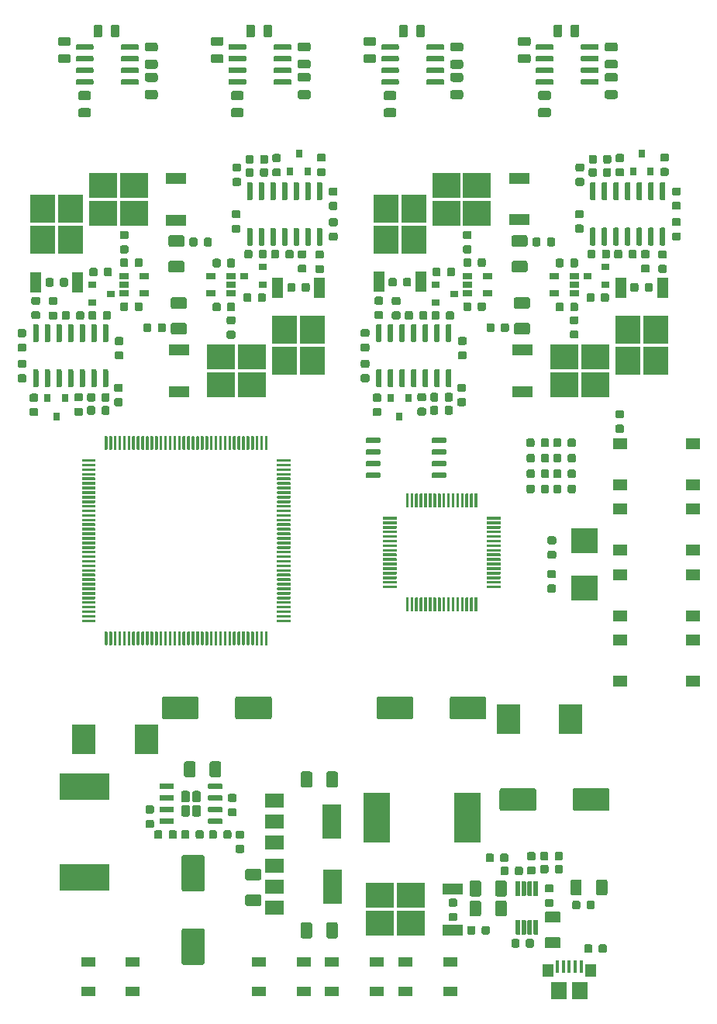
<source format=gbr>
G04 #@! TF.GenerationSoftware,KiCad,Pcbnew,5.1.5*
G04 #@! TF.CreationDate,2020-02-27T19:31:16+03:00*
G04 #@! TF.ProjectId,top,746f702e-6b69-4636-9164-5f7063625858,rev?*
G04 #@! TF.SameCoordinates,Original*
G04 #@! TF.FileFunction,Paste,Top*
G04 #@! TF.FilePolarity,Positive*
%FSLAX46Y46*%
G04 Gerber Fmt 4.6, Leading zero omitted, Abs format (unit mm)*
G04 Created by KiCad (PCBNEW 5.1.5) date 2020-02-27 19:31:16*
%MOMM*%
%LPD*%
G04 APERTURE LIST*
%ADD10C,0.100000*%
%ADD11R,2.500000X3.300000*%
%ADD12R,1.500000X1.000000*%
%ADD13R,1.750000X1.900000*%
%ADD14R,0.400000X1.400000*%
%ADD15R,1.150000X1.450000*%
%ADD16R,5.400000X2.900000*%
%ADD17R,2.900000X5.400000*%
%ADD18R,0.900000X0.800000*%
%ADD19R,2.200000X1.200000*%
%ADD20R,3.050000X2.750000*%
%ADD21R,1.200000X2.200000*%
%ADD22R,2.750000X3.050000*%
%ADD23R,0.800000X0.900000*%
%ADD24R,1.550000X1.300000*%
%ADD25R,1.060000X0.650000*%
%ADD26R,2.000000X1.500000*%
%ADD27R,2.000000X3.800000*%
%ADD28R,3.000000X2.800000*%
G04 APERTURE END LIST*
D10*
G36*
X-14927308Y-200078552D02*
G01*
X-14906073Y-200081702D01*
X-14885249Y-200086918D01*
X-14865037Y-200094150D01*
X-14845631Y-200103329D01*
X-14827218Y-200114365D01*
X-14809975Y-200127153D01*
X-14794069Y-200141569D01*
X-14779653Y-200157475D01*
X-14766865Y-200174718D01*
X-14755829Y-200193131D01*
X-14746650Y-200212537D01*
X-14739418Y-200232749D01*
X-14734202Y-200253573D01*
X-14731052Y-200274808D01*
X-14729999Y-200296249D01*
X-14729999Y-200733749D01*
X-14731052Y-200755190D01*
X-14734202Y-200776425D01*
X-14739418Y-200797249D01*
X-14746650Y-200817461D01*
X-14755829Y-200836867D01*
X-14766865Y-200855280D01*
X-14779653Y-200872523D01*
X-14794069Y-200888429D01*
X-14809975Y-200902845D01*
X-14827218Y-200915633D01*
X-14845631Y-200926669D01*
X-14865037Y-200935848D01*
X-14885249Y-200943080D01*
X-14906073Y-200948296D01*
X-14927308Y-200951446D01*
X-14948749Y-200952499D01*
X-15461249Y-200952499D01*
X-15482690Y-200951446D01*
X-15503925Y-200948296D01*
X-15524749Y-200943080D01*
X-15544961Y-200935848D01*
X-15564367Y-200926669D01*
X-15582780Y-200915633D01*
X-15600023Y-200902845D01*
X-15615929Y-200888429D01*
X-15630345Y-200872523D01*
X-15643133Y-200855280D01*
X-15654169Y-200836867D01*
X-15663348Y-200817461D01*
X-15670580Y-200797249D01*
X-15675796Y-200776425D01*
X-15678946Y-200755190D01*
X-15679999Y-200733749D01*
X-15679999Y-200296249D01*
X-15678946Y-200274808D01*
X-15675796Y-200253573D01*
X-15670580Y-200232749D01*
X-15663348Y-200212537D01*
X-15654169Y-200193131D01*
X-15643133Y-200174718D01*
X-15630345Y-200157475D01*
X-15615929Y-200141569D01*
X-15600023Y-200127153D01*
X-15582780Y-200114365D01*
X-15564367Y-200103329D01*
X-15544961Y-200094150D01*
X-15524749Y-200086918D01*
X-15503925Y-200081702D01*
X-15482690Y-200078552D01*
X-15461249Y-200077499D01*
X-14948749Y-200077499D01*
X-14927308Y-200078552D01*
G37*
G36*
X-14927308Y-201653552D02*
G01*
X-14906073Y-201656702D01*
X-14885249Y-201661918D01*
X-14865037Y-201669150D01*
X-14845631Y-201678329D01*
X-14827218Y-201689365D01*
X-14809975Y-201702153D01*
X-14794069Y-201716569D01*
X-14779653Y-201732475D01*
X-14766865Y-201749718D01*
X-14755829Y-201768131D01*
X-14746650Y-201787537D01*
X-14739418Y-201807749D01*
X-14734202Y-201828573D01*
X-14731052Y-201849808D01*
X-14729999Y-201871249D01*
X-14729999Y-202308749D01*
X-14731052Y-202330190D01*
X-14734202Y-202351425D01*
X-14739418Y-202372249D01*
X-14746650Y-202392461D01*
X-14755829Y-202411867D01*
X-14766865Y-202430280D01*
X-14779653Y-202447523D01*
X-14794069Y-202463429D01*
X-14809975Y-202477845D01*
X-14827218Y-202490633D01*
X-14845631Y-202501669D01*
X-14865037Y-202510848D01*
X-14885249Y-202518080D01*
X-14906073Y-202523296D01*
X-14927308Y-202526446D01*
X-14948749Y-202527499D01*
X-15461249Y-202527499D01*
X-15482690Y-202526446D01*
X-15503925Y-202523296D01*
X-15524749Y-202518080D01*
X-15544961Y-202510848D01*
X-15564367Y-202501669D01*
X-15582780Y-202490633D01*
X-15600023Y-202477845D01*
X-15615929Y-202463429D01*
X-15630345Y-202447523D01*
X-15643133Y-202430280D01*
X-15654169Y-202411867D01*
X-15663348Y-202392461D01*
X-15670580Y-202372249D01*
X-15675796Y-202351425D01*
X-15678946Y-202330190D01*
X-15679999Y-202308749D01*
X-15679999Y-201871249D01*
X-15678946Y-201849808D01*
X-15675796Y-201828573D01*
X-15670580Y-201807749D01*
X-15663348Y-201787537D01*
X-15654169Y-201768131D01*
X-15643133Y-201749718D01*
X-15630345Y-201732475D01*
X-15615929Y-201716569D01*
X-15600023Y-201702153D01*
X-15582780Y-201689365D01*
X-15564367Y-201678329D01*
X-15544961Y-201669150D01*
X-15524749Y-201661918D01*
X-15503925Y-201656702D01*
X-15482690Y-201653552D01*
X-15461249Y-201652499D01*
X-14948749Y-201652499D01*
X-14927308Y-201653552D01*
G37*
G36*
X-17882308Y-197261052D02*
G01*
X-17861073Y-197264202D01*
X-17840249Y-197269418D01*
X-17820037Y-197276650D01*
X-17800631Y-197285829D01*
X-17782218Y-197296865D01*
X-17764975Y-197309653D01*
X-17749069Y-197324069D01*
X-17734653Y-197339975D01*
X-17721865Y-197357218D01*
X-17710829Y-197375631D01*
X-17701650Y-197395037D01*
X-17694418Y-197415249D01*
X-17689202Y-197436073D01*
X-17686052Y-197457308D01*
X-17684999Y-197478749D01*
X-17684999Y-197991249D01*
X-17686052Y-198012690D01*
X-17689202Y-198033925D01*
X-17694418Y-198054749D01*
X-17701650Y-198074961D01*
X-17710829Y-198094367D01*
X-17721865Y-198112780D01*
X-17734653Y-198130023D01*
X-17749069Y-198145929D01*
X-17764975Y-198160345D01*
X-17782218Y-198173133D01*
X-17800631Y-198184169D01*
X-17820037Y-198193348D01*
X-17840249Y-198200580D01*
X-17861073Y-198205796D01*
X-17882308Y-198208946D01*
X-17903749Y-198209999D01*
X-18341249Y-198209999D01*
X-18362690Y-198208946D01*
X-18383925Y-198205796D01*
X-18404749Y-198200580D01*
X-18424961Y-198193348D01*
X-18444367Y-198184169D01*
X-18462780Y-198173133D01*
X-18480023Y-198160345D01*
X-18495929Y-198145929D01*
X-18510345Y-198130023D01*
X-18523133Y-198112780D01*
X-18534169Y-198094367D01*
X-18543348Y-198074961D01*
X-18550580Y-198054749D01*
X-18555796Y-198033925D01*
X-18558946Y-198012690D01*
X-18559999Y-197991249D01*
X-18559999Y-197478749D01*
X-18558946Y-197457308D01*
X-18555796Y-197436073D01*
X-18550580Y-197415249D01*
X-18543348Y-197395037D01*
X-18534169Y-197375631D01*
X-18523133Y-197357218D01*
X-18510345Y-197339975D01*
X-18495929Y-197324069D01*
X-18480023Y-197309653D01*
X-18462780Y-197296865D01*
X-18444367Y-197285829D01*
X-18424961Y-197276650D01*
X-18404749Y-197269418D01*
X-18383925Y-197264202D01*
X-18362690Y-197261052D01*
X-18341249Y-197259999D01*
X-17903749Y-197259999D01*
X-17882308Y-197261052D01*
G37*
G36*
X-16307308Y-197261052D02*
G01*
X-16286073Y-197264202D01*
X-16265249Y-197269418D01*
X-16245037Y-197276650D01*
X-16225631Y-197285829D01*
X-16207218Y-197296865D01*
X-16189975Y-197309653D01*
X-16174069Y-197324069D01*
X-16159653Y-197339975D01*
X-16146865Y-197357218D01*
X-16135829Y-197375631D01*
X-16126650Y-197395037D01*
X-16119418Y-197415249D01*
X-16114202Y-197436073D01*
X-16111052Y-197457308D01*
X-16109999Y-197478749D01*
X-16109999Y-197991249D01*
X-16111052Y-198012690D01*
X-16114202Y-198033925D01*
X-16119418Y-198054749D01*
X-16126650Y-198074961D01*
X-16135829Y-198094367D01*
X-16146865Y-198112780D01*
X-16159653Y-198130023D01*
X-16174069Y-198145929D01*
X-16189975Y-198160345D01*
X-16207218Y-198173133D01*
X-16225631Y-198184169D01*
X-16245037Y-198193348D01*
X-16265249Y-198200580D01*
X-16286073Y-198205796D01*
X-16307308Y-198208946D01*
X-16328749Y-198209999D01*
X-16766249Y-198209999D01*
X-16787690Y-198208946D01*
X-16808925Y-198205796D01*
X-16829749Y-198200580D01*
X-16849961Y-198193348D01*
X-16869367Y-198184169D01*
X-16887780Y-198173133D01*
X-16905023Y-198160345D01*
X-16920929Y-198145929D01*
X-16935345Y-198130023D01*
X-16948133Y-198112780D01*
X-16959169Y-198094367D01*
X-16968348Y-198074961D01*
X-16975580Y-198054749D01*
X-16980796Y-198033925D01*
X-16983946Y-198012690D01*
X-16984999Y-197991249D01*
X-16984999Y-197478749D01*
X-16983946Y-197457308D01*
X-16980796Y-197436073D01*
X-16975580Y-197415249D01*
X-16968348Y-197395037D01*
X-16959169Y-197375631D01*
X-16948133Y-197357218D01*
X-16935345Y-197339975D01*
X-16920929Y-197324069D01*
X-16905023Y-197309653D01*
X-16887780Y-197296865D01*
X-16869367Y-197285829D01*
X-16849961Y-197276650D01*
X-16829749Y-197269418D01*
X-16808925Y-197264202D01*
X-16787690Y-197261052D01*
X-16766249Y-197259999D01*
X-16328749Y-197259999D01*
X-16307308Y-197261052D01*
G37*
G36*
X-14409808Y-191481052D02*
G01*
X-14388573Y-191484202D01*
X-14367749Y-191489418D01*
X-14347537Y-191496650D01*
X-14328131Y-191505829D01*
X-14309718Y-191516865D01*
X-14292475Y-191529653D01*
X-14276569Y-191544069D01*
X-14262153Y-191559975D01*
X-14249365Y-191577218D01*
X-14238329Y-191595631D01*
X-14229150Y-191615037D01*
X-14221918Y-191635249D01*
X-14216702Y-191656073D01*
X-14213552Y-191677308D01*
X-14212499Y-191698749D01*
X-14212499Y-192211249D01*
X-14213552Y-192232690D01*
X-14216702Y-192253925D01*
X-14221918Y-192274749D01*
X-14229150Y-192294961D01*
X-14238329Y-192314367D01*
X-14249365Y-192332780D01*
X-14262153Y-192350023D01*
X-14276569Y-192365929D01*
X-14292475Y-192380345D01*
X-14309718Y-192393133D01*
X-14328131Y-192404169D01*
X-14347537Y-192413348D01*
X-14367749Y-192420580D01*
X-14388573Y-192425796D01*
X-14409808Y-192428946D01*
X-14431249Y-192429999D01*
X-14868749Y-192429999D01*
X-14890190Y-192428946D01*
X-14911425Y-192425796D01*
X-14932249Y-192420580D01*
X-14952461Y-192413348D01*
X-14971867Y-192404169D01*
X-14990280Y-192393133D01*
X-15007523Y-192380345D01*
X-15023429Y-192365929D01*
X-15037845Y-192350023D01*
X-15050633Y-192332780D01*
X-15061669Y-192314367D01*
X-15070848Y-192294961D01*
X-15078080Y-192274749D01*
X-15083296Y-192253925D01*
X-15086446Y-192232690D01*
X-15087499Y-192211249D01*
X-15087499Y-191698749D01*
X-15086446Y-191677308D01*
X-15083296Y-191656073D01*
X-15078080Y-191635249D01*
X-15070848Y-191615037D01*
X-15061669Y-191595631D01*
X-15050633Y-191577218D01*
X-15037845Y-191559975D01*
X-15023429Y-191544069D01*
X-15007523Y-191529653D01*
X-14990280Y-191516865D01*
X-14971867Y-191505829D01*
X-14952461Y-191496650D01*
X-14932249Y-191489418D01*
X-14911425Y-191484202D01*
X-14890190Y-191481052D01*
X-14868749Y-191479999D01*
X-14431249Y-191479999D01*
X-14409808Y-191481052D01*
G37*
G36*
X-12834808Y-191481052D02*
G01*
X-12813573Y-191484202D01*
X-12792749Y-191489418D01*
X-12772537Y-191496650D01*
X-12753131Y-191505829D01*
X-12734718Y-191516865D01*
X-12717475Y-191529653D01*
X-12701569Y-191544069D01*
X-12687153Y-191559975D01*
X-12674365Y-191577218D01*
X-12663329Y-191595631D01*
X-12654150Y-191615037D01*
X-12646918Y-191635249D01*
X-12641702Y-191656073D01*
X-12638552Y-191677308D01*
X-12637499Y-191698749D01*
X-12637499Y-192211249D01*
X-12638552Y-192232690D01*
X-12641702Y-192253925D01*
X-12646918Y-192274749D01*
X-12654150Y-192294961D01*
X-12663329Y-192314367D01*
X-12674365Y-192332780D01*
X-12687153Y-192350023D01*
X-12701569Y-192365929D01*
X-12717475Y-192380345D01*
X-12734718Y-192393133D01*
X-12753131Y-192404169D01*
X-12772537Y-192413348D01*
X-12792749Y-192420580D01*
X-12813573Y-192425796D01*
X-12834808Y-192428946D01*
X-12856249Y-192429999D01*
X-13293749Y-192429999D01*
X-13315190Y-192428946D01*
X-13336425Y-192425796D01*
X-13357249Y-192420580D01*
X-13377461Y-192413348D01*
X-13396867Y-192404169D01*
X-13415280Y-192393133D01*
X-13432523Y-192380345D01*
X-13448429Y-192365929D01*
X-13462845Y-192350023D01*
X-13475633Y-192332780D01*
X-13486669Y-192314367D01*
X-13495848Y-192294961D01*
X-13503080Y-192274749D01*
X-13508296Y-192253925D01*
X-13511446Y-192232690D01*
X-13512499Y-192211249D01*
X-13512499Y-191698749D01*
X-13511446Y-191677308D01*
X-13508296Y-191656073D01*
X-13503080Y-191635249D01*
X-13495848Y-191615037D01*
X-13486669Y-191595631D01*
X-13475633Y-191577218D01*
X-13462845Y-191559975D01*
X-13448429Y-191544069D01*
X-13432523Y-191529653D01*
X-13415280Y-191516865D01*
X-13396867Y-191505829D01*
X-13377461Y-191496650D01*
X-13357249Y-191489418D01*
X-13336425Y-191484202D01*
X-13315190Y-191481052D01*
X-13293749Y-191479999D01*
X-12856249Y-191479999D01*
X-12834808Y-191481052D01*
G37*
G36*
X-25547308Y-200786052D02*
G01*
X-25526073Y-200789202D01*
X-25505249Y-200794418D01*
X-25485037Y-200801650D01*
X-25465631Y-200810829D01*
X-25447218Y-200821865D01*
X-25429975Y-200834653D01*
X-25414069Y-200849069D01*
X-25399653Y-200864975D01*
X-25386865Y-200882218D01*
X-25375829Y-200900631D01*
X-25366650Y-200920037D01*
X-25359418Y-200940249D01*
X-25354202Y-200961073D01*
X-25351052Y-200982308D01*
X-25349999Y-201003749D01*
X-25349999Y-201441249D01*
X-25351052Y-201462690D01*
X-25354202Y-201483925D01*
X-25359418Y-201504749D01*
X-25366650Y-201524961D01*
X-25375829Y-201544367D01*
X-25386865Y-201562780D01*
X-25399653Y-201580023D01*
X-25414069Y-201595929D01*
X-25429975Y-201610345D01*
X-25447218Y-201623133D01*
X-25465631Y-201634169D01*
X-25485037Y-201643348D01*
X-25505249Y-201650580D01*
X-25526073Y-201655796D01*
X-25547308Y-201658946D01*
X-25568749Y-201659999D01*
X-26081249Y-201659999D01*
X-26102690Y-201658946D01*
X-26123925Y-201655796D01*
X-26144749Y-201650580D01*
X-26164961Y-201643348D01*
X-26184367Y-201634169D01*
X-26202780Y-201623133D01*
X-26220023Y-201610345D01*
X-26235929Y-201595929D01*
X-26250345Y-201580023D01*
X-26263133Y-201562780D01*
X-26274169Y-201544367D01*
X-26283348Y-201524961D01*
X-26290580Y-201504749D01*
X-26295796Y-201483925D01*
X-26298946Y-201462690D01*
X-26299999Y-201441249D01*
X-26299999Y-201003749D01*
X-26298946Y-200982308D01*
X-26295796Y-200961073D01*
X-26290580Y-200940249D01*
X-26283348Y-200920037D01*
X-26274169Y-200900631D01*
X-26263133Y-200882218D01*
X-26250345Y-200864975D01*
X-26235929Y-200849069D01*
X-26220023Y-200834653D01*
X-26202780Y-200821865D01*
X-26184367Y-200810829D01*
X-26164961Y-200801650D01*
X-26144749Y-200794418D01*
X-26123925Y-200789202D01*
X-26102690Y-200786052D01*
X-26081249Y-200784999D01*
X-25568749Y-200784999D01*
X-25547308Y-200786052D01*
G37*
G36*
X-25547308Y-199211052D02*
G01*
X-25526073Y-199214202D01*
X-25505249Y-199219418D01*
X-25485037Y-199226650D01*
X-25465631Y-199235829D01*
X-25447218Y-199246865D01*
X-25429975Y-199259653D01*
X-25414069Y-199274069D01*
X-25399653Y-199289975D01*
X-25386865Y-199307218D01*
X-25375829Y-199325631D01*
X-25366650Y-199345037D01*
X-25359418Y-199365249D01*
X-25354202Y-199386073D01*
X-25351052Y-199407308D01*
X-25349999Y-199428749D01*
X-25349999Y-199866249D01*
X-25351052Y-199887690D01*
X-25354202Y-199908925D01*
X-25359418Y-199929749D01*
X-25366650Y-199949961D01*
X-25375829Y-199969367D01*
X-25386865Y-199987780D01*
X-25399653Y-200005023D01*
X-25414069Y-200020929D01*
X-25429975Y-200035345D01*
X-25447218Y-200048133D01*
X-25465631Y-200059169D01*
X-25485037Y-200068348D01*
X-25505249Y-200075580D01*
X-25526073Y-200080796D01*
X-25547308Y-200083946D01*
X-25568749Y-200084999D01*
X-26081249Y-200084999D01*
X-26102690Y-200083946D01*
X-26123925Y-200080796D01*
X-26144749Y-200075580D01*
X-26164961Y-200068348D01*
X-26184367Y-200059169D01*
X-26202780Y-200048133D01*
X-26220023Y-200035345D01*
X-26235929Y-200020929D01*
X-26250345Y-200005023D01*
X-26263133Y-199987780D01*
X-26274169Y-199969367D01*
X-26283348Y-199949961D01*
X-26290580Y-199929749D01*
X-26295796Y-199908925D01*
X-26298946Y-199887690D01*
X-26299999Y-199866249D01*
X-26299999Y-199428749D01*
X-26298946Y-199407308D01*
X-26295796Y-199386073D01*
X-26290580Y-199365249D01*
X-26283348Y-199345037D01*
X-26274169Y-199325631D01*
X-26263133Y-199307218D01*
X-26250345Y-199289975D01*
X-26235929Y-199274069D01*
X-26220023Y-199259653D01*
X-26202780Y-199246865D01*
X-26184367Y-199235829D01*
X-26164961Y-199226650D01*
X-26144749Y-199219418D01*
X-26123925Y-199214202D01*
X-26102690Y-199211052D01*
X-26081249Y-199209999D01*
X-25568749Y-199209999D01*
X-25547308Y-199211052D01*
G37*
G36*
X-25537308Y-204138552D02*
G01*
X-25516073Y-204141702D01*
X-25495249Y-204146918D01*
X-25475037Y-204154150D01*
X-25455631Y-204163329D01*
X-25437218Y-204174365D01*
X-25419975Y-204187153D01*
X-25404069Y-204201569D01*
X-25389653Y-204217475D01*
X-25376865Y-204234718D01*
X-25365829Y-204253131D01*
X-25356650Y-204272537D01*
X-25349418Y-204292749D01*
X-25344202Y-204313573D01*
X-25341052Y-204334808D01*
X-25339999Y-204356249D01*
X-25339999Y-204793749D01*
X-25341052Y-204815190D01*
X-25344202Y-204836425D01*
X-25349418Y-204857249D01*
X-25356650Y-204877461D01*
X-25365829Y-204896867D01*
X-25376865Y-204915280D01*
X-25389653Y-204932523D01*
X-25404069Y-204948429D01*
X-25419975Y-204962845D01*
X-25437218Y-204975633D01*
X-25455631Y-204986669D01*
X-25475037Y-204995848D01*
X-25495249Y-205003080D01*
X-25516073Y-205008296D01*
X-25537308Y-205011446D01*
X-25558749Y-205012499D01*
X-26071249Y-205012499D01*
X-26092690Y-205011446D01*
X-26113925Y-205008296D01*
X-26134749Y-205003080D01*
X-26154961Y-204995848D01*
X-26174367Y-204986669D01*
X-26192780Y-204975633D01*
X-26210023Y-204962845D01*
X-26225929Y-204948429D01*
X-26240345Y-204932523D01*
X-26253133Y-204915280D01*
X-26264169Y-204896867D01*
X-26273348Y-204877461D01*
X-26280580Y-204857249D01*
X-26285796Y-204836425D01*
X-26288946Y-204815190D01*
X-26289999Y-204793749D01*
X-26289999Y-204356249D01*
X-26288946Y-204334808D01*
X-26285796Y-204313573D01*
X-26280580Y-204292749D01*
X-26273348Y-204272537D01*
X-26264169Y-204253131D01*
X-26253133Y-204234718D01*
X-26240345Y-204217475D01*
X-26225929Y-204201569D01*
X-26210023Y-204187153D01*
X-26192780Y-204174365D01*
X-26174367Y-204163329D01*
X-26154961Y-204154150D01*
X-26134749Y-204146918D01*
X-26113925Y-204141702D01*
X-26092690Y-204138552D01*
X-26071249Y-204137499D01*
X-25558749Y-204137499D01*
X-25537308Y-204138552D01*
G37*
G36*
X-25537308Y-202563552D02*
G01*
X-25516073Y-202566702D01*
X-25495249Y-202571918D01*
X-25475037Y-202579150D01*
X-25455631Y-202588329D01*
X-25437218Y-202599365D01*
X-25419975Y-202612153D01*
X-25404069Y-202626569D01*
X-25389653Y-202642475D01*
X-25376865Y-202659718D01*
X-25365829Y-202678131D01*
X-25356650Y-202697537D01*
X-25349418Y-202717749D01*
X-25344202Y-202738573D01*
X-25341052Y-202759808D01*
X-25339999Y-202781249D01*
X-25339999Y-203218749D01*
X-25341052Y-203240190D01*
X-25344202Y-203261425D01*
X-25349418Y-203282249D01*
X-25356650Y-203302461D01*
X-25365829Y-203321867D01*
X-25376865Y-203340280D01*
X-25389653Y-203357523D01*
X-25404069Y-203373429D01*
X-25419975Y-203387845D01*
X-25437218Y-203400633D01*
X-25455631Y-203411669D01*
X-25475037Y-203420848D01*
X-25495249Y-203428080D01*
X-25516073Y-203433296D01*
X-25537308Y-203436446D01*
X-25558749Y-203437499D01*
X-26071249Y-203437499D01*
X-26092690Y-203436446D01*
X-26113925Y-203433296D01*
X-26134749Y-203428080D01*
X-26154961Y-203420848D01*
X-26174367Y-203411669D01*
X-26192780Y-203400633D01*
X-26210023Y-203387845D01*
X-26225929Y-203373429D01*
X-26240345Y-203357523D01*
X-26253133Y-203340280D01*
X-26264169Y-203321867D01*
X-26273348Y-203302461D01*
X-26280580Y-203282249D01*
X-26285796Y-203261425D01*
X-26288946Y-203240190D01*
X-26289999Y-203218749D01*
X-26289999Y-202781249D01*
X-26288946Y-202759808D01*
X-26285796Y-202738573D01*
X-26280580Y-202717749D01*
X-26273348Y-202697537D01*
X-26264169Y-202678131D01*
X-26253133Y-202659718D01*
X-26240345Y-202642475D01*
X-26225929Y-202626569D01*
X-26210023Y-202612153D01*
X-26192780Y-202599365D01*
X-26174367Y-202588329D01*
X-26154961Y-202579150D01*
X-26134749Y-202571918D01*
X-26113925Y-202566702D01*
X-26092690Y-202563552D01*
X-26071249Y-202562499D01*
X-25558749Y-202562499D01*
X-25537308Y-202563552D01*
G37*
G36*
X-14997308Y-206756052D02*
G01*
X-14976073Y-206759202D01*
X-14955249Y-206764418D01*
X-14935037Y-206771650D01*
X-14915631Y-206780829D01*
X-14897218Y-206791865D01*
X-14879975Y-206804653D01*
X-14864069Y-206819069D01*
X-14849653Y-206834975D01*
X-14836865Y-206852218D01*
X-14825829Y-206870631D01*
X-14816650Y-206890037D01*
X-14809418Y-206910249D01*
X-14804202Y-206931073D01*
X-14801052Y-206952308D01*
X-14799999Y-206973749D01*
X-14799999Y-207411249D01*
X-14801052Y-207432690D01*
X-14804202Y-207453925D01*
X-14809418Y-207474749D01*
X-14816650Y-207494961D01*
X-14825829Y-207514367D01*
X-14836865Y-207532780D01*
X-14849653Y-207550023D01*
X-14864069Y-207565929D01*
X-14879975Y-207580345D01*
X-14897218Y-207593133D01*
X-14915631Y-207604169D01*
X-14935037Y-207613348D01*
X-14955249Y-207620580D01*
X-14976073Y-207625796D01*
X-14997308Y-207628946D01*
X-15018749Y-207629999D01*
X-15531249Y-207629999D01*
X-15552690Y-207628946D01*
X-15573925Y-207625796D01*
X-15594749Y-207620580D01*
X-15614961Y-207613348D01*
X-15634367Y-207604169D01*
X-15652780Y-207593133D01*
X-15670023Y-207580345D01*
X-15685929Y-207565929D01*
X-15700345Y-207550023D01*
X-15713133Y-207532780D01*
X-15724169Y-207514367D01*
X-15733348Y-207494961D01*
X-15740580Y-207474749D01*
X-15745796Y-207453925D01*
X-15748946Y-207432690D01*
X-15749999Y-207411249D01*
X-15749999Y-206973749D01*
X-15748946Y-206952308D01*
X-15745796Y-206931073D01*
X-15740580Y-206910249D01*
X-15733348Y-206890037D01*
X-15724169Y-206870631D01*
X-15713133Y-206852218D01*
X-15700345Y-206834975D01*
X-15685929Y-206819069D01*
X-15670023Y-206804653D01*
X-15652780Y-206791865D01*
X-15634367Y-206780829D01*
X-15614961Y-206771650D01*
X-15594749Y-206764418D01*
X-15573925Y-206759202D01*
X-15552690Y-206756052D01*
X-15531249Y-206754999D01*
X-15018749Y-206754999D01*
X-14997308Y-206756052D01*
G37*
G36*
X-14997308Y-205181052D02*
G01*
X-14976073Y-205184202D01*
X-14955249Y-205189418D01*
X-14935037Y-205196650D01*
X-14915631Y-205205829D01*
X-14897218Y-205216865D01*
X-14879975Y-205229653D01*
X-14864069Y-205244069D01*
X-14849653Y-205259975D01*
X-14836865Y-205277218D01*
X-14825829Y-205295631D01*
X-14816650Y-205315037D01*
X-14809418Y-205335249D01*
X-14804202Y-205356073D01*
X-14801052Y-205377308D01*
X-14799999Y-205398749D01*
X-14799999Y-205836249D01*
X-14801052Y-205857690D01*
X-14804202Y-205878925D01*
X-14809418Y-205899749D01*
X-14816650Y-205919961D01*
X-14825829Y-205939367D01*
X-14836865Y-205957780D01*
X-14849653Y-205975023D01*
X-14864069Y-205990929D01*
X-14879975Y-206005345D01*
X-14897218Y-206018133D01*
X-14915631Y-206029169D01*
X-14935037Y-206038348D01*
X-14955249Y-206045580D01*
X-14976073Y-206050796D01*
X-14997308Y-206053946D01*
X-15018749Y-206054999D01*
X-15531249Y-206054999D01*
X-15552690Y-206053946D01*
X-15573925Y-206050796D01*
X-15594749Y-206045580D01*
X-15614961Y-206038348D01*
X-15634367Y-206029169D01*
X-15652780Y-206018133D01*
X-15670023Y-206005345D01*
X-15685929Y-205990929D01*
X-15700345Y-205975023D01*
X-15713133Y-205957780D01*
X-15724169Y-205939367D01*
X-15733348Y-205919961D01*
X-15740580Y-205899749D01*
X-15745796Y-205878925D01*
X-15748946Y-205857690D01*
X-15749999Y-205836249D01*
X-15749999Y-205398749D01*
X-15748946Y-205377308D01*
X-15745796Y-205356073D01*
X-15740580Y-205335249D01*
X-15733348Y-205315037D01*
X-15724169Y-205295631D01*
X-15713133Y-205277218D01*
X-15700345Y-205259975D01*
X-15685929Y-205244069D01*
X-15670023Y-205229653D01*
X-15652780Y-205216865D01*
X-15634367Y-205205829D01*
X-15614961Y-205196650D01*
X-15594749Y-205189418D01*
X-15573925Y-205184202D01*
X-15552690Y-205181052D01*
X-15531249Y-205179999D01*
X-15018749Y-205179999D01*
X-14997308Y-205181052D01*
G37*
G36*
X-18014808Y-206181052D02*
G01*
X-17993573Y-206184202D01*
X-17972749Y-206189418D01*
X-17952537Y-206196650D01*
X-17933131Y-206205829D01*
X-17914718Y-206216865D01*
X-17897475Y-206229653D01*
X-17881569Y-206244069D01*
X-17867153Y-206259975D01*
X-17854365Y-206277218D01*
X-17843329Y-206295631D01*
X-17834150Y-206315037D01*
X-17826918Y-206335249D01*
X-17821702Y-206356073D01*
X-17818552Y-206377308D01*
X-17817499Y-206398749D01*
X-17817499Y-206911249D01*
X-17818552Y-206932690D01*
X-17821702Y-206953925D01*
X-17826918Y-206974749D01*
X-17834150Y-206994961D01*
X-17843329Y-207014367D01*
X-17854365Y-207032780D01*
X-17867153Y-207050023D01*
X-17881569Y-207065929D01*
X-17897475Y-207080345D01*
X-17914718Y-207093133D01*
X-17933131Y-207104169D01*
X-17952537Y-207113348D01*
X-17972749Y-207120580D01*
X-17993573Y-207125796D01*
X-18014808Y-207128946D01*
X-18036249Y-207129999D01*
X-18473749Y-207129999D01*
X-18495190Y-207128946D01*
X-18516425Y-207125796D01*
X-18537249Y-207120580D01*
X-18557461Y-207113348D01*
X-18576867Y-207104169D01*
X-18595280Y-207093133D01*
X-18612523Y-207080345D01*
X-18628429Y-207065929D01*
X-18642845Y-207050023D01*
X-18655633Y-207032780D01*
X-18666669Y-207014367D01*
X-18675848Y-206994961D01*
X-18683080Y-206974749D01*
X-18688296Y-206953925D01*
X-18691446Y-206932690D01*
X-18692499Y-206911249D01*
X-18692499Y-206398749D01*
X-18691446Y-206377308D01*
X-18688296Y-206356073D01*
X-18683080Y-206335249D01*
X-18675848Y-206315037D01*
X-18666669Y-206295631D01*
X-18655633Y-206277218D01*
X-18642845Y-206259975D01*
X-18628429Y-206244069D01*
X-18612523Y-206229653D01*
X-18595280Y-206216865D01*
X-18576867Y-206205829D01*
X-18557461Y-206196650D01*
X-18537249Y-206189418D01*
X-18516425Y-206184202D01*
X-18495190Y-206181052D01*
X-18473749Y-206179999D01*
X-18036249Y-206179999D01*
X-18014808Y-206181052D01*
G37*
G36*
X-16439808Y-206181052D02*
G01*
X-16418573Y-206184202D01*
X-16397749Y-206189418D01*
X-16377537Y-206196650D01*
X-16358131Y-206205829D01*
X-16339718Y-206216865D01*
X-16322475Y-206229653D01*
X-16306569Y-206244069D01*
X-16292153Y-206259975D01*
X-16279365Y-206277218D01*
X-16268329Y-206295631D01*
X-16259150Y-206315037D01*
X-16251918Y-206335249D01*
X-16246702Y-206356073D01*
X-16243552Y-206377308D01*
X-16242499Y-206398749D01*
X-16242499Y-206911249D01*
X-16243552Y-206932690D01*
X-16246702Y-206953925D01*
X-16251918Y-206974749D01*
X-16259150Y-206994961D01*
X-16268329Y-207014367D01*
X-16279365Y-207032780D01*
X-16292153Y-207050023D01*
X-16306569Y-207065929D01*
X-16322475Y-207080345D01*
X-16339718Y-207093133D01*
X-16358131Y-207104169D01*
X-16377537Y-207113348D01*
X-16397749Y-207120580D01*
X-16418573Y-207125796D01*
X-16439808Y-207128946D01*
X-16461249Y-207129999D01*
X-16898749Y-207129999D01*
X-16920190Y-207128946D01*
X-16941425Y-207125796D01*
X-16962249Y-207120580D01*
X-16982461Y-207113348D01*
X-17001867Y-207104169D01*
X-17020280Y-207093133D01*
X-17037523Y-207080345D01*
X-17053429Y-207065929D01*
X-17067845Y-207050023D01*
X-17080633Y-207032780D01*
X-17091669Y-207014367D01*
X-17100848Y-206994961D01*
X-17108080Y-206974749D01*
X-17113296Y-206953925D01*
X-17116446Y-206932690D01*
X-17117499Y-206911249D01*
X-17117499Y-206398749D01*
X-17116446Y-206377308D01*
X-17113296Y-206356073D01*
X-17108080Y-206335249D01*
X-17100848Y-206315037D01*
X-17091669Y-206295631D01*
X-17080633Y-206277218D01*
X-17067845Y-206259975D01*
X-17053429Y-206244069D01*
X-17037523Y-206229653D01*
X-17020280Y-206216865D01*
X-17001867Y-206205829D01*
X-16982461Y-206196650D01*
X-16962249Y-206189418D01*
X-16941425Y-206184202D01*
X-16920190Y-206181052D01*
X-16898749Y-206179999D01*
X-16461249Y-206179999D01*
X-16439808Y-206181052D01*
G37*
G36*
X-2152308Y-187813553D02*
G01*
X-2131073Y-187816703D01*
X-2110249Y-187821919D01*
X-2090037Y-187829151D01*
X-2070631Y-187838330D01*
X-2052218Y-187849366D01*
X-2034975Y-187862154D01*
X-2019069Y-187876570D01*
X-2004653Y-187892476D01*
X-1991865Y-187909719D01*
X-1980829Y-187928132D01*
X-1971650Y-187947538D01*
X-1964418Y-187967750D01*
X-1959202Y-187988574D01*
X-1956052Y-188009809D01*
X-1954999Y-188031250D01*
X-1954999Y-188468750D01*
X-1956052Y-188490191D01*
X-1959202Y-188511426D01*
X-1964418Y-188532250D01*
X-1971650Y-188552462D01*
X-1980829Y-188571868D01*
X-1991865Y-188590281D01*
X-2004653Y-188607524D01*
X-2019069Y-188623430D01*
X-2034975Y-188637846D01*
X-2052218Y-188650634D01*
X-2070631Y-188661670D01*
X-2090037Y-188670849D01*
X-2110249Y-188678081D01*
X-2131073Y-188683297D01*
X-2152308Y-188686447D01*
X-2173749Y-188687500D01*
X-2686249Y-188687500D01*
X-2707690Y-188686447D01*
X-2728925Y-188683297D01*
X-2749749Y-188678081D01*
X-2769961Y-188670849D01*
X-2789367Y-188661670D01*
X-2807780Y-188650634D01*
X-2825023Y-188637846D01*
X-2840929Y-188623430D01*
X-2855345Y-188607524D01*
X-2868133Y-188590281D01*
X-2879169Y-188571868D01*
X-2888348Y-188552462D01*
X-2895580Y-188532250D01*
X-2900796Y-188511426D01*
X-2903946Y-188490191D01*
X-2904999Y-188468750D01*
X-2904999Y-188031250D01*
X-2903946Y-188009809D01*
X-2900796Y-187988574D01*
X-2895580Y-187967750D01*
X-2888348Y-187947538D01*
X-2879169Y-187928132D01*
X-2868133Y-187909719D01*
X-2855345Y-187892476D01*
X-2840929Y-187876570D01*
X-2825023Y-187862154D01*
X-2807780Y-187849366D01*
X-2789367Y-187838330D01*
X-2769961Y-187829151D01*
X-2749749Y-187821919D01*
X-2728925Y-187816703D01*
X-2707690Y-187813553D01*
X-2686249Y-187812500D01*
X-2173749Y-187812500D01*
X-2152308Y-187813553D01*
G37*
G36*
X-2152308Y-186238553D02*
G01*
X-2131073Y-186241703D01*
X-2110249Y-186246919D01*
X-2090037Y-186254151D01*
X-2070631Y-186263330D01*
X-2052218Y-186274366D01*
X-2034975Y-186287154D01*
X-2019069Y-186301570D01*
X-2004653Y-186317476D01*
X-1991865Y-186334719D01*
X-1980829Y-186353132D01*
X-1971650Y-186372538D01*
X-1964418Y-186392750D01*
X-1959202Y-186413574D01*
X-1956052Y-186434809D01*
X-1954999Y-186456250D01*
X-1954999Y-186893750D01*
X-1956052Y-186915191D01*
X-1959202Y-186936426D01*
X-1964418Y-186957250D01*
X-1971650Y-186977462D01*
X-1980829Y-186996868D01*
X-1991865Y-187015281D01*
X-2004653Y-187032524D01*
X-2019069Y-187048430D01*
X-2034975Y-187062846D01*
X-2052218Y-187075634D01*
X-2070631Y-187086670D01*
X-2090037Y-187095849D01*
X-2110249Y-187103081D01*
X-2131073Y-187108297D01*
X-2152308Y-187111447D01*
X-2173749Y-187112500D01*
X-2686249Y-187112500D01*
X-2707690Y-187111447D01*
X-2728925Y-187108297D01*
X-2749749Y-187103081D01*
X-2769961Y-187095849D01*
X-2789367Y-187086670D01*
X-2807780Y-187075634D01*
X-2825023Y-187062846D01*
X-2840929Y-187048430D01*
X-2855345Y-187032524D01*
X-2868133Y-187015281D01*
X-2879169Y-186996868D01*
X-2888348Y-186977462D01*
X-2895580Y-186957250D01*
X-2900796Y-186936426D01*
X-2903946Y-186915191D01*
X-2904999Y-186893750D01*
X-2904999Y-186456250D01*
X-2903946Y-186434809D01*
X-2900796Y-186413574D01*
X-2895580Y-186392750D01*
X-2888348Y-186372538D01*
X-2879169Y-186353132D01*
X-2868133Y-186334719D01*
X-2855345Y-186317476D01*
X-2840929Y-186301570D01*
X-2825023Y-186287154D01*
X-2807780Y-186274366D01*
X-2789367Y-186263330D01*
X-2769961Y-186254151D01*
X-2749749Y-186246919D01*
X-2728925Y-186241703D01*
X-2707690Y-186238553D01*
X-2686249Y-186237500D01*
X-2173749Y-186237500D01*
X-2152308Y-186238553D01*
G37*
G36*
X727692Y-190556053D02*
G01*
X748927Y-190559203D01*
X769751Y-190564419D01*
X789963Y-190571651D01*
X809369Y-190580830D01*
X827782Y-190591866D01*
X845025Y-190604654D01*
X860931Y-190619070D01*
X875347Y-190634976D01*
X888135Y-190652219D01*
X899171Y-190670632D01*
X908350Y-190690038D01*
X915582Y-190710250D01*
X920798Y-190731074D01*
X923948Y-190752309D01*
X925001Y-190773750D01*
X925001Y-191286250D01*
X923948Y-191307691D01*
X920798Y-191328926D01*
X915582Y-191349750D01*
X908350Y-191369962D01*
X899171Y-191389368D01*
X888135Y-191407781D01*
X875347Y-191425024D01*
X860931Y-191440930D01*
X845025Y-191455346D01*
X827782Y-191468134D01*
X809369Y-191479170D01*
X789963Y-191488349D01*
X769751Y-191495581D01*
X748927Y-191500797D01*
X727692Y-191503947D01*
X706251Y-191505000D01*
X268751Y-191505000D01*
X247310Y-191503947D01*
X226075Y-191500797D01*
X205251Y-191495581D01*
X185039Y-191488349D01*
X165633Y-191479170D01*
X147220Y-191468134D01*
X129977Y-191455346D01*
X114071Y-191440930D01*
X99655Y-191425024D01*
X86867Y-191407781D01*
X75831Y-191389368D01*
X66652Y-191369962D01*
X59420Y-191349750D01*
X54204Y-191328926D01*
X51054Y-191307691D01*
X50001Y-191286250D01*
X50001Y-190773750D01*
X51054Y-190752309D01*
X54204Y-190731074D01*
X59420Y-190710250D01*
X66652Y-190690038D01*
X75831Y-190670632D01*
X86867Y-190652219D01*
X99655Y-190634976D01*
X114071Y-190619070D01*
X129977Y-190604654D01*
X147220Y-190591866D01*
X165633Y-190580830D01*
X185039Y-190571651D01*
X205251Y-190564419D01*
X226075Y-190559203D01*
X247310Y-190556053D01*
X268751Y-190555000D01*
X706251Y-190555000D01*
X727692Y-190556053D01*
G37*
G36*
X-847308Y-190556053D02*
G01*
X-826073Y-190559203D01*
X-805249Y-190564419D01*
X-785037Y-190571651D01*
X-765631Y-190580830D01*
X-747218Y-190591866D01*
X-729975Y-190604654D01*
X-714069Y-190619070D01*
X-699653Y-190634976D01*
X-686865Y-190652219D01*
X-675829Y-190670632D01*
X-666650Y-190690038D01*
X-659418Y-190710250D01*
X-654202Y-190731074D01*
X-651052Y-190752309D01*
X-649999Y-190773750D01*
X-649999Y-191286250D01*
X-651052Y-191307691D01*
X-654202Y-191328926D01*
X-659418Y-191349750D01*
X-666650Y-191369962D01*
X-675829Y-191389368D01*
X-686865Y-191407781D01*
X-699653Y-191425024D01*
X-714069Y-191440930D01*
X-729975Y-191455346D01*
X-747218Y-191468134D01*
X-765631Y-191479170D01*
X-785037Y-191488349D01*
X-805249Y-191495581D01*
X-826073Y-191500797D01*
X-847308Y-191503947D01*
X-868749Y-191505000D01*
X-1306249Y-191505000D01*
X-1327690Y-191503947D01*
X-1348925Y-191500797D01*
X-1369749Y-191495581D01*
X-1389961Y-191488349D01*
X-1409367Y-191479170D01*
X-1427780Y-191468134D01*
X-1445023Y-191455346D01*
X-1460929Y-191440930D01*
X-1475345Y-191425024D01*
X-1488133Y-191407781D01*
X-1499169Y-191389368D01*
X-1508348Y-191369962D01*
X-1515580Y-191349750D01*
X-1520796Y-191328926D01*
X-1523946Y-191307691D01*
X-1524999Y-191286250D01*
X-1524999Y-190773750D01*
X-1523946Y-190752309D01*
X-1520796Y-190731074D01*
X-1515580Y-190710250D01*
X-1508348Y-190690038D01*
X-1499169Y-190670632D01*
X-1488133Y-190652219D01*
X-1475345Y-190634976D01*
X-1460929Y-190619070D01*
X-1445023Y-190604654D01*
X-1427780Y-190591866D01*
X-1409367Y-190580830D01*
X-1389961Y-190571651D01*
X-1369749Y-190564419D01*
X-1348925Y-190559203D01*
X-1327690Y-190556053D01*
X-1306249Y-190555000D01*
X-868749Y-190555000D01*
X-847308Y-190556053D01*
G37*
G36*
X-2744809Y-196336053D02*
G01*
X-2723574Y-196339203D01*
X-2702750Y-196344419D01*
X-2682538Y-196351651D01*
X-2663132Y-196360830D01*
X-2644719Y-196371866D01*
X-2627476Y-196384654D01*
X-2611570Y-196399070D01*
X-2597154Y-196414976D01*
X-2584366Y-196432219D01*
X-2573330Y-196450632D01*
X-2564151Y-196470038D01*
X-2556919Y-196490250D01*
X-2551703Y-196511074D01*
X-2548553Y-196532309D01*
X-2547500Y-196553750D01*
X-2547500Y-197066250D01*
X-2548553Y-197087691D01*
X-2551703Y-197108926D01*
X-2556919Y-197129750D01*
X-2564151Y-197149962D01*
X-2573330Y-197169368D01*
X-2584366Y-197187781D01*
X-2597154Y-197205024D01*
X-2611570Y-197220930D01*
X-2627476Y-197235346D01*
X-2644719Y-197248134D01*
X-2663132Y-197259170D01*
X-2682538Y-197268349D01*
X-2702750Y-197275581D01*
X-2723574Y-197280797D01*
X-2744809Y-197283947D01*
X-2766250Y-197285000D01*
X-3203750Y-197285000D01*
X-3225191Y-197283947D01*
X-3246426Y-197280797D01*
X-3267250Y-197275581D01*
X-3287462Y-197268349D01*
X-3306868Y-197259170D01*
X-3325281Y-197248134D01*
X-3342524Y-197235346D01*
X-3358430Y-197220930D01*
X-3372846Y-197205024D01*
X-3385634Y-197187781D01*
X-3396670Y-197169368D01*
X-3405849Y-197149962D01*
X-3413081Y-197129750D01*
X-3418297Y-197108926D01*
X-3421447Y-197087691D01*
X-3422500Y-197066250D01*
X-3422500Y-196553750D01*
X-3421447Y-196532309D01*
X-3418297Y-196511074D01*
X-3413081Y-196490250D01*
X-3405849Y-196470038D01*
X-3396670Y-196450632D01*
X-3385634Y-196432219D01*
X-3372846Y-196414976D01*
X-3358430Y-196399070D01*
X-3342524Y-196384654D01*
X-3325281Y-196371866D01*
X-3306868Y-196360830D01*
X-3287462Y-196351651D01*
X-3267250Y-196344419D01*
X-3246426Y-196339203D01*
X-3225191Y-196336053D01*
X-3203750Y-196335000D01*
X-2766250Y-196335000D01*
X-2744809Y-196336053D01*
G37*
G36*
X-4319809Y-196336053D02*
G01*
X-4298574Y-196339203D01*
X-4277750Y-196344419D01*
X-4257538Y-196351651D01*
X-4238132Y-196360830D01*
X-4219719Y-196371866D01*
X-4202476Y-196384654D01*
X-4186570Y-196399070D01*
X-4172154Y-196414976D01*
X-4159366Y-196432219D01*
X-4148330Y-196450632D01*
X-4139151Y-196470038D01*
X-4131919Y-196490250D01*
X-4126703Y-196511074D01*
X-4123553Y-196532309D01*
X-4122500Y-196553750D01*
X-4122500Y-197066250D01*
X-4123553Y-197087691D01*
X-4126703Y-197108926D01*
X-4131919Y-197129750D01*
X-4139151Y-197149962D01*
X-4148330Y-197169368D01*
X-4159366Y-197187781D01*
X-4172154Y-197205024D01*
X-4186570Y-197220930D01*
X-4202476Y-197235346D01*
X-4219719Y-197248134D01*
X-4238132Y-197259170D01*
X-4257538Y-197268349D01*
X-4277750Y-197275581D01*
X-4298574Y-197280797D01*
X-4319809Y-197283947D01*
X-4341250Y-197285000D01*
X-4778750Y-197285000D01*
X-4800191Y-197283947D01*
X-4821426Y-197280797D01*
X-4842250Y-197275581D01*
X-4862462Y-197268349D01*
X-4881868Y-197259170D01*
X-4900281Y-197248134D01*
X-4917524Y-197235346D01*
X-4933430Y-197220930D01*
X-4947846Y-197205024D01*
X-4960634Y-197187781D01*
X-4971670Y-197169368D01*
X-4980849Y-197149962D01*
X-4988081Y-197129750D01*
X-4993297Y-197108926D01*
X-4996447Y-197087691D01*
X-4997500Y-197066250D01*
X-4997500Y-196553750D01*
X-4996447Y-196532309D01*
X-4993297Y-196511074D01*
X-4988081Y-196490250D01*
X-4980849Y-196470038D01*
X-4971670Y-196450632D01*
X-4960634Y-196432219D01*
X-4947846Y-196414976D01*
X-4933430Y-196399070D01*
X-4917524Y-196384654D01*
X-4900281Y-196371866D01*
X-4881868Y-196360830D01*
X-4862462Y-196351651D01*
X-4842250Y-196344419D01*
X-4821426Y-196339203D01*
X-4800191Y-196336053D01*
X-4778750Y-196335000D01*
X-4341250Y-196335000D01*
X-4319809Y-196336053D01*
G37*
G36*
X8467691Y-187106053D02*
G01*
X8488926Y-187109203D01*
X8509750Y-187114419D01*
X8529962Y-187121651D01*
X8549368Y-187130830D01*
X8567781Y-187141866D01*
X8585024Y-187154654D01*
X8600930Y-187169070D01*
X8615346Y-187184976D01*
X8628134Y-187202219D01*
X8639170Y-187220632D01*
X8648349Y-187240038D01*
X8655581Y-187260250D01*
X8660797Y-187281074D01*
X8663947Y-187302309D01*
X8665000Y-187323750D01*
X8665000Y-187761250D01*
X8663947Y-187782691D01*
X8660797Y-187803926D01*
X8655581Y-187824750D01*
X8648349Y-187844962D01*
X8639170Y-187864368D01*
X8628134Y-187882781D01*
X8615346Y-187900024D01*
X8600930Y-187915930D01*
X8585024Y-187930346D01*
X8567781Y-187943134D01*
X8549368Y-187954170D01*
X8529962Y-187963349D01*
X8509750Y-187970581D01*
X8488926Y-187975797D01*
X8467691Y-187978947D01*
X8446250Y-187980000D01*
X7933750Y-187980000D01*
X7912309Y-187978947D01*
X7891074Y-187975797D01*
X7870250Y-187970581D01*
X7850038Y-187963349D01*
X7830632Y-187954170D01*
X7812219Y-187943134D01*
X7794976Y-187930346D01*
X7779070Y-187915930D01*
X7764654Y-187900024D01*
X7751866Y-187882781D01*
X7740830Y-187864368D01*
X7731651Y-187844962D01*
X7724419Y-187824750D01*
X7719203Y-187803926D01*
X7716053Y-187782691D01*
X7715000Y-187761250D01*
X7715000Y-187323750D01*
X7716053Y-187302309D01*
X7719203Y-187281074D01*
X7724419Y-187260250D01*
X7731651Y-187240038D01*
X7740830Y-187220632D01*
X7751866Y-187202219D01*
X7764654Y-187184976D01*
X7779070Y-187169070D01*
X7794976Y-187154654D01*
X7812219Y-187141866D01*
X7830632Y-187130830D01*
X7850038Y-187121651D01*
X7870250Y-187114419D01*
X7891074Y-187109203D01*
X7912309Y-187106053D01*
X7933750Y-187105000D01*
X8446250Y-187105000D01*
X8467691Y-187106053D01*
G37*
G36*
X8467691Y-188681053D02*
G01*
X8488926Y-188684203D01*
X8509750Y-188689419D01*
X8529962Y-188696651D01*
X8549368Y-188705830D01*
X8567781Y-188716866D01*
X8585024Y-188729654D01*
X8600930Y-188744070D01*
X8615346Y-188759976D01*
X8628134Y-188777219D01*
X8639170Y-188795632D01*
X8648349Y-188815038D01*
X8655581Y-188835250D01*
X8660797Y-188856074D01*
X8663947Y-188877309D01*
X8665000Y-188898750D01*
X8665000Y-189336250D01*
X8663947Y-189357691D01*
X8660797Y-189378926D01*
X8655581Y-189399750D01*
X8648349Y-189419962D01*
X8639170Y-189439368D01*
X8628134Y-189457781D01*
X8615346Y-189475024D01*
X8600930Y-189490930D01*
X8585024Y-189505346D01*
X8567781Y-189518134D01*
X8549368Y-189529170D01*
X8529962Y-189538349D01*
X8509750Y-189545581D01*
X8488926Y-189550797D01*
X8467691Y-189553947D01*
X8446250Y-189555000D01*
X7933750Y-189555000D01*
X7912309Y-189553947D01*
X7891074Y-189550797D01*
X7870250Y-189545581D01*
X7850038Y-189538349D01*
X7830632Y-189529170D01*
X7812219Y-189518134D01*
X7794976Y-189505346D01*
X7779070Y-189490930D01*
X7764654Y-189475024D01*
X7751866Y-189457781D01*
X7740830Y-189439368D01*
X7731651Y-189419962D01*
X7724419Y-189399750D01*
X7719203Y-189378926D01*
X7716053Y-189357691D01*
X7715000Y-189336250D01*
X7715000Y-188898750D01*
X7716053Y-188877309D01*
X7719203Y-188856074D01*
X7724419Y-188835250D01*
X7731651Y-188815038D01*
X7740830Y-188795632D01*
X7751866Y-188777219D01*
X7764654Y-188759976D01*
X7779070Y-188744070D01*
X7794976Y-188729654D01*
X7812219Y-188716866D01*
X7830632Y-188705830D01*
X7850038Y-188696651D01*
X7870250Y-188689419D01*
X7891074Y-188684203D01*
X7912309Y-188681053D01*
X7933750Y-188680000D01*
X8446250Y-188680000D01*
X8467691Y-188681053D01*
G37*
G36*
X8457691Y-183753553D02*
G01*
X8478926Y-183756703D01*
X8499750Y-183761919D01*
X8519962Y-183769151D01*
X8539368Y-183778330D01*
X8557781Y-183789366D01*
X8575024Y-183802154D01*
X8590930Y-183816570D01*
X8605346Y-183832476D01*
X8618134Y-183849719D01*
X8629170Y-183868132D01*
X8638349Y-183887538D01*
X8645581Y-183907750D01*
X8650797Y-183928574D01*
X8653947Y-183949809D01*
X8655000Y-183971250D01*
X8655000Y-184408750D01*
X8653947Y-184430191D01*
X8650797Y-184451426D01*
X8645581Y-184472250D01*
X8638349Y-184492462D01*
X8629170Y-184511868D01*
X8618134Y-184530281D01*
X8605346Y-184547524D01*
X8590930Y-184563430D01*
X8575024Y-184577846D01*
X8557781Y-184590634D01*
X8539368Y-184601670D01*
X8519962Y-184610849D01*
X8499750Y-184618081D01*
X8478926Y-184623297D01*
X8457691Y-184626447D01*
X8436250Y-184627500D01*
X7923750Y-184627500D01*
X7902309Y-184626447D01*
X7881074Y-184623297D01*
X7860250Y-184618081D01*
X7840038Y-184610849D01*
X7820632Y-184601670D01*
X7802219Y-184590634D01*
X7784976Y-184577846D01*
X7769070Y-184563430D01*
X7754654Y-184547524D01*
X7741866Y-184530281D01*
X7730830Y-184511868D01*
X7721651Y-184492462D01*
X7714419Y-184472250D01*
X7709203Y-184451426D01*
X7706053Y-184430191D01*
X7705000Y-184408750D01*
X7705000Y-183971250D01*
X7706053Y-183949809D01*
X7709203Y-183928574D01*
X7714419Y-183907750D01*
X7721651Y-183887538D01*
X7730830Y-183868132D01*
X7741866Y-183849719D01*
X7754654Y-183832476D01*
X7769070Y-183816570D01*
X7784976Y-183802154D01*
X7802219Y-183789366D01*
X7820632Y-183778330D01*
X7840038Y-183769151D01*
X7860250Y-183761919D01*
X7881074Y-183756703D01*
X7902309Y-183753553D01*
X7923750Y-183752500D01*
X8436250Y-183752500D01*
X8457691Y-183753553D01*
G37*
G36*
X8457691Y-185328553D02*
G01*
X8478926Y-185331703D01*
X8499750Y-185336919D01*
X8519962Y-185344151D01*
X8539368Y-185353330D01*
X8557781Y-185364366D01*
X8575024Y-185377154D01*
X8590930Y-185391570D01*
X8605346Y-185407476D01*
X8618134Y-185424719D01*
X8629170Y-185443132D01*
X8638349Y-185462538D01*
X8645581Y-185482750D01*
X8650797Y-185503574D01*
X8653947Y-185524809D01*
X8655000Y-185546250D01*
X8655000Y-185983750D01*
X8653947Y-186005191D01*
X8650797Y-186026426D01*
X8645581Y-186047250D01*
X8638349Y-186067462D01*
X8629170Y-186086868D01*
X8618134Y-186105281D01*
X8605346Y-186122524D01*
X8590930Y-186138430D01*
X8575024Y-186152846D01*
X8557781Y-186165634D01*
X8539368Y-186176670D01*
X8519962Y-186185849D01*
X8499750Y-186193081D01*
X8478926Y-186198297D01*
X8457691Y-186201447D01*
X8436250Y-186202500D01*
X7923750Y-186202500D01*
X7902309Y-186201447D01*
X7881074Y-186198297D01*
X7860250Y-186193081D01*
X7840038Y-186185849D01*
X7820632Y-186176670D01*
X7802219Y-186165634D01*
X7784976Y-186152846D01*
X7769070Y-186138430D01*
X7754654Y-186122524D01*
X7741866Y-186105281D01*
X7730830Y-186086868D01*
X7721651Y-186067462D01*
X7714419Y-186047250D01*
X7709203Y-186026426D01*
X7706053Y-186005191D01*
X7705000Y-185983750D01*
X7705000Y-185546250D01*
X7706053Y-185524809D01*
X7709203Y-185503574D01*
X7714419Y-185482750D01*
X7721651Y-185462538D01*
X7730830Y-185443132D01*
X7741866Y-185424719D01*
X7754654Y-185407476D01*
X7769070Y-185391570D01*
X7784976Y-185377154D01*
X7802219Y-185364366D01*
X7820632Y-185353330D01*
X7840038Y-185344151D01*
X7860250Y-185336919D01*
X7881074Y-185331703D01*
X7902309Y-185328553D01*
X7923750Y-185327500D01*
X8436250Y-185327500D01*
X8457691Y-185328553D01*
G37*
G36*
X-2082308Y-181136053D02*
G01*
X-2061073Y-181139203D01*
X-2040249Y-181144419D01*
X-2020037Y-181151651D01*
X-2000631Y-181160830D01*
X-1982218Y-181171866D01*
X-1964975Y-181184654D01*
X-1949069Y-181199070D01*
X-1934653Y-181214976D01*
X-1921865Y-181232219D01*
X-1910829Y-181250632D01*
X-1901650Y-181270038D01*
X-1894418Y-181290250D01*
X-1889202Y-181311074D01*
X-1886052Y-181332309D01*
X-1884999Y-181353750D01*
X-1884999Y-181791250D01*
X-1886052Y-181812691D01*
X-1889202Y-181833926D01*
X-1894418Y-181854750D01*
X-1901650Y-181874962D01*
X-1910829Y-181894368D01*
X-1921865Y-181912781D01*
X-1934653Y-181930024D01*
X-1949069Y-181945930D01*
X-1964975Y-181960346D01*
X-1982218Y-181973134D01*
X-2000631Y-181984170D01*
X-2020037Y-181993349D01*
X-2040249Y-182000581D01*
X-2061073Y-182005797D01*
X-2082308Y-182008947D01*
X-2103749Y-182010000D01*
X-2616249Y-182010000D01*
X-2637690Y-182008947D01*
X-2658925Y-182005797D01*
X-2679749Y-182000581D01*
X-2699961Y-181993349D01*
X-2719367Y-181984170D01*
X-2737780Y-181973134D01*
X-2755023Y-181960346D01*
X-2770929Y-181945930D01*
X-2785345Y-181930024D01*
X-2798133Y-181912781D01*
X-2809169Y-181894368D01*
X-2818348Y-181874962D01*
X-2825580Y-181854750D01*
X-2830796Y-181833926D01*
X-2833946Y-181812691D01*
X-2834999Y-181791250D01*
X-2834999Y-181353750D01*
X-2833946Y-181332309D01*
X-2830796Y-181311074D01*
X-2825580Y-181290250D01*
X-2818348Y-181270038D01*
X-2809169Y-181250632D01*
X-2798133Y-181232219D01*
X-2785345Y-181214976D01*
X-2770929Y-181199070D01*
X-2755023Y-181184654D01*
X-2737780Y-181171866D01*
X-2719367Y-181160830D01*
X-2699961Y-181151651D01*
X-2679749Y-181144419D01*
X-2658925Y-181139203D01*
X-2637690Y-181136053D01*
X-2616249Y-181135000D01*
X-2103749Y-181135000D01*
X-2082308Y-181136053D01*
G37*
G36*
X-2082308Y-182711053D02*
G01*
X-2061073Y-182714203D01*
X-2040249Y-182719419D01*
X-2020037Y-182726651D01*
X-2000631Y-182735830D01*
X-1982218Y-182746866D01*
X-1964975Y-182759654D01*
X-1949069Y-182774070D01*
X-1934653Y-182789976D01*
X-1921865Y-182807219D01*
X-1910829Y-182825632D01*
X-1901650Y-182845038D01*
X-1894418Y-182865250D01*
X-1889202Y-182886074D01*
X-1886052Y-182907309D01*
X-1884999Y-182928750D01*
X-1884999Y-183366250D01*
X-1886052Y-183387691D01*
X-1889202Y-183408926D01*
X-1894418Y-183429750D01*
X-1901650Y-183449962D01*
X-1910829Y-183469368D01*
X-1921865Y-183487781D01*
X-1934653Y-183505024D01*
X-1949069Y-183520930D01*
X-1964975Y-183535346D01*
X-1982218Y-183548134D01*
X-2000631Y-183559170D01*
X-2020037Y-183568349D01*
X-2040249Y-183575581D01*
X-2061073Y-183580797D01*
X-2082308Y-183583947D01*
X-2103749Y-183585000D01*
X-2616249Y-183585000D01*
X-2637690Y-183583947D01*
X-2658925Y-183580797D01*
X-2679749Y-183575581D01*
X-2699961Y-183568349D01*
X-2719367Y-183559170D01*
X-2737780Y-183548134D01*
X-2755023Y-183535346D01*
X-2770929Y-183520930D01*
X-2785345Y-183505024D01*
X-2798133Y-183487781D01*
X-2809169Y-183469368D01*
X-2818348Y-183449962D01*
X-2825580Y-183429750D01*
X-2830796Y-183408926D01*
X-2833946Y-183387691D01*
X-2834999Y-183366250D01*
X-2834999Y-182928750D01*
X-2833946Y-182907309D01*
X-2830796Y-182886074D01*
X-2825580Y-182865250D01*
X-2818348Y-182845038D01*
X-2809169Y-182825632D01*
X-2798133Y-182807219D01*
X-2785345Y-182789976D01*
X-2770929Y-182774070D01*
X-2755023Y-182759654D01*
X-2737780Y-182746866D01*
X-2719367Y-182735830D01*
X-2699961Y-182726651D01*
X-2679749Y-182719419D01*
X-2658925Y-182714203D01*
X-2637690Y-182711053D01*
X-2616249Y-182710000D01*
X-2103749Y-182710000D01*
X-2082308Y-182711053D01*
G37*
G36*
X860192Y-181636053D02*
G01*
X881427Y-181639203D01*
X902251Y-181644419D01*
X922463Y-181651651D01*
X941869Y-181660830D01*
X960282Y-181671866D01*
X977525Y-181684654D01*
X993431Y-181699070D01*
X1007847Y-181714976D01*
X1020635Y-181732219D01*
X1031671Y-181750632D01*
X1040850Y-181770038D01*
X1048082Y-181790250D01*
X1053298Y-181811074D01*
X1056448Y-181832309D01*
X1057501Y-181853750D01*
X1057501Y-182366250D01*
X1056448Y-182387691D01*
X1053298Y-182408926D01*
X1048082Y-182429750D01*
X1040850Y-182449962D01*
X1031671Y-182469368D01*
X1020635Y-182487781D01*
X1007847Y-182505024D01*
X993431Y-182520930D01*
X977525Y-182535346D01*
X960282Y-182548134D01*
X941869Y-182559170D01*
X922463Y-182568349D01*
X902251Y-182575581D01*
X881427Y-182580797D01*
X860192Y-182583947D01*
X838751Y-182585000D01*
X401251Y-182585000D01*
X379810Y-182583947D01*
X358575Y-182580797D01*
X337751Y-182575581D01*
X317539Y-182568349D01*
X298133Y-182559170D01*
X279720Y-182548134D01*
X262477Y-182535346D01*
X246571Y-182520930D01*
X232155Y-182505024D01*
X219367Y-182487781D01*
X208331Y-182469368D01*
X199152Y-182449962D01*
X191920Y-182429750D01*
X186704Y-182408926D01*
X183554Y-182387691D01*
X182501Y-182366250D01*
X182501Y-181853750D01*
X183554Y-181832309D01*
X186704Y-181811074D01*
X191920Y-181790250D01*
X199152Y-181770038D01*
X208331Y-181750632D01*
X219367Y-181732219D01*
X232155Y-181714976D01*
X246571Y-181699070D01*
X262477Y-181684654D01*
X279720Y-181671866D01*
X298133Y-181660830D01*
X317539Y-181651651D01*
X337751Y-181644419D01*
X358575Y-181639203D01*
X379810Y-181636053D01*
X401251Y-181635000D01*
X838751Y-181635000D01*
X860192Y-181636053D01*
G37*
G36*
X-714808Y-181636053D02*
G01*
X-693573Y-181639203D01*
X-672749Y-181644419D01*
X-652537Y-181651651D01*
X-633131Y-181660830D01*
X-614718Y-181671866D01*
X-597475Y-181684654D01*
X-581569Y-181699070D01*
X-567153Y-181714976D01*
X-554365Y-181732219D01*
X-543329Y-181750632D01*
X-534150Y-181770038D01*
X-526918Y-181790250D01*
X-521702Y-181811074D01*
X-518552Y-181832309D01*
X-517499Y-181853750D01*
X-517499Y-182366250D01*
X-518552Y-182387691D01*
X-521702Y-182408926D01*
X-526918Y-182429750D01*
X-534150Y-182449962D01*
X-543329Y-182469368D01*
X-554365Y-182487781D01*
X-567153Y-182505024D01*
X-581569Y-182520930D01*
X-597475Y-182535346D01*
X-614718Y-182548134D01*
X-633131Y-182559170D01*
X-652537Y-182568349D01*
X-672749Y-182575581D01*
X-693573Y-182580797D01*
X-714808Y-182583947D01*
X-736249Y-182585000D01*
X-1173749Y-182585000D01*
X-1195190Y-182583947D01*
X-1216425Y-182580797D01*
X-1237249Y-182575581D01*
X-1257461Y-182568349D01*
X-1276867Y-182559170D01*
X-1295280Y-182548134D01*
X-1312523Y-182535346D01*
X-1328429Y-182520930D01*
X-1342845Y-182505024D01*
X-1355633Y-182487781D01*
X-1366669Y-182469368D01*
X-1375848Y-182449962D01*
X-1383080Y-182429750D01*
X-1388296Y-182408926D01*
X-1391446Y-182387691D01*
X-1392499Y-182366250D01*
X-1392499Y-181853750D01*
X-1391446Y-181832309D01*
X-1388296Y-181811074D01*
X-1383080Y-181790250D01*
X-1375848Y-181770038D01*
X-1366669Y-181750632D01*
X-1355633Y-181732219D01*
X-1342845Y-181714976D01*
X-1328429Y-181699070D01*
X-1312523Y-181684654D01*
X-1295280Y-181671866D01*
X-1276867Y-181660830D01*
X-1257461Y-181651651D01*
X-1237249Y-181644419D01*
X-1216425Y-181639203D01*
X-1195190Y-181636053D01*
X-1173749Y-181635000D01*
X-736249Y-181635000D01*
X-714808Y-181636053D01*
G37*
G36*
X31490191Y-257666053D02*
G01*
X31511426Y-257669203D01*
X31532250Y-257674419D01*
X31552462Y-257681651D01*
X31571868Y-257690830D01*
X31590281Y-257701866D01*
X31607524Y-257714654D01*
X31623430Y-257729070D01*
X31637846Y-257744976D01*
X31650634Y-257762219D01*
X31661670Y-257780632D01*
X31670849Y-257800038D01*
X31678081Y-257820250D01*
X31683297Y-257841074D01*
X31686447Y-257862309D01*
X31687500Y-257883750D01*
X31687500Y-258396250D01*
X31686447Y-258417691D01*
X31683297Y-258438926D01*
X31678081Y-258459750D01*
X31670849Y-258479962D01*
X31661670Y-258499368D01*
X31650634Y-258517781D01*
X31637846Y-258535024D01*
X31623430Y-258550930D01*
X31607524Y-258565346D01*
X31590281Y-258578134D01*
X31571868Y-258589170D01*
X31552462Y-258598349D01*
X31532250Y-258605581D01*
X31511426Y-258610797D01*
X31490191Y-258613947D01*
X31468750Y-258615000D01*
X31031250Y-258615000D01*
X31009809Y-258613947D01*
X30988574Y-258610797D01*
X30967750Y-258605581D01*
X30947538Y-258598349D01*
X30928132Y-258589170D01*
X30909719Y-258578134D01*
X30892476Y-258565346D01*
X30876570Y-258550930D01*
X30862154Y-258535024D01*
X30849366Y-258517781D01*
X30838330Y-258499368D01*
X30829151Y-258479962D01*
X30821919Y-258459750D01*
X30816703Y-258438926D01*
X30813553Y-258417691D01*
X30812500Y-258396250D01*
X30812500Y-257883750D01*
X30813553Y-257862309D01*
X30816703Y-257841074D01*
X30821919Y-257820250D01*
X30829151Y-257800038D01*
X30838330Y-257780632D01*
X30849366Y-257762219D01*
X30862154Y-257744976D01*
X30876570Y-257729070D01*
X30892476Y-257714654D01*
X30909719Y-257701866D01*
X30928132Y-257690830D01*
X30947538Y-257681651D01*
X30967750Y-257674419D01*
X30988574Y-257669203D01*
X31009809Y-257666053D01*
X31031250Y-257665000D01*
X31468750Y-257665000D01*
X31490191Y-257666053D01*
G37*
G36*
X33065191Y-257666053D02*
G01*
X33086426Y-257669203D01*
X33107250Y-257674419D01*
X33127462Y-257681651D01*
X33146868Y-257690830D01*
X33165281Y-257701866D01*
X33182524Y-257714654D01*
X33198430Y-257729070D01*
X33212846Y-257744976D01*
X33225634Y-257762219D01*
X33236670Y-257780632D01*
X33245849Y-257800038D01*
X33253081Y-257820250D01*
X33258297Y-257841074D01*
X33261447Y-257862309D01*
X33262500Y-257883750D01*
X33262500Y-258396250D01*
X33261447Y-258417691D01*
X33258297Y-258438926D01*
X33253081Y-258459750D01*
X33245849Y-258479962D01*
X33236670Y-258499368D01*
X33225634Y-258517781D01*
X33212846Y-258535024D01*
X33198430Y-258550930D01*
X33182524Y-258565346D01*
X33165281Y-258578134D01*
X33146868Y-258589170D01*
X33127462Y-258598349D01*
X33107250Y-258605581D01*
X33086426Y-258610797D01*
X33065191Y-258613947D01*
X33043750Y-258615000D01*
X32606250Y-258615000D01*
X32584809Y-258613947D01*
X32563574Y-258610797D01*
X32542750Y-258605581D01*
X32522538Y-258598349D01*
X32503132Y-258589170D01*
X32484719Y-258578134D01*
X32467476Y-258565346D01*
X32451570Y-258550930D01*
X32437154Y-258535024D01*
X32424366Y-258517781D01*
X32413330Y-258499368D01*
X32404151Y-258479962D01*
X32396919Y-258459750D01*
X32391703Y-258438926D01*
X32388553Y-258417691D01*
X32387500Y-258396250D01*
X32387500Y-257883750D01*
X32388553Y-257862309D01*
X32391703Y-257841074D01*
X32396919Y-257820250D01*
X32404151Y-257800038D01*
X32413330Y-257780632D01*
X32424366Y-257762219D01*
X32437154Y-257744976D01*
X32451570Y-257729070D01*
X32467476Y-257714654D01*
X32484719Y-257701866D01*
X32503132Y-257690830D01*
X32522538Y-257681651D01*
X32542750Y-257674419D01*
X32563574Y-257669203D01*
X32584809Y-257666053D01*
X32606250Y-257665000D01*
X33043750Y-257665000D01*
X33065191Y-257666053D01*
G37*
G36*
X32799504Y-265546204D02*
G01*
X32823773Y-265549804D01*
X32847571Y-265555765D01*
X32870671Y-265564030D01*
X32892849Y-265574520D01*
X32913893Y-265587133D01*
X32933598Y-265601747D01*
X32951777Y-265618223D01*
X32968253Y-265636402D01*
X32982867Y-265656107D01*
X32995480Y-265677151D01*
X33005970Y-265699329D01*
X33014235Y-265722429D01*
X33020196Y-265746227D01*
X33023796Y-265770496D01*
X33025000Y-265795000D01*
X33025000Y-266545000D01*
X33023796Y-266569504D01*
X33020196Y-266593773D01*
X33014235Y-266617571D01*
X33005970Y-266640671D01*
X32995480Y-266662849D01*
X32982867Y-266683893D01*
X32968253Y-266703598D01*
X32951777Y-266721777D01*
X32933598Y-266738253D01*
X32913893Y-266752867D01*
X32892849Y-266765480D01*
X32870671Y-266775970D01*
X32847571Y-266784235D01*
X32823773Y-266790196D01*
X32799504Y-266793796D01*
X32775000Y-266795000D01*
X31525000Y-266795000D01*
X31500496Y-266793796D01*
X31476227Y-266790196D01*
X31452429Y-266784235D01*
X31429329Y-266775970D01*
X31407151Y-266765480D01*
X31386107Y-266752867D01*
X31366402Y-266738253D01*
X31348223Y-266721777D01*
X31331747Y-266703598D01*
X31317133Y-266683893D01*
X31304520Y-266662849D01*
X31294030Y-266640671D01*
X31285765Y-266617571D01*
X31279804Y-266593773D01*
X31276204Y-266569504D01*
X31275000Y-266545000D01*
X31275000Y-265795000D01*
X31276204Y-265770496D01*
X31279804Y-265746227D01*
X31285765Y-265722429D01*
X31294030Y-265699329D01*
X31304520Y-265677151D01*
X31317133Y-265656107D01*
X31331747Y-265636402D01*
X31348223Y-265618223D01*
X31366402Y-265601747D01*
X31386107Y-265587133D01*
X31407151Y-265574520D01*
X31429329Y-265564030D01*
X31452429Y-265555765D01*
X31476227Y-265549804D01*
X31500496Y-265546204D01*
X31525000Y-265545000D01*
X32775000Y-265545000D01*
X32799504Y-265546204D01*
G37*
G36*
X32799504Y-262746204D02*
G01*
X32823773Y-262749804D01*
X32847571Y-262755765D01*
X32870671Y-262764030D01*
X32892849Y-262774520D01*
X32913893Y-262787133D01*
X32933598Y-262801747D01*
X32951777Y-262818223D01*
X32968253Y-262836402D01*
X32982867Y-262856107D01*
X32995480Y-262877151D01*
X33005970Y-262899329D01*
X33014235Y-262922429D01*
X33020196Y-262946227D01*
X33023796Y-262970496D01*
X33025000Y-262995000D01*
X33025000Y-263745000D01*
X33023796Y-263769504D01*
X33020196Y-263793773D01*
X33014235Y-263817571D01*
X33005970Y-263840671D01*
X32995480Y-263862849D01*
X32982867Y-263883893D01*
X32968253Y-263903598D01*
X32951777Y-263921777D01*
X32933598Y-263938253D01*
X32913893Y-263952867D01*
X32892849Y-263965480D01*
X32870671Y-263975970D01*
X32847571Y-263984235D01*
X32823773Y-263990196D01*
X32799504Y-263993796D01*
X32775000Y-263995000D01*
X31525000Y-263995000D01*
X31500496Y-263993796D01*
X31476227Y-263990196D01*
X31452429Y-263984235D01*
X31429329Y-263975970D01*
X31407151Y-263965480D01*
X31386107Y-263952867D01*
X31366402Y-263938253D01*
X31348223Y-263921777D01*
X31331747Y-263903598D01*
X31317133Y-263883893D01*
X31304520Y-263862849D01*
X31294030Y-263840671D01*
X31285765Y-263817571D01*
X31279804Y-263793773D01*
X31276204Y-263769504D01*
X31275000Y-263745000D01*
X31275000Y-262995000D01*
X31276204Y-262970496D01*
X31279804Y-262946227D01*
X31285765Y-262922429D01*
X31294030Y-262899329D01*
X31304520Y-262877151D01*
X31317133Y-262856107D01*
X31331747Y-262836402D01*
X31348223Y-262818223D01*
X31366402Y-262801747D01*
X31386107Y-262787133D01*
X31407151Y-262774520D01*
X31429329Y-262764030D01*
X31452429Y-262755765D01*
X31476227Y-262749804D01*
X31500496Y-262746204D01*
X31525000Y-262745000D01*
X32775000Y-262745000D01*
X32799504Y-262746204D01*
G37*
G36*
X33057691Y-256256053D02*
G01*
X33078926Y-256259203D01*
X33099750Y-256264419D01*
X33119962Y-256271651D01*
X33139368Y-256280830D01*
X33157781Y-256291866D01*
X33175024Y-256304654D01*
X33190930Y-256319070D01*
X33205346Y-256334976D01*
X33218134Y-256352219D01*
X33229170Y-256370632D01*
X33238349Y-256390038D01*
X33245581Y-256410250D01*
X33250797Y-256431074D01*
X33253947Y-256452309D01*
X33255000Y-256473750D01*
X33255000Y-256986250D01*
X33253947Y-257007691D01*
X33250797Y-257028926D01*
X33245581Y-257049750D01*
X33238349Y-257069962D01*
X33229170Y-257089368D01*
X33218134Y-257107781D01*
X33205346Y-257125024D01*
X33190930Y-257140930D01*
X33175024Y-257155346D01*
X33157781Y-257168134D01*
X33139368Y-257179170D01*
X33119962Y-257188349D01*
X33099750Y-257195581D01*
X33078926Y-257200797D01*
X33057691Y-257203947D01*
X33036250Y-257205000D01*
X32598750Y-257205000D01*
X32577309Y-257203947D01*
X32556074Y-257200797D01*
X32535250Y-257195581D01*
X32515038Y-257188349D01*
X32495632Y-257179170D01*
X32477219Y-257168134D01*
X32459976Y-257155346D01*
X32444070Y-257140930D01*
X32429654Y-257125024D01*
X32416866Y-257107781D01*
X32405830Y-257089368D01*
X32396651Y-257069962D01*
X32389419Y-257049750D01*
X32384203Y-257028926D01*
X32381053Y-257007691D01*
X32380000Y-256986250D01*
X32380000Y-256473750D01*
X32381053Y-256452309D01*
X32384203Y-256431074D01*
X32389419Y-256410250D01*
X32396651Y-256390038D01*
X32405830Y-256370632D01*
X32416866Y-256352219D01*
X32429654Y-256334976D01*
X32444070Y-256319070D01*
X32459976Y-256304654D01*
X32477219Y-256291866D01*
X32495632Y-256280830D01*
X32515038Y-256271651D01*
X32535250Y-256264419D01*
X32556074Y-256259203D01*
X32577309Y-256256053D01*
X32598750Y-256255000D01*
X33036250Y-256255000D01*
X33057691Y-256256053D01*
G37*
G36*
X31482691Y-256256053D02*
G01*
X31503926Y-256259203D01*
X31524750Y-256264419D01*
X31544962Y-256271651D01*
X31564368Y-256280830D01*
X31582781Y-256291866D01*
X31600024Y-256304654D01*
X31615930Y-256319070D01*
X31630346Y-256334976D01*
X31643134Y-256352219D01*
X31654170Y-256370632D01*
X31663349Y-256390038D01*
X31670581Y-256410250D01*
X31675797Y-256431074D01*
X31678947Y-256452309D01*
X31680000Y-256473750D01*
X31680000Y-256986250D01*
X31678947Y-257007691D01*
X31675797Y-257028926D01*
X31670581Y-257049750D01*
X31663349Y-257069962D01*
X31654170Y-257089368D01*
X31643134Y-257107781D01*
X31630346Y-257125024D01*
X31615930Y-257140930D01*
X31600024Y-257155346D01*
X31582781Y-257168134D01*
X31564368Y-257179170D01*
X31544962Y-257188349D01*
X31524750Y-257195581D01*
X31503926Y-257200797D01*
X31482691Y-257203947D01*
X31461250Y-257205000D01*
X31023750Y-257205000D01*
X31002309Y-257203947D01*
X30981074Y-257200797D01*
X30960250Y-257195581D01*
X30940038Y-257188349D01*
X30920632Y-257179170D01*
X30902219Y-257168134D01*
X30884976Y-257155346D01*
X30869070Y-257140930D01*
X30854654Y-257125024D01*
X30841866Y-257107781D01*
X30830830Y-257089368D01*
X30821651Y-257069962D01*
X30814419Y-257049750D01*
X30809203Y-257028926D01*
X30806053Y-257007691D01*
X30805000Y-256986250D01*
X30805000Y-256473750D01*
X30806053Y-256452309D01*
X30809203Y-256431074D01*
X30814419Y-256410250D01*
X30821651Y-256390038D01*
X30830830Y-256370632D01*
X30841866Y-256352219D01*
X30854654Y-256334976D01*
X30869070Y-256319070D01*
X30884976Y-256304654D01*
X30902219Y-256291866D01*
X30920632Y-256280830D01*
X30940038Y-256271651D01*
X30960250Y-256264419D01*
X30981074Y-256259203D01*
X31002309Y-256256053D01*
X31023750Y-256255000D01*
X31461250Y-256255000D01*
X31482691Y-256256053D01*
G37*
G36*
X16684504Y-239301204D02*
G01*
X16708773Y-239304804D01*
X16732571Y-239310765D01*
X16755671Y-239319030D01*
X16777849Y-239329520D01*
X16798893Y-239342133D01*
X16818598Y-239356747D01*
X16836777Y-239373223D01*
X16853253Y-239391402D01*
X16867867Y-239411107D01*
X16880480Y-239432151D01*
X16890970Y-239454329D01*
X16899235Y-239477429D01*
X16905196Y-239501227D01*
X16908796Y-239525496D01*
X16910000Y-239550000D01*
X16910000Y-241550000D01*
X16908796Y-241574504D01*
X16905196Y-241598773D01*
X16899235Y-241622571D01*
X16890970Y-241645671D01*
X16880480Y-241667849D01*
X16867867Y-241688893D01*
X16853253Y-241708598D01*
X16836777Y-241726777D01*
X16818598Y-241743253D01*
X16798893Y-241757867D01*
X16777849Y-241770480D01*
X16755671Y-241780970D01*
X16732571Y-241789235D01*
X16708773Y-241795196D01*
X16684504Y-241798796D01*
X16660000Y-241800000D01*
X13160000Y-241800000D01*
X13135496Y-241798796D01*
X13111227Y-241795196D01*
X13087429Y-241789235D01*
X13064329Y-241780970D01*
X13042151Y-241770480D01*
X13021107Y-241757867D01*
X13001402Y-241743253D01*
X12983223Y-241726777D01*
X12966747Y-241708598D01*
X12952133Y-241688893D01*
X12939520Y-241667849D01*
X12929030Y-241645671D01*
X12920765Y-241622571D01*
X12914804Y-241598773D01*
X12911204Y-241574504D01*
X12910000Y-241550000D01*
X12910000Y-239550000D01*
X12911204Y-239525496D01*
X12914804Y-239501227D01*
X12920765Y-239477429D01*
X12929030Y-239454329D01*
X12939520Y-239432151D01*
X12952133Y-239411107D01*
X12966747Y-239391402D01*
X12983223Y-239373223D01*
X13001402Y-239356747D01*
X13021107Y-239342133D01*
X13042151Y-239329520D01*
X13064329Y-239319030D01*
X13087429Y-239310765D01*
X13111227Y-239304804D01*
X13135496Y-239301204D01*
X13160000Y-239300000D01*
X16660000Y-239300000D01*
X16684504Y-239301204D01*
G37*
G36*
X24684504Y-239301204D02*
G01*
X24708773Y-239304804D01*
X24732571Y-239310765D01*
X24755671Y-239319030D01*
X24777849Y-239329520D01*
X24798893Y-239342133D01*
X24818598Y-239356747D01*
X24836777Y-239373223D01*
X24853253Y-239391402D01*
X24867867Y-239411107D01*
X24880480Y-239432151D01*
X24890970Y-239454329D01*
X24899235Y-239477429D01*
X24905196Y-239501227D01*
X24908796Y-239525496D01*
X24910000Y-239550000D01*
X24910000Y-241550000D01*
X24908796Y-241574504D01*
X24905196Y-241598773D01*
X24899235Y-241622571D01*
X24890970Y-241645671D01*
X24880480Y-241667849D01*
X24867867Y-241688893D01*
X24853253Y-241708598D01*
X24836777Y-241726777D01*
X24818598Y-241743253D01*
X24798893Y-241757867D01*
X24777849Y-241770480D01*
X24755671Y-241780970D01*
X24732571Y-241789235D01*
X24708773Y-241795196D01*
X24684504Y-241798796D01*
X24660000Y-241800000D01*
X21160000Y-241800000D01*
X21135496Y-241798796D01*
X21111227Y-241795196D01*
X21087429Y-241789235D01*
X21064329Y-241780970D01*
X21042151Y-241770480D01*
X21021107Y-241757867D01*
X21001402Y-241743253D01*
X20983223Y-241726777D01*
X20966747Y-241708598D01*
X20952133Y-241688893D01*
X20939520Y-241667849D01*
X20929030Y-241645671D01*
X20920765Y-241622571D01*
X20914804Y-241598773D01*
X20911204Y-241574504D01*
X20910000Y-241550000D01*
X20910000Y-239550000D01*
X20911204Y-239525496D01*
X20914804Y-239501227D01*
X20920765Y-239477429D01*
X20929030Y-239454329D01*
X20939520Y-239432151D01*
X20952133Y-239411107D01*
X20966747Y-239391402D01*
X20983223Y-239373223D01*
X21001402Y-239356747D01*
X21021107Y-239342133D01*
X21042151Y-239329520D01*
X21064329Y-239319030D01*
X21087429Y-239310765D01*
X21111227Y-239304804D01*
X21135496Y-239301204D01*
X21160000Y-239300000D01*
X24660000Y-239300000D01*
X24684504Y-239301204D01*
G37*
G36*
X-11582309Y-252778554D02*
G01*
X-11561074Y-252781704D01*
X-11540250Y-252786920D01*
X-11520038Y-252794152D01*
X-11500632Y-252803331D01*
X-11482219Y-252814367D01*
X-11464976Y-252827155D01*
X-11449070Y-252841571D01*
X-11434654Y-252857477D01*
X-11421866Y-252874720D01*
X-11410830Y-252893133D01*
X-11401651Y-252912539D01*
X-11394419Y-252932751D01*
X-11389203Y-252953575D01*
X-11386053Y-252974810D01*
X-11385000Y-252996251D01*
X-11385000Y-253433751D01*
X-11386053Y-253455192D01*
X-11389203Y-253476427D01*
X-11394419Y-253497251D01*
X-11401651Y-253517463D01*
X-11410830Y-253536869D01*
X-11421866Y-253555282D01*
X-11434654Y-253572525D01*
X-11449070Y-253588431D01*
X-11464976Y-253602847D01*
X-11482219Y-253615635D01*
X-11500632Y-253626671D01*
X-11520038Y-253635850D01*
X-11540250Y-253643082D01*
X-11561074Y-253648298D01*
X-11582309Y-253651448D01*
X-11603750Y-253652501D01*
X-12116250Y-253652501D01*
X-12137691Y-253651448D01*
X-12158926Y-253648298D01*
X-12179750Y-253643082D01*
X-12199962Y-253635850D01*
X-12219368Y-253626671D01*
X-12237781Y-253615635D01*
X-12255024Y-253602847D01*
X-12270930Y-253588431D01*
X-12285346Y-253572525D01*
X-12298134Y-253555282D01*
X-12309170Y-253536869D01*
X-12318349Y-253517463D01*
X-12325581Y-253497251D01*
X-12330797Y-253476427D01*
X-12333947Y-253455192D01*
X-12335000Y-253433751D01*
X-12335000Y-252996251D01*
X-12333947Y-252974810D01*
X-12330797Y-252953575D01*
X-12325581Y-252932751D01*
X-12318349Y-252912539D01*
X-12309170Y-252893133D01*
X-12298134Y-252874720D01*
X-12285346Y-252857477D01*
X-12270930Y-252841571D01*
X-12255024Y-252827155D01*
X-12237781Y-252814367D01*
X-12219368Y-252803331D01*
X-12199962Y-252794152D01*
X-12179750Y-252786920D01*
X-12158926Y-252781704D01*
X-12137691Y-252778554D01*
X-12116250Y-252777501D01*
X-11603750Y-252777501D01*
X-11582309Y-252778554D01*
G37*
G36*
X-11582309Y-251203554D02*
G01*
X-11561074Y-251206704D01*
X-11540250Y-251211920D01*
X-11520038Y-251219152D01*
X-11500632Y-251228331D01*
X-11482219Y-251239367D01*
X-11464976Y-251252155D01*
X-11449070Y-251266571D01*
X-11434654Y-251282477D01*
X-11421866Y-251299720D01*
X-11410830Y-251318133D01*
X-11401651Y-251337539D01*
X-11394419Y-251357751D01*
X-11389203Y-251378575D01*
X-11386053Y-251399810D01*
X-11385000Y-251421251D01*
X-11385000Y-251858751D01*
X-11386053Y-251880192D01*
X-11389203Y-251901427D01*
X-11394419Y-251922251D01*
X-11401651Y-251942463D01*
X-11410830Y-251961869D01*
X-11421866Y-251980282D01*
X-11434654Y-251997525D01*
X-11449070Y-252013431D01*
X-11464976Y-252027847D01*
X-11482219Y-252040635D01*
X-11500632Y-252051671D01*
X-11520038Y-252060850D01*
X-11540250Y-252068082D01*
X-11561074Y-252073298D01*
X-11582309Y-252076448D01*
X-11603750Y-252077501D01*
X-12116250Y-252077501D01*
X-12137691Y-252076448D01*
X-12158926Y-252073298D01*
X-12179750Y-252068082D01*
X-12199962Y-252060850D01*
X-12219368Y-252051671D01*
X-12237781Y-252040635D01*
X-12255024Y-252027847D01*
X-12270930Y-252013431D01*
X-12285346Y-251997525D01*
X-12298134Y-251980282D01*
X-12309170Y-251961869D01*
X-12318349Y-251942463D01*
X-12325581Y-251922251D01*
X-12330797Y-251901427D01*
X-12333947Y-251880192D01*
X-12335000Y-251858751D01*
X-12335000Y-251421251D01*
X-12333947Y-251399810D01*
X-12330797Y-251378575D01*
X-12325581Y-251357751D01*
X-12318349Y-251337539D01*
X-12309170Y-251318133D01*
X-12298134Y-251299720D01*
X-12285346Y-251282477D01*
X-12270930Y-251266571D01*
X-12255024Y-251252155D01*
X-12237781Y-251239367D01*
X-12219368Y-251228331D01*
X-12199962Y-251219152D01*
X-12179750Y-251211920D01*
X-12158926Y-251206704D01*
X-12137691Y-251203554D01*
X-12116250Y-251202501D01*
X-11603750Y-251202501D01*
X-11582309Y-251203554D01*
G37*
G36*
X32047691Y-261401053D02*
G01*
X32068926Y-261404203D01*
X32089750Y-261409419D01*
X32109962Y-261416651D01*
X32129368Y-261425830D01*
X32147781Y-261436866D01*
X32165024Y-261449654D01*
X32180930Y-261464070D01*
X32195346Y-261479976D01*
X32208134Y-261497219D01*
X32219170Y-261515632D01*
X32228349Y-261535038D01*
X32235581Y-261555250D01*
X32240797Y-261576074D01*
X32243947Y-261597309D01*
X32245000Y-261618750D01*
X32245000Y-262056250D01*
X32243947Y-262077691D01*
X32240797Y-262098926D01*
X32235581Y-262119750D01*
X32228349Y-262139962D01*
X32219170Y-262159368D01*
X32208134Y-262177781D01*
X32195346Y-262195024D01*
X32180930Y-262210930D01*
X32165024Y-262225346D01*
X32147781Y-262238134D01*
X32129368Y-262249170D01*
X32109962Y-262258349D01*
X32089750Y-262265581D01*
X32068926Y-262270797D01*
X32047691Y-262273947D01*
X32026250Y-262275000D01*
X31513750Y-262275000D01*
X31492309Y-262273947D01*
X31471074Y-262270797D01*
X31450250Y-262265581D01*
X31430038Y-262258349D01*
X31410632Y-262249170D01*
X31392219Y-262238134D01*
X31374976Y-262225346D01*
X31359070Y-262210930D01*
X31344654Y-262195024D01*
X31331866Y-262177781D01*
X31320830Y-262159368D01*
X31311651Y-262139962D01*
X31304419Y-262119750D01*
X31299203Y-262098926D01*
X31296053Y-262077691D01*
X31295000Y-262056250D01*
X31295000Y-261618750D01*
X31296053Y-261597309D01*
X31299203Y-261576074D01*
X31304419Y-261555250D01*
X31311651Y-261535038D01*
X31320830Y-261515632D01*
X31331866Y-261497219D01*
X31344654Y-261479976D01*
X31359070Y-261464070D01*
X31374976Y-261449654D01*
X31392219Y-261436866D01*
X31410632Y-261425830D01*
X31430038Y-261416651D01*
X31450250Y-261409419D01*
X31471074Y-261404203D01*
X31492309Y-261401053D01*
X31513750Y-261400000D01*
X32026250Y-261400000D01*
X32047691Y-261401053D01*
G37*
G36*
X32047691Y-259826053D02*
G01*
X32068926Y-259829203D01*
X32089750Y-259834419D01*
X32109962Y-259841651D01*
X32129368Y-259850830D01*
X32147781Y-259861866D01*
X32165024Y-259874654D01*
X32180930Y-259889070D01*
X32195346Y-259904976D01*
X32208134Y-259922219D01*
X32219170Y-259940632D01*
X32228349Y-259960038D01*
X32235581Y-259980250D01*
X32240797Y-260001074D01*
X32243947Y-260022309D01*
X32245000Y-260043750D01*
X32245000Y-260481250D01*
X32243947Y-260502691D01*
X32240797Y-260523926D01*
X32235581Y-260544750D01*
X32228349Y-260564962D01*
X32219170Y-260584368D01*
X32208134Y-260602781D01*
X32195346Y-260620024D01*
X32180930Y-260635930D01*
X32165024Y-260650346D01*
X32147781Y-260663134D01*
X32129368Y-260674170D01*
X32109962Y-260683349D01*
X32089750Y-260690581D01*
X32068926Y-260695797D01*
X32047691Y-260698947D01*
X32026250Y-260700000D01*
X31513750Y-260700000D01*
X31492309Y-260698947D01*
X31471074Y-260695797D01*
X31450250Y-260690581D01*
X31430038Y-260683349D01*
X31410632Y-260674170D01*
X31392219Y-260663134D01*
X31374976Y-260650346D01*
X31359070Y-260635930D01*
X31344654Y-260620024D01*
X31331866Y-260602781D01*
X31320830Y-260584368D01*
X31311651Y-260564962D01*
X31304419Y-260544750D01*
X31299203Y-260523926D01*
X31296053Y-260502691D01*
X31295000Y-260481250D01*
X31295000Y-260043750D01*
X31296053Y-260022309D01*
X31299203Y-260001074D01*
X31304419Y-259980250D01*
X31311651Y-259960038D01*
X31320830Y-259940632D01*
X31331866Y-259922219D01*
X31344654Y-259904976D01*
X31359070Y-259889070D01*
X31374976Y-259874654D01*
X31392219Y-259861866D01*
X31410632Y-259850830D01*
X31430038Y-259841651D01*
X31450250Y-259834419D01*
X31471074Y-259829203D01*
X31492309Y-259826053D01*
X31513750Y-259825000D01*
X32026250Y-259825000D01*
X32047691Y-259826053D01*
G37*
G36*
X-6164809Y-253896053D02*
G01*
X-6143574Y-253899203D01*
X-6122750Y-253904419D01*
X-6102538Y-253911651D01*
X-6083132Y-253920830D01*
X-6064719Y-253931866D01*
X-6047476Y-253944654D01*
X-6031570Y-253959070D01*
X-6017154Y-253974976D01*
X-6004366Y-253992219D01*
X-5993330Y-254010632D01*
X-5984151Y-254030038D01*
X-5976919Y-254050250D01*
X-5971703Y-254071074D01*
X-5968553Y-254092309D01*
X-5967500Y-254113750D01*
X-5967500Y-254626250D01*
X-5968553Y-254647691D01*
X-5971703Y-254668926D01*
X-5976919Y-254689750D01*
X-5984151Y-254709962D01*
X-5993330Y-254729368D01*
X-6004366Y-254747781D01*
X-6017154Y-254765024D01*
X-6031570Y-254780930D01*
X-6047476Y-254795346D01*
X-6064719Y-254808134D01*
X-6083132Y-254819170D01*
X-6102538Y-254828349D01*
X-6122750Y-254835581D01*
X-6143574Y-254840797D01*
X-6164809Y-254843947D01*
X-6186250Y-254845000D01*
X-6623750Y-254845000D01*
X-6645191Y-254843947D01*
X-6666426Y-254840797D01*
X-6687250Y-254835581D01*
X-6707462Y-254828349D01*
X-6726868Y-254819170D01*
X-6745281Y-254808134D01*
X-6762524Y-254795346D01*
X-6778430Y-254780930D01*
X-6792846Y-254765024D01*
X-6805634Y-254747781D01*
X-6816670Y-254729368D01*
X-6825849Y-254709962D01*
X-6833081Y-254689750D01*
X-6838297Y-254668926D01*
X-6841447Y-254647691D01*
X-6842500Y-254626250D01*
X-6842500Y-254113750D01*
X-6841447Y-254092309D01*
X-6838297Y-254071074D01*
X-6833081Y-254050250D01*
X-6825849Y-254030038D01*
X-6816670Y-254010632D01*
X-6805634Y-253992219D01*
X-6792846Y-253974976D01*
X-6778430Y-253959070D01*
X-6762524Y-253944654D01*
X-6745281Y-253931866D01*
X-6726868Y-253920830D01*
X-6707462Y-253911651D01*
X-6687250Y-253904419D01*
X-6666426Y-253899203D01*
X-6645191Y-253896053D01*
X-6623750Y-253895000D01*
X-6186250Y-253895000D01*
X-6164809Y-253896053D01*
G37*
G36*
X-7739809Y-253896053D02*
G01*
X-7718574Y-253899203D01*
X-7697750Y-253904419D01*
X-7677538Y-253911651D01*
X-7658132Y-253920830D01*
X-7639719Y-253931866D01*
X-7622476Y-253944654D01*
X-7606570Y-253959070D01*
X-7592154Y-253974976D01*
X-7579366Y-253992219D01*
X-7568330Y-254010632D01*
X-7559151Y-254030038D01*
X-7551919Y-254050250D01*
X-7546703Y-254071074D01*
X-7543553Y-254092309D01*
X-7542500Y-254113750D01*
X-7542500Y-254626250D01*
X-7543553Y-254647691D01*
X-7546703Y-254668926D01*
X-7551919Y-254689750D01*
X-7559151Y-254709962D01*
X-7568330Y-254729368D01*
X-7579366Y-254747781D01*
X-7592154Y-254765024D01*
X-7606570Y-254780930D01*
X-7622476Y-254795346D01*
X-7639719Y-254808134D01*
X-7658132Y-254819170D01*
X-7677538Y-254828349D01*
X-7697750Y-254835581D01*
X-7718574Y-254840797D01*
X-7739809Y-254843947D01*
X-7761250Y-254845000D01*
X-8198750Y-254845000D01*
X-8220191Y-254843947D01*
X-8241426Y-254840797D01*
X-8262250Y-254835581D01*
X-8282462Y-254828349D01*
X-8301868Y-254819170D01*
X-8320281Y-254808134D01*
X-8337524Y-254795346D01*
X-8353430Y-254780930D01*
X-8367846Y-254765024D01*
X-8380634Y-254747781D01*
X-8391670Y-254729368D01*
X-8400849Y-254709962D01*
X-8408081Y-254689750D01*
X-8413297Y-254668926D01*
X-8416447Y-254647691D01*
X-8417500Y-254626250D01*
X-8417500Y-254113750D01*
X-8416447Y-254092309D01*
X-8413297Y-254071074D01*
X-8408081Y-254050250D01*
X-8400849Y-254030038D01*
X-8391670Y-254010632D01*
X-8380634Y-253992219D01*
X-8367846Y-253974976D01*
X-8353430Y-253959070D01*
X-8337524Y-253944654D01*
X-8320281Y-253931866D01*
X-8301868Y-253920830D01*
X-8282462Y-253911651D01*
X-8262250Y-253904419D01*
X-8241426Y-253899203D01*
X-8220191Y-253896053D01*
X-8198750Y-253895000D01*
X-7761250Y-253895000D01*
X-7739809Y-253896053D01*
G37*
G36*
X-2572309Y-249936053D02*
G01*
X-2551074Y-249939203D01*
X-2530250Y-249944419D01*
X-2510038Y-249951651D01*
X-2490632Y-249960830D01*
X-2472219Y-249971866D01*
X-2454976Y-249984654D01*
X-2439070Y-249999070D01*
X-2424654Y-250014976D01*
X-2411866Y-250032219D01*
X-2400830Y-250050632D01*
X-2391651Y-250070038D01*
X-2384419Y-250090250D01*
X-2379203Y-250111074D01*
X-2376053Y-250132309D01*
X-2375000Y-250153750D01*
X-2375000Y-250591250D01*
X-2376053Y-250612691D01*
X-2379203Y-250633926D01*
X-2384419Y-250654750D01*
X-2391651Y-250674962D01*
X-2400830Y-250694368D01*
X-2411866Y-250712781D01*
X-2424654Y-250730024D01*
X-2439070Y-250745930D01*
X-2454976Y-250760346D01*
X-2472219Y-250773134D01*
X-2490632Y-250784170D01*
X-2510038Y-250793349D01*
X-2530250Y-250800581D01*
X-2551074Y-250805797D01*
X-2572309Y-250808947D01*
X-2593750Y-250810000D01*
X-3106250Y-250810000D01*
X-3127691Y-250808947D01*
X-3148926Y-250805797D01*
X-3169750Y-250800581D01*
X-3189962Y-250793349D01*
X-3209368Y-250784170D01*
X-3227781Y-250773134D01*
X-3245024Y-250760346D01*
X-3260930Y-250745930D01*
X-3275346Y-250730024D01*
X-3288134Y-250712781D01*
X-3299170Y-250694368D01*
X-3308349Y-250674962D01*
X-3315581Y-250654750D01*
X-3320797Y-250633926D01*
X-3323947Y-250612691D01*
X-3325000Y-250591250D01*
X-3325000Y-250153750D01*
X-3323947Y-250132309D01*
X-3320797Y-250111074D01*
X-3315581Y-250090250D01*
X-3308349Y-250070038D01*
X-3299170Y-250050632D01*
X-3288134Y-250032219D01*
X-3275346Y-250014976D01*
X-3260930Y-249999070D01*
X-3245024Y-249984654D01*
X-3227781Y-249971866D01*
X-3209368Y-249960830D01*
X-3189962Y-249951651D01*
X-3169750Y-249944419D01*
X-3148926Y-249939203D01*
X-3127691Y-249936053D01*
X-3106250Y-249935000D01*
X-2593750Y-249935000D01*
X-2572309Y-249936053D01*
G37*
G36*
X-2572309Y-251511053D02*
G01*
X-2551074Y-251514203D01*
X-2530250Y-251519419D01*
X-2510038Y-251526651D01*
X-2490632Y-251535830D01*
X-2472219Y-251546866D01*
X-2454976Y-251559654D01*
X-2439070Y-251574070D01*
X-2424654Y-251589976D01*
X-2411866Y-251607219D01*
X-2400830Y-251625632D01*
X-2391651Y-251645038D01*
X-2384419Y-251665250D01*
X-2379203Y-251686074D01*
X-2376053Y-251707309D01*
X-2375000Y-251728750D01*
X-2375000Y-252166250D01*
X-2376053Y-252187691D01*
X-2379203Y-252208926D01*
X-2384419Y-252229750D01*
X-2391651Y-252249962D01*
X-2400830Y-252269368D01*
X-2411866Y-252287781D01*
X-2424654Y-252305024D01*
X-2439070Y-252320930D01*
X-2454976Y-252335346D01*
X-2472219Y-252348134D01*
X-2490632Y-252359170D01*
X-2510038Y-252368349D01*
X-2530250Y-252375581D01*
X-2551074Y-252380797D01*
X-2572309Y-252383947D01*
X-2593750Y-252385000D01*
X-3106250Y-252385000D01*
X-3127691Y-252383947D01*
X-3148926Y-252380797D01*
X-3169750Y-252375581D01*
X-3189962Y-252368349D01*
X-3209368Y-252359170D01*
X-3227781Y-252348134D01*
X-3245024Y-252335346D01*
X-3260930Y-252320930D01*
X-3275346Y-252305024D01*
X-3288134Y-252287781D01*
X-3299170Y-252269368D01*
X-3308349Y-252249962D01*
X-3315581Y-252229750D01*
X-3320797Y-252208926D01*
X-3323947Y-252187691D01*
X-3325000Y-252166250D01*
X-3325000Y-251728750D01*
X-3323947Y-251707309D01*
X-3320797Y-251686074D01*
X-3315581Y-251665250D01*
X-3308349Y-251645038D01*
X-3299170Y-251625632D01*
X-3288134Y-251607219D01*
X-3275346Y-251589976D01*
X-3260930Y-251574070D01*
X-3245024Y-251559654D01*
X-3227781Y-251546866D01*
X-3209368Y-251535830D01*
X-3189962Y-251526651D01*
X-3169750Y-251519419D01*
X-3148926Y-251514203D01*
X-3127691Y-251511053D01*
X-3106250Y-251510000D01*
X-2593750Y-251510000D01*
X-2572309Y-251511053D01*
G37*
G36*
X-4290496Y-246376204D02*
G01*
X-4266227Y-246379804D01*
X-4242429Y-246385765D01*
X-4219329Y-246394030D01*
X-4197151Y-246404520D01*
X-4176107Y-246417133D01*
X-4156402Y-246431747D01*
X-4138223Y-246448223D01*
X-4121747Y-246466402D01*
X-4107133Y-246486107D01*
X-4094520Y-246507151D01*
X-4084030Y-246529329D01*
X-4075765Y-246552429D01*
X-4069804Y-246576227D01*
X-4066204Y-246600496D01*
X-4065000Y-246625000D01*
X-4065000Y-247875000D01*
X-4066204Y-247899504D01*
X-4069804Y-247923773D01*
X-4075765Y-247947571D01*
X-4084030Y-247970671D01*
X-4094520Y-247992849D01*
X-4107133Y-248013893D01*
X-4121747Y-248033598D01*
X-4138223Y-248051777D01*
X-4156402Y-248068253D01*
X-4176107Y-248082867D01*
X-4197151Y-248095480D01*
X-4219329Y-248105970D01*
X-4242429Y-248114235D01*
X-4266227Y-248120196D01*
X-4290496Y-248123796D01*
X-4315000Y-248125000D01*
X-5065000Y-248125000D01*
X-5089504Y-248123796D01*
X-5113773Y-248120196D01*
X-5137571Y-248114235D01*
X-5160671Y-248105970D01*
X-5182849Y-248095480D01*
X-5203893Y-248082867D01*
X-5223598Y-248068253D01*
X-5241777Y-248051777D01*
X-5258253Y-248033598D01*
X-5272867Y-248013893D01*
X-5285480Y-247992849D01*
X-5295970Y-247970671D01*
X-5304235Y-247947571D01*
X-5310196Y-247923773D01*
X-5313796Y-247899504D01*
X-5315000Y-247875000D01*
X-5315000Y-246625000D01*
X-5313796Y-246600496D01*
X-5310196Y-246576227D01*
X-5304235Y-246552429D01*
X-5295970Y-246529329D01*
X-5285480Y-246507151D01*
X-5272867Y-246486107D01*
X-5258253Y-246466402D01*
X-5241777Y-246448223D01*
X-5223598Y-246431747D01*
X-5203893Y-246417133D01*
X-5182849Y-246404520D01*
X-5160671Y-246394030D01*
X-5137571Y-246385765D01*
X-5113773Y-246379804D01*
X-5089504Y-246376204D01*
X-5065000Y-246375000D01*
X-4315000Y-246375000D01*
X-4290496Y-246376204D01*
G37*
G36*
X-7090496Y-246376204D02*
G01*
X-7066227Y-246379804D01*
X-7042429Y-246385765D01*
X-7019329Y-246394030D01*
X-6997151Y-246404520D01*
X-6976107Y-246417133D01*
X-6956402Y-246431747D01*
X-6938223Y-246448223D01*
X-6921747Y-246466402D01*
X-6907133Y-246486107D01*
X-6894520Y-246507151D01*
X-6884030Y-246529329D01*
X-6875765Y-246552429D01*
X-6869804Y-246576227D01*
X-6866204Y-246600496D01*
X-6865000Y-246625000D01*
X-6865000Y-247875000D01*
X-6866204Y-247899504D01*
X-6869804Y-247923773D01*
X-6875765Y-247947571D01*
X-6884030Y-247970671D01*
X-6894520Y-247992849D01*
X-6907133Y-248013893D01*
X-6921747Y-248033598D01*
X-6938223Y-248051777D01*
X-6956402Y-248068253D01*
X-6976107Y-248082867D01*
X-6997151Y-248095480D01*
X-7019329Y-248105970D01*
X-7042429Y-248114235D01*
X-7066227Y-248120196D01*
X-7090496Y-248123796D01*
X-7115000Y-248125000D01*
X-7865000Y-248125000D01*
X-7889504Y-248123796D01*
X-7913773Y-248120196D01*
X-7937571Y-248114235D01*
X-7960671Y-248105970D01*
X-7982849Y-248095480D01*
X-8003893Y-248082867D01*
X-8023598Y-248068253D01*
X-8041777Y-248051777D01*
X-8058253Y-248033598D01*
X-8072867Y-248013893D01*
X-8085480Y-247992849D01*
X-8095970Y-247970671D01*
X-8104235Y-247947571D01*
X-8110196Y-247923773D01*
X-8113796Y-247899504D01*
X-8115000Y-247875000D01*
X-8115000Y-246625000D01*
X-8113796Y-246600496D01*
X-8110196Y-246576227D01*
X-8104235Y-246552429D01*
X-8095970Y-246529329D01*
X-8085480Y-246507151D01*
X-8072867Y-246486107D01*
X-8058253Y-246466402D01*
X-8041777Y-246448223D01*
X-8023598Y-246431747D01*
X-8003893Y-246417133D01*
X-7982849Y-246404520D01*
X-7960671Y-246394030D01*
X-7937571Y-246385765D01*
X-7913773Y-246379804D01*
X-7889504Y-246376204D01*
X-7865000Y-246375000D01*
X-7115000Y-246375000D01*
X-7090496Y-246376204D01*
G37*
G36*
X1244504Y-239291204D02*
G01*
X1268773Y-239294804D01*
X1292571Y-239300765D01*
X1315671Y-239309030D01*
X1337849Y-239319520D01*
X1358893Y-239332133D01*
X1378598Y-239346747D01*
X1396777Y-239363223D01*
X1413253Y-239381402D01*
X1427867Y-239401107D01*
X1440480Y-239422151D01*
X1450970Y-239444329D01*
X1459235Y-239467429D01*
X1465196Y-239491227D01*
X1468796Y-239515496D01*
X1470000Y-239540000D01*
X1470000Y-241540000D01*
X1468796Y-241564504D01*
X1465196Y-241588773D01*
X1459235Y-241612571D01*
X1450970Y-241635671D01*
X1440480Y-241657849D01*
X1427867Y-241678893D01*
X1413253Y-241698598D01*
X1396777Y-241716777D01*
X1378598Y-241733253D01*
X1358893Y-241747867D01*
X1337849Y-241760480D01*
X1315671Y-241770970D01*
X1292571Y-241779235D01*
X1268773Y-241785196D01*
X1244504Y-241788796D01*
X1220000Y-241790000D01*
X-2280000Y-241790000D01*
X-2304504Y-241788796D01*
X-2328773Y-241785196D01*
X-2352571Y-241779235D01*
X-2375671Y-241770970D01*
X-2397849Y-241760480D01*
X-2418893Y-241747867D01*
X-2438598Y-241733253D01*
X-2456777Y-241716777D01*
X-2473253Y-241698598D01*
X-2487867Y-241678893D01*
X-2500480Y-241657849D01*
X-2510970Y-241635671D01*
X-2519235Y-241612571D01*
X-2525196Y-241588773D01*
X-2528796Y-241564504D01*
X-2530000Y-241540000D01*
X-2530000Y-239540000D01*
X-2528796Y-239515496D01*
X-2525196Y-239491227D01*
X-2519235Y-239467429D01*
X-2510970Y-239444329D01*
X-2500480Y-239422151D01*
X-2487867Y-239401107D01*
X-2473253Y-239381402D01*
X-2456777Y-239363223D01*
X-2438598Y-239346747D01*
X-2418893Y-239332133D01*
X-2397849Y-239319520D01*
X-2375671Y-239309030D01*
X-2352571Y-239300765D01*
X-2328773Y-239294804D01*
X-2304504Y-239291204D01*
X-2280000Y-239290000D01*
X1220000Y-239290000D01*
X1244504Y-239291204D01*
G37*
G36*
X-6755496Y-239291204D02*
G01*
X-6731227Y-239294804D01*
X-6707429Y-239300765D01*
X-6684329Y-239309030D01*
X-6662151Y-239319520D01*
X-6641107Y-239332133D01*
X-6621402Y-239346747D01*
X-6603223Y-239363223D01*
X-6586747Y-239381402D01*
X-6572133Y-239401107D01*
X-6559520Y-239422151D01*
X-6549030Y-239444329D01*
X-6540765Y-239467429D01*
X-6534804Y-239491227D01*
X-6531204Y-239515496D01*
X-6530000Y-239540000D01*
X-6530000Y-241540000D01*
X-6531204Y-241564504D01*
X-6534804Y-241588773D01*
X-6540765Y-241612571D01*
X-6549030Y-241635671D01*
X-6559520Y-241657849D01*
X-6572133Y-241678893D01*
X-6586747Y-241698598D01*
X-6603223Y-241716777D01*
X-6621402Y-241733253D01*
X-6641107Y-241747867D01*
X-6662151Y-241760480D01*
X-6684329Y-241770970D01*
X-6707429Y-241779235D01*
X-6731227Y-241785196D01*
X-6755496Y-241788796D01*
X-6780000Y-241790000D01*
X-10280000Y-241790000D01*
X-10304504Y-241788796D01*
X-10328773Y-241785196D01*
X-10352571Y-241779235D01*
X-10375671Y-241770970D01*
X-10397849Y-241760480D01*
X-10418893Y-241747867D01*
X-10438598Y-241733253D01*
X-10456777Y-241716777D01*
X-10473253Y-241698598D01*
X-10487867Y-241678893D01*
X-10500480Y-241657849D01*
X-10510970Y-241635671D01*
X-10519235Y-241612571D01*
X-10525196Y-241588773D01*
X-10528796Y-241564504D01*
X-10530000Y-241540000D01*
X-10530000Y-239540000D01*
X-10528796Y-239515496D01*
X-10525196Y-239491227D01*
X-10519235Y-239467429D01*
X-10510970Y-239444329D01*
X-10500480Y-239422151D01*
X-10487867Y-239401107D01*
X-10473253Y-239381402D01*
X-10456777Y-239363223D01*
X-10438598Y-239346747D01*
X-10418893Y-239332133D01*
X-10397849Y-239319520D01*
X-10375671Y-239309030D01*
X-10352571Y-239300765D01*
X-10328773Y-239294804D01*
X-10304504Y-239291204D01*
X-10280000Y-239290000D01*
X-6780000Y-239290000D01*
X-6755496Y-239291204D01*
G37*
G36*
X99504Y-260916204D02*
G01*
X123773Y-260919804D01*
X147571Y-260925765D01*
X170671Y-260934030D01*
X192849Y-260944520D01*
X213893Y-260957133D01*
X233598Y-260971747D01*
X251777Y-260988223D01*
X268253Y-261006402D01*
X282867Y-261026107D01*
X295480Y-261047151D01*
X305970Y-261069329D01*
X314235Y-261092429D01*
X320196Y-261116227D01*
X323796Y-261140496D01*
X325000Y-261165000D01*
X325000Y-261915000D01*
X323796Y-261939504D01*
X320196Y-261963773D01*
X314235Y-261987571D01*
X305970Y-262010671D01*
X295480Y-262032849D01*
X282867Y-262053893D01*
X268253Y-262073598D01*
X251777Y-262091777D01*
X233598Y-262108253D01*
X213893Y-262122867D01*
X192849Y-262135480D01*
X170671Y-262145970D01*
X147571Y-262154235D01*
X123773Y-262160196D01*
X99504Y-262163796D01*
X75000Y-262165000D01*
X-1175000Y-262165000D01*
X-1199504Y-262163796D01*
X-1223773Y-262160196D01*
X-1247571Y-262154235D01*
X-1270671Y-262145970D01*
X-1292849Y-262135480D01*
X-1313893Y-262122867D01*
X-1333598Y-262108253D01*
X-1351777Y-262091777D01*
X-1368253Y-262073598D01*
X-1382867Y-262053893D01*
X-1395480Y-262032849D01*
X-1405970Y-262010671D01*
X-1414235Y-261987571D01*
X-1420196Y-261963773D01*
X-1423796Y-261939504D01*
X-1425000Y-261915000D01*
X-1425000Y-261165000D01*
X-1423796Y-261140496D01*
X-1420196Y-261116227D01*
X-1414235Y-261092429D01*
X-1405970Y-261069329D01*
X-1395480Y-261047151D01*
X-1382867Y-261026107D01*
X-1368253Y-261006402D01*
X-1351777Y-260988223D01*
X-1333598Y-260971747D01*
X-1313893Y-260957133D01*
X-1292849Y-260944520D01*
X-1270671Y-260934030D01*
X-1247571Y-260925765D01*
X-1223773Y-260919804D01*
X-1199504Y-260916204D01*
X-1175000Y-260915000D01*
X75000Y-260915000D01*
X99504Y-260916204D01*
G37*
G36*
X99504Y-258116204D02*
G01*
X123773Y-258119804D01*
X147571Y-258125765D01*
X170671Y-258134030D01*
X192849Y-258144520D01*
X213893Y-258157133D01*
X233598Y-258171747D01*
X251777Y-258188223D01*
X268253Y-258206402D01*
X282867Y-258226107D01*
X295480Y-258247151D01*
X305970Y-258269329D01*
X314235Y-258292429D01*
X320196Y-258316227D01*
X323796Y-258340496D01*
X325000Y-258365000D01*
X325000Y-259115000D01*
X323796Y-259139504D01*
X320196Y-259163773D01*
X314235Y-259187571D01*
X305970Y-259210671D01*
X295480Y-259232849D01*
X282867Y-259253893D01*
X268253Y-259273598D01*
X251777Y-259291777D01*
X233598Y-259308253D01*
X213893Y-259322867D01*
X192849Y-259335480D01*
X170671Y-259345970D01*
X147571Y-259354235D01*
X123773Y-259360196D01*
X99504Y-259363796D01*
X75000Y-259365000D01*
X-1175000Y-259365000D01*
X-1199504Y-259363796D01*
X-1223773Y-259360196D01*
X-1247571Y-259354235D01*
X-1270671Y-259345970D01*
X-1292849Y-259335480D01*
X-1313893Y-259322867D01*
X-1333598Y-259308253D01*
X-1351777Y-259291777D01*
X-1368253Y-259273598D01*
X-1382867Y-259253893D01*
X-1395480Y-259232849D01*
X-1405970Y-259210671D01*
X-1414235Y-259187571D01*
X-1420196Y-259163773D01*
X-1423796Y-259139504D01*
X-1425000Y-259115000D01*
X-1425000Y-258365000D01*
X-1423796Y-258340496D01*
X-1420196Y-258316227D01*
X-1414235Y-258292429D01*
X-1405970Y-258269329D01*
X-1395480Y-258247151D01*
X-1382867Y-258226107D01*
X-1368253Y-258206402D01*
X-1351777Y-258188223D01*
X-1333598Y-258171747D01*
X-1313893Y-258157133D01*
X-1292849Y-258144520D01*
X-1270671Y-258134030D01*
X-1247571Y-258125765D01*
X-1223773Y-258119804D01*
X-1199504Y-258116204D01*
X-1175000Y-258115000D01*
X75000Y-258115000D01*
X99504Y-258116204D01*
G37*
G36*
X-6095496Y-256601204D02*
G01*
X-6071227Y-256604804D01*
X-6047429Y-256610765D01*
X-6024329Y-256619030D01*
X-6002151Y-256629520D01*
X-5981107Y-256642133D01*
X-5961402Y-256656747D01*
X-5943223Y-256673223D01*
X-5926747Y-256691402D01*
X-5912133Y-256711107D01*
X-5899520Y-256732151D01*
X-5889030Y-256754329D01*
X-5880765Y-256777429D01*
X-5874804Y-256801227D01*
X-5871204Y-256825496D01*
X-5870000Y-256850000D01*
X-5870000Y-260350000D01*
X-5871204Y-260374504D01*
X-5874804Y-260398773D01*
X-5880765Y-260422571D01*
X-5889030Y-260445671D01*
X-5899520Y-260467849D01*
X-5912133Y-260488893D01*
X-5926747Y-260508598D01*
X-5943223Y-260526777D01*
X-5961402Y-260543253D01*
X-5981107Y-260557867D01*
X-6002151Y-260570480D01*
X-6024329Y-260580970D01*
X-6047429Y-260589235D01*
X-6071227Y-260595196D01*
X-6095496Y-260598796D01*
X-6120000Y-260600000D01*
X-8120000Y-260600000D01*
X-8144504Y-260598796D01*
X-8168773Y-260595196D01*
X-8192571Y-260589235D01*
X-8215671Y-260580970D01*
X-8237849Y-260570480D01*
X-8258893Y-260557867D01*
X-8278598Y-260543253D01*
X-8296777Y-260526777D01*
X-8313253Y-260508598D01*
X-8327867Y-260488893D01*
X-8340480Y-260467849D01*
X-8350970Y-260445671D01*
X-8359235Y-260422571D01*
X-8365196Y-260398773D01*
X-8368796Y-260374504D01*
X-8370000Y-260350000D01*
X-8370000Y-256850000D01*
X-8368796Y-256825496D01*
X-8365196Y-256801227D01*
X-8359235Y-256777429D01*
X-8350970Y-256754329D01*
X-8340480Y-256732151D01*
X-8327867Y-256711107D01*
X-8313253Y-256691402D01*
X-8296777Y-256673223D01*
X-8278598Y-256656747D01*
X-8258893Y-256642133D01*
X-8237849Y-256629520D01*
X-8215671Y-256619030D01*
X-8192571Y-256610765D01*
X-8168773Y-256604804D01*
X-8144504Y-256601204D01*
X-8120000Y-256600000D01*
X-6120000Y-256600000D01*
X-6095496Y-256601204D01*
G37*
G36*
X-6095496Y-264601204D02*
G01*
X-6071227Y-264604804D01*
X-6047429Y-264610765D01*
X-6024329Y-264619030D01*
X-6002151Y-264629520D01*
X-5981107Y-264642133D01*
X-5961402Y-264656747D01*
X-5943223Y-264673223D01*
X-5926747Y-264691402D01*
X-5912133Y-264711107D01*
X-5899520Y-264732151D01*
X-5889030Y-264754329D01*
X-5880765Y-264777429D01*
X-5874804Y-264801227D01*
X-5871204Y-264825496D01*
X-5870000Y-264850000D01*
X-5870000Y-268350000D01*
X-5871204Y-268374504D01*
X-5874804Y-268398773D01*
X-5880765Y-268422571D01*
X-5889030Y-268445671D01*
X-5899520Y-268467849D01*
X-5912133Y-268488893D01*
X-5926747Y-268508598D01*
X-5943223Y-268526777D01*
X-5961402Y-268543253D01*
X-5981107Y-268557867D01*
X-6002151Y-268570480D01*
X-6024329Y-268580970D01*
X-6047429Y-268589235D01*
X-6071227Y-268595196D01*
X-6095496Y-268598796D01*
X-6120000Y-268600000D01*
X-8120000Y-268600000D01*
X-8144504Y-268598796D01*
X-8168773Y-268595196D01*
X-8192571Y-268589235D01*
X-8215671Y-268580970D01*
X-8237849Y-268570480D01*
X-8258893Y-268557867D01*
X-8278598Y-268543253D01*
X-8296777Y-268526777D01*
X-8313253Y-268508598D01*
X-8327867Y-268488893D01*
X-8340480Y-268467849D01*
X-8350970Y-268445671D01*
X-8359235Y-268422571D01*
X-8365196Y-268398773D01*
X-8368796Y-268374504D01*
X-8370000Y-268350000D01*
X-8370000Y-264850000D01*
X-8368796Y-264825496D01*
X-8365196Y-264801227D01*
X-8359235Y-264777429D01*
X-8350970Y-264754329D01*
X-8340480Y-264732151D01*
X-8327867Y-264711107D01*
X-8313253Y-264691402D01*
X-8296777Y-264673223D01*
X-8278598Y-264656747D01*
X-8258893Y-264642133D01*
X-8237849Y-264629520D01*
X-8215671Y-264619030D01*
X-8192571Y-264610765D01*
X-8168773Y-264604804D01*
X-8144504Y-264601204D01*
X-8120000Y-264600000D01*
X-6120000Y-264600000D01*
X-6095496Y-264601204D01*
G37*
G36*
X35099504Y-259266204D02*
G01*
X35123773Y-259269804D01*
X35147571Y-259275765D01*
X35170671Y-259284030D01*
X35192849Y-259294520D01*
X35213893Y-259307133D01*
X35233598Y-259321747D01*
X35251777Y-259338223D01*
X35268253Y-259356402D01*
X35282867Y-259376107D01*
X35295480Y-259397151D01*
X35305970Y-259419329D01*
X35314235Y-259442429D01*
X35320196Y-259466227D01*
X35323796Y-259490496D01*
X35325000Y-259515000D01*
X35325000Y-260765000D01*
X35323796Y-260789504D01*
X35320196Y-260813773D01*
X35314235Y-260837571D01*
X35305970Y-260860671D01*
X35295480Y-260882849D01*
X35282867Y-260903893D01*
X35268253Y-260923598D01*
X35251777Y-260941777D01*
X35233598Y-260958253D01*
X35213893Y-260972867D01*
X35192849Y-260985480D01*
X35170671Y-260995970D01*
X35147571Y-261004235D01*
X35123773Y-261010196D01*
X35099504Y-261013796D01*
X35075000Y-261015000D01*
X34325000Y-261015000D01*
X34300496Y-261013796D01*
X34276227Y-261010196D01*
X34252429Y-261004235D01*
X34229329Y-260995970D01*
X34207151Y-260985480D01*
X34186107Y-260972867D01*
X34166402Y-260958253D01*
X34148223Y-260941777D01*
X34131747Y-260923598D01*
X34117133Y-260903893D01*
X34104520Y-260882849D01*
X34094030Y-260860671D01*
X34085765Y-260837571D01*
X34079804Y-260813773D01*
X34076204Y-260789504D01*
X34075000Y-260765000D01*
X34075000Y-259515000D01*
X34076204Y-259490496D01*
X34079804Y-259466227D01*
X34085765Y-259442429D01*
X34094030Y-259419329D01*
X34104520Y-259397151D01*
X34117133Y-259376107D01*
X34131747Y-259356402D01*
X34148223Y-259338223D01*
X34166402Y-259321747D01*
X34186107Y-259307133D01*
X34207151Y-259294520D01*
X34229329Y-259284030D01*
X34252429Y-259275765D01*
X34276227Y-259269804D01*
X34300496Y-259266204D01*
X34325000Y-259265000D01*
X35075000Y-259265000D01*
X35099504Y-259266204D01*
G37*
G36*
X37899504Y-259266204D02*
G01*
X37923773Y-259269804D01*
X37947571Y-259275765D01*
X37970671Y-259284030D01*
X37992849Y-259294520D01*
X38013893Y-259307133D01*
X38033598Y-259321747D01*
X38051777Y-259338223D01*
X38068253Y-259356402D01*
X38082867Y-259376107D01*
X38095480Y-259397151D01*
X38105970Y-259419329D01*
X38114235Y-259442429D01*
X38120196Y-259466227D01*
X38123796Y-259490496D01*
X38125000Y-259515000D01*
X38125000Y-260765000D01*
X38123796Y-260789504D01*
X38120196Y-260813773D01*
X38114235Y-260837571D01*
X38105970Y-260860671D01*
X38095480Y-260882849D01*
X38082867Y-260903893D01*
X38068253Y-260923598D01*
X38051777Y-260941777D01*
X38033598Y-260958253D01*
X38013893Y-260972867D01*
X37992849Y-260985480D01*
X37970671Y-260995970D01*
X37947571Y-261004235D01*
X37923773Y-261010196D01*
X37899504Y-261013796D01*
X37875000Y-261015000D01*
X37125000Y-261015000D01*
X37100496Y-261013796D01*
X37076227Y-261010196D01*
X37052429Y-261004235D01*
X37029329Y-260995970D01*
X37007151Y-260985480D01*
X36986107Y-260972867D01*
X36966402Y-260958253D01*
X36948223Y-260941777D01*
X36931747Y-260923598D01*
X36917133Y-260903893D01*
X36904520Y-260882849D01*
X36894030Y-260860671D01*
X36885765Y-260837571D01*
X36879804Y-260813773D01*
X36876204Y-260789504D01*
X36875000Y-260765000D01*
X36875000Y-259515000D01*
X36876204Y-259490496D01*
X36879804Y-259466227D01*
X36885765Y-259442429D01*
X36894030Y-259419329D01*
X36904520Y-259397151D01*
X36917133Y-259376107D01*
X36931747Y-259356402D01*
X36948223Y-259338223D01*
X36966402Y-259321747D01*
X36986107Y-259307133D01*
X37007151Y-259294520D01*
X37029329Y-259284030D01*
X37052429Y-259275765D01*
X37076227Y-259269804D01*
X37100496Y-259266204D01*
X37125000Y-259265000D01*
X37875000Y-259265000D01*
X37899504Y-259266204D01*
G37*
G36*
X30124504Y-249311204D02*
G01*
X30148773Y-249314804D01*
X30172571Y-249320765D01*
X30195671Y-249329030D01*
X30217849Y-249339520D01*
X30238893Y-249352133D01*
X30258598Y-249366747D01*
X30276777Y-249383223D01*
X30293253Y-249401402D01*
X30307867Y-249421107D01*
X30320480Y-249442151D01*
X30330970Y-249464329D01*
X30339235Y-249487429D01*
X30345196Y-249511227D01*
X30348796Y-249535496D01*
X30350000Y-249560000D01*
X30350000Y-251560000D01*
X30348796Y-251584504D01*
X30345196Y-251608773D01*
X30339235Y-251632571D01*
X30330970Y-251655671D01*
X30320480Y-251677849D01*
X30307867Y-251698893D01*
X30293253Y-251718598D01*
X30276777Y-251736777D01*
X30258598Y-251753253D01*
X30238893Y-251767867D01*
X30217849Y-251780480D01*
X30195671Y-251790970D01*
X30172571Y-251799235D01*
X30148773Y-251805196D01*
X30124504Y-251808796D01*
X30100000Y-251810000D01*
X26600000Y-251810000D01*
X26575496Y-251808796D01*
X26551227Y-251805196D01*
X26527429Y-251799235D01*
X26504329Y-251790970D01*
X26482151Y-251780480D01*
X26461107Y-251767867D01*
X26441402Y-251753253D01*
X26423223Y-251736777D01*
X26406747Y-251718598D01*
X26392133Y-251698893D01*
X26379520Y-251677849D01*
X26369030Y-251655671D01*
X26360765Y-251632571D01*
X26354804Y-251608773D01*
X26351204Y-251584504D01*
X26350000Y-251560000D01*
X26350000Y-249560000D01*
X26351204Y-249535496D01*
X26354804Y-249511227D01*
X26360765Y-249487429D01*
X26369030Y-249464329D01*
X26379520Y-249442151D01*
X26392133Y-249421107D01*
X26406747Y-249401402D01*
X26423223Y-249383223D01*
X26441402Y-249366747D01*
X26461107Y-249352133D01*
X26482151Y-249339520D01*
X26504329Y-249329030D01*
X26527429Y-249320765D01*
X26551227Y-249314804D01*
X26575496Y-249311204D01*
X26600000Y-249310000D01*
X30100000Y-249310000D01*
X30124504Y-249311204D01*
G37*
G36*
X38124504Y-249311204D02*
G01*
X38148773Y-249314804D01*
X38172571Y-249320765D01*
X38195671Y-249329030D01*
X38217849Y-249339520D01*
X38238893Y-249352133D01*
X38258598Y-249366747D01*
X38276777Y-249383223D01*
X38293253Y-249401402D01*
X38307867Y-249421107D01*
X38320480Y-249442151D01*
X38330970Y-249464329D01*
X38339235Y-249487429D01*
X38345196Y-249511227D01*
X38348796Y-249535496D01*
X38350000Y-249560000D01*
X38350000Y-251560000D01*
X38348796Y-251584504D01*
X38345196Y-251608773D01*
X38339235Y-251632571D01*
X38330970Y-251655671D01*
X38320480Y-251677849D01*
X38307867Y-251698893D01*
X38293253Y-251718598D01*
X38276777Y-251736777D01*
X38258598Y-251753253D01*
X38238893Y-251767867D01*
X38217849Y-251780480D01*
X38195671Y-251790970D01*
X38172571Y-251799235D01*
X38148773Y-251805196D01*
X38124504Y-251808796D01*
X38100000Y-251810000D01*
X34600000Y-251810000D01*
X34575496Y-251808796D01*
X34551227Y-251805196D01*
X34527429Y-251799235D01*
X34504329Y-251790970D01*
X34482151Y-251780480D01*
X34461107Y-251767867D01*
X34441402Y-251753253D01*
X34423223Y-251736777D01*
X34406747Y-251718598D01*
X34392133Y-251698893D01*
X34379520Y-251677849D01*
X34369030Y-251655671D01*
X34360765Y-251632571D01*
X34354804Y-251608773D01*
X34351204Y-251584504D01*
X34350000Y-251560000D01*
X34350000Y-249560000D01*
X34351204Y-249535496D01*
X34354804Y-249511227D01*
X34360765Y-249487429D01*
X34369030Y-249464329D01*
X34379520Y-249442151D01*
X34392133Y-249421107D01*
X34406747Y-249401402D01*
X34423223Y-249383223D01*
X34441402Y-249366747D01*
X34461107Y-249352133D01*
X34482151Y-249339520D01*
X34504329Y-249329030D01*
X34527429Y-249320765D01*
X34551227Y-249314804D01*
X34575496Y-249311204D01*
X34600000Y-249310000D01*
X38100000Y-249310000D01*
X38124504Y-249311204D01*
G37*
G36*
X5659504Y-263956204D02*
G01*
X5683773Y-263959804D01*
X5707571Y-263965765D01*
X5730671Y-263974030D01*
X5752849Y-263984520D01*
X5773893Y-263997133D01*
X5793598Y-264011747D01*
X5811777Y-264028223D01*
X5828253Y-264046402D01*
X5842867Y-264066107D01*
X5855480Y-264087151D01*
X5865970Y-264109329D01*
X5874235Y-264132429D01*
X5880196Y-264156227D01*
X5883796Y-264180496D01*
X5885000Y-264205000D01*
X5885000Y-265455000D01*
X5883796Y-265479504D01*
X5880196Y-265503773D01*
X5874235Y-265527571D01*
X5865970Y-265550671D01*
X5855480Y-265572849D01*
X5842867Y-265593893D01*
X5828253Y-265613598D01*
X5811777Y-265631777D01*
X5793598Y-265648253D01*
X5773893Y-265662867D01*
X5752849Y-265675480D01*
X5730671Y-265685970D01*
X5707571Y-265694235D01*
X5683773Y-265700196D01*
X5659504Y-265703796D01*
X5635000Y-265705000D01*
X4885000Y-265705000D01*
X4860496Y-265703796D01*
X4836227Y-265700196D01*
X4812429Y-265694235D01*
X4789329Y-265685970D01*
X4767151Y-265675480D01*
X4746107Y-265662867D01*
X4726402Y-265648253D01*
X4708223Y-265631777D01*
X4691747Y-265613598D01*
X4677133Y-265593893D01*
X4664520Y-265572849D01*
X4654030Y-265550671D01*
X4645765Y-265527571D01*
X4639804Y-265503773D01*
X4636204Y-265479504D01*
X4635000Y-265455000D01*
X4635000Y-264205000D01*
X4636204Y-264180496D01*
X4639804Y-264156227D01*
X4645765Y-264132429D01*
X4654030Y-264109329D01*
X4664520Y-264087151D01*
X4677133Y-264066107D01*
X4691747Y-264046402D01*
X4708223Y-264028223D01*
X4726402Y-264011747D01*
X4746107Y-263997133D01*
X4767151Y-263984520D01*
X4789329Y-263974030D01*
X4812429Y-263965765D01*
X4836227Y-263959804D01*
X4860496Y-263956204D01*
X4885000Y-263955000D01*
X5635000Y-263955000D01*
X5659504Y-263956204D01*
G37*
G36*
X8459504Y-263956204D02*
G01*
X8483773Y-263959804D01*
X8507571Y-263965765D01*
X8530671Y-263974030D01*
X8552849Y-263984520D01*
X8573893Y-263997133D01*
X8593598Y-264011747D01*
X8611777Y-264028223D01*
X8628253Y-264046402D01*
X8642867Y-264066107D01*
X8655480Y-264087151D01*
X8665970Y-264109329D01*
X8674235Y-264132429D01*
X8680196Y-264156227D01*
X8683796Y-264180496D01*
X8685000Y-264205000D01*
X8685000Y-265455000D01*
X8683796Y-265479504D01*
X8680196Y-265503773D01*
X8674235Y-265527571D01*
X8665970Y-265550671D01*
X8655480Y-265572849D01*
X8642867Y-265593893D01*
X8628253Y-265613598D01*
X8611777Y-265631777D01*
X8593598Y-265648253D01*
X8573893Y-265662867D01*
X8552849Y-265675480D01*
X8530671Y-265685970D01*
X8507571Y-265694235D01*
X8483773Y-265700196D01*
X8459504Y-265703796D01*
X8435000Y-265705000D01*
X7685000Y-265705000D01*
X7660496Y-265703796D01*
X7636227Y-265700196D01*
X7612429Y-265694235D01*
X7589329Y-265685970D01*
X7567151Y-265675480D01*
X7546107Y-265662867D01*
X7526402Y-265648253D01*
X7508223Y-265631777D01*
X7491747Y-265613598D01*
X7477133Y-265593893D01*
X7464520Y-265572849D01*
X7454030Y-265550671D01*
X7445765Y-265527571D01*
X7439804Y-265503773D01*
X7436204Y-265479504D01*
X7435000Y-265455000D01*
X7435000Y-264205000D01*
X7436204Y-264180496D01*
X7439804Y-264156227D01*
X7445765Y-264132429D01*
X7454030Y-264109329D01*
X7464520Y-264087151D01*
X7477133Y-264066107D01*
X7491747Y-264046402D01*
X7508223Y-264028223D01*
X7526402Y-264011747D01*
X7546107Y-263997133D01*
X7567151Y-263984520D01*
X7589329Y-263974030D01*
X7612429Y-263965765D01*
X7636227Y-263959804D01*
X7660496Y-263956204D01*
X7685000Y-263955000D01*
X8435000Y-263955000D01*
X8459504Y-263956204D01*
G37*
G36*
X8459504Y-247486204D02*
G01*
X8483773Y-247489804D01*
X8507571Y-247495765D01*
X8530671Y-247504030D01*
X8552849Y-247514520D01*
X8573893Y-247527133D01*
X8593598Y-247541747D01*
X8611777Y-247558223D01*
X8628253Y-247576402D01*
X8642867Y-247596107D01*
X8655480Y-247617151D01*
X8665970Y-247639329D01*
X8674235Y-247662429D01*
X8680196Y-247686227D01*
X8683796Y-247710496D01*
X8685000Y-247735000D01*
X8685000Y-248985000D01*
X8683796Y-249009504D01*
X8680196Y-249033773D01*
X8674235Y-249057571D01*
X8665970Y-249080671D01*
X8655480Y-249102849D01*
X8642867Y-249123893D01*
X8628253Y-249143598D01*
X8611777Y-249161777D01*
X8593598Y-249178253D01*
X8573893Y-249192867D01*
X8552849Y-249205480D01*
X8530671Y-249215970D01*
X8507571Y-249224235D01*
X8483773Y-249230196D01*
X8459504Y-249233796D01*
X8435000Y-249235000D01*
X7685000Y-249235000D01*
X7660496Y-249233796D01*
X7636227Y-249230196D01*
X7612429Y-249224235D01*
X7589329Y-249215970D01*
X7567151Y-249205480D01*
X7546107Y-249192867D01*
X7526402Y-249178253D01*
X7508223Y-249161777D01*
X7491747Y-249143598D01*
X7477133Y-249123893D01*
X7464520Y-249102849D01*
X7454030Y-249080671D01*
X7445765Y-249057571D01*
X7439804Y-249033773D01*
X7436204Y-249009504D01*
X7435000Y-248985000D01*
X7435000Y-247735000D01*
X7436204Y-247710496D01*
X7439804Y-247686227D01*
X7445765Y-247662429D01*
X7454030Y-247639329D01*
X7464520Y-247617151D01*
X7477133Y-247596107D01*
X7491747Y-247576402D01*
X7508223Y-247558223D01*
X7526402Y-247541747D01*
X7546107Y-247527133D01*
X7567151Y-247514520D01*
X7589329Y-247504030D01*
X7612429Y-247495765D01*
X7636227Y-247489804D01*
X7660496Y-247486204D01*
X7685000Y-247485000D01*
X8435000Y-247485000D01*
X8459504Y-247486204D01*
G37*
G36*
X5659504Y-247486204D02*
G01*
X5683773Y-247489804D01*
X5707571Y-247495765D01*
X5730671Y-247504030D01*
X5752849Y-247514520D01*
X5773893Y-247527133D01*
X5793598Y-247541747D01*
X5811777Y-247558223D01*
X5828253Y-247576402D01*
X5842867Y-247596107D01*
X5855480Y-247617151D01*
X5865970Y-247639329D01*
X5874235Y-247662429D01*
X5880196Y-247686227D01*
X5883796Y-247710496D01*
X5885000Y-247735000D01*
X5885000Y-248985000D01*
X5883796Y-249009504D01*
X5880196Y-249033773D01*
X5874235Y-249057571D01*
X5865970Y-249080671D01*
X5855480Y-249102849D01*
X5842867Y-249123893D01*
X5828253Y-249143598D01*
X5811777Y-249161777D01*
X5793598Y-249178253D01*
X5773893Y-249192867D01*
X5752849Y-249205480D01*
X5730671Y-249215970D01*
X5707571Y-249224235D01*
X5683773Y-249230196D01*
X5659504Y-249233796D01*
X5635000Y-249235000D01*
X4885000Y-249235000D01*
X4860496Y-249233796D01*
X4836227Y-249230196D01*
X4812429Y-249224235D01*
X4789329Y-249215970D01*
X4767151Y-249205480D01*
X4746107Y-249192867D01*
X4726402Y-249178253D01*
X4708223Y-249161777D01*
X4691747Y-249143598D01*
X4677133Y-249123893D01*
X4664520Y-249102849D01*
X4654030Y-249080671D01*
X4645765Y-249057571D01*
X4639804Y-249033773D01*
X4636204Y-249009504D01*
X4635000Y-248985000D01*
X4635000Y-247735000D01*
X4636204Y-247710496D01*
X4639804Y-247686227D01*
X4645765Y-247662429D01*
X4654030Y-247639329D01*
X4664520Y-247617151D01*
X4677133Y-247596107D01*
X4691747Y-247576402D01*
X4708223Y-247558223D01*
X4726402Y-247541747D01*
X4746107Y-247527133D01*
X4767151Y-247514520D01*
X4789329Y-247504030D01*
X4812429Y-247495765D01*
X4836227Y-247489804D01*
X4860496Y-247486204D01*
X4885000Y-247485000D01*
X5635000Y-247485000D01*
X5659504Y-247486204D01*
G37*
G36*
X22552692Y-200068552D02*
G01*
X22573927Y-200071702D01*
X22594751Y-200076918D01*
X22614963Y-200084150D01*
X22634369Y-200093329D01*
X22652782Y-200104365D01*
X22670025Y-200117153D01*
X22685931Y-200131569D01*
X22700347Y-200147475D01*
X22713135Y-200164718D01*
X22724171Y-200183131D01*
X22733350Y-200202537D01*
X22740582Y-200222749D01*
X22745798Y-200243573D01*
X22748948Y-200264808D01*
X22750001Y-200286249D01*
X22750001Y-200723749D01*
X22748948Y-200745190D01*
X22745798Y-200766425D01*
X22740582Y-200787249D01*
X22733350Y-200807461D01*
X22724171Y-200826867D01*
X22713135Y-200845280D01*
X22700347Y-200862523D01*
X22685931Y-200878429D01*
X22670025Y-200892845D01*
X22652782Y-200905633D01*
X22634369Y-200916669D01*
X22614963Y-200925848D01*
X22594751Y-200933080D01*
X22573927Y-200938296D01*
X22552692Y-200941446D01*
X22531251Y-200942499D01*
X22018751Y-200942499D01*
X21997310Y-200941446D01*
X21976075Y-200938296D01*
X21955251Y-200933080D01*
X21935039Y-200925848D01*
X21915633Y-200916669D01*
X21897220Y-200905633D01*
X21879977Y-200892845D01*
X21864071Y-200878429D01*
X21849655Y-200862523D01*
X21836867Y-200845280D01*
X21825831Y-200826867D01*
X21816652Y-200807461D01*
X21809420Y-200787249D01*
X21804204Y-200766425D01*
X21801054Y-200745190D01*
X21800001Y-200723749D01*
X21800001Y-200286249D01*
X21801054Y-200264808D01*
X21804204Y-200243573D01*
X21809420Y-200222749D01*
X21816652Y-200202537D01*
X21825831Y-200183131D01*
X21836867Y-200164718D01*
X21849655Y-200147475D01*
X21864071Y-200131569D01*
X21879977Y-200117153D01*
X21897220Y-200104365D01*
X21915633Y-200093329D01*
X21935039Y-200084150D01*
X21955251Y-200076918D01*
X21976075Y-200071702D01*
X21997310Y-200068552D01*
X22018751Y-200067499D01*
X22531251Y-200067499D01*
X22552692Y-200068552D01*
G37*
G36*
X22552692Y-201643552D02*
G01*
X22573927Y-201646702D01*
X22594751Y-201651918D01*
X22614963Y-201659150D01*
X22634369Y-201668329D01*
X22652782Y-201679365D01*
X22670025Y-201692153D01*
X22685931Y-201706569D01*
X22700347Y-201722475D01*
X22713135Y-201739718D01*
X22724171Y-201758131D01*
X22733350Y-201777537D01*
X22740582Y-201797749D01*
X22745798Y-201818573D01*
X22748948Y-201839808D01*
X22750001Y-201861249D01*
X22750001Y-202298749D01*
X22748948Y-202320190D01*
X22745798Y-202341425D01*
X22740582Y-202362249D01*
X22733350Y-202382461D01*
X22724171Y-202401867D01*
X22713135Y-202420280D01*
X22700347Y-202437523D01*
X22685931Y-202453429D01*
X22670025Y-202467845D01*
X22652782Y-202480633D01*
X22634369Y-202491669D01*
X22614963Y-202500848D01*
X22594751Y-202508080D01*
X22573927Y-202513296D01*
X22552692Y-202516446D01*
X22531251Y-202517499D01*
X22018751Y-202517499D01*
X21997310Y-202516446D01*
X21976075Y-202513296D01*
X21955251Y-202508080D01*
X21935039Y-202500848D01*
X21915633Y-202491669D01*
X21897220Y-202480633D01*
X21879977Y-202467845D01*
X21864071Y-202453429D01*
X21849655Y-202437523D01*
X21836867Y-202420280D01*
X21825831Y-202401867D01*
X21816652Y-202382461D01*
X21809420Y-202362249D01*
X21804204Y-202341425D01*
X21801054Y-202320190D01*
X21800001Y-202298749D01*
X21800001Y-201861249D01*
X21801054Y-201839808D01*
X21804204Y-201818573D01*
X21809420Y-201797749D01*
X21816652Y-201777537D01*
X21825831Y-201758131D01*
X21836867Y-201739718D01*
X21849655Y-201722475D01*
X21864071Y-201706569D01*
X21879977Y-201692153D01*
X21897220Y-201679365D01*
X21915633Y-201668329D01*
X21935039Y-201659150D01*
X21955251Y-201651918D01*
X21976075Y-201646702D01*
X21997310Y-201643552D01*
X22018751Y-201642499D01*
X22531251Y-201642499D01*
X22552692Y-201643552D01*
G37*
G36*
X19597692Y-197251052D02*
G01*
X19618927Y-197254202D01*
X19639751Y-197259418D01*
X19659963Y-197266650D01*
X19679369Y-197275829D01*
X19697782Y-197286865D01*
X19715025Y-197299653D01*
X19730931Y-197314069D01*
X19745347Y-197329975D01*
X19758135Y-197347218D01*
X19769171Y-197365631D01*
X19778350Y-197385037D01*
X19785582Y-197405249D01*
X19790798Y-197426073D01*
X19793948Y-197447308D01*
X19795001Y-197468749D01*
X19795001Y-197981249D01*
X19793948Y-198002690D01*
X19790798Y-198023925D01*
X19785582Y-198044749D01*
X19778350Y-198064961D01*
X19769171Y-198084367D01*
X19758135Y-198102780D01*
X19745347Y-198120023D01*
X19730931Y-198135929D01*
X19715025Y-198150345D01*
X19697782Y-198163133D01*
X19679369Y-198174169D01*
X19659963Y-198183348D01*
X19639751Y-198190580D01*
X19618927Y-198195796D01*
X19597692Y-198198946D01*
X19576251Y-198199999D01*
X19138751Y-198199999D01*
X19117310Y-198198946D01*
X19096075Y-198195796D01*
X19075251Y-198190580D01*
X19055039Y-198183348D01*
X19035633Y-198174169D01*
X19017220Y-198163133D01*
X18999977Y-198150345D01*
X18984071Y-198135929D01*
X18969655Y-198120023D01*
X18956867Y-198102780D01*
X18945831Y-198084367D01*
X18936652Y-198064961D01*
X18929420Y-198044749D01*
X18924204Y-198023925D01*
X18921054Y-198002690D01*
X18920001Y-197981249D01*
X18920001Y-197468749D01*
X18921054Y-197447308D01*
X18924204Y-197426073D01*
X18929420Y-197405249D01*
X18936652Y-197385037D01*
X18945831Y-197365631D01*
X18956867Y-197347218D01*
X18969655Y-197329975D01*
X18984071Y-197314069D01*
X18999977Y-197299653D01*
X19017220Y-197286865D01*
X19035633Y-197275829D01*
X19055039Y-197266650D01*
X19075251Y-197259418D01*
X19096075Y-197254202D01*
X19117310Y-197251052D01*
X19138751Y-197249999D01*
X19576251Y-197249999D01*
X19597692Y-197251052D01*
G37*
G36*
X21172692Y-197251052D02*
G01*
X21193927Y-197254202D01*
X21214751Y-197259418D01*
X21234963Y-197266650D01*
X21254369Y-197275829D01*
X21272782Y-197286865D01*
X21290025Y-197299653D01*
X21305931Y-197314069D01*
X21320347Y-197329975D01*
X21333135Y-197347218D01*
X21344171Y-197365631D01*
X21353350Y-197385037D01*
X21360582Y-197405249D01*
X21365798Y-197426073D01*
X21368948Y-197447308D01*
X21370001Y-197468749D01*
X21370001Y-197981249D01*
X21368948Y-198002690D01*
X21365798Y-198023925D01*
X21360582Y-198044749D01*
X21353350Y-198064961D01*
X21344171Y-198084367D01*
X21333135Y-198102780D01*
X21320347Y-198120023D01*
X21305931Y-198135929D01*
X21290025Y-198150345D01*
X21272782Y-198163133D01*
X21254369Y-198174169D01*
X21234963Y-198183348D01*
X21214751Y-198190580D01*
X21193927Y-198195796D01*
X21172692Y-198198946D01*
X21151251Y-198199999D01*
X20713751Y-198199999D01*
X20692310Y-198198946D01*
X20671075Y-198195796D01*
X20650251Y-198190580D01*
X20630039Y-198183348D01*
X20610633Y-198174169D01*
X20592220Y-198163133D01*
X20574977Y-198150345D01*
X20559071Y-198135929D01*
X20544655Y-198120023D01*
X20531867Y-198102780D01*
X20520831Y-198084367D01*
X20511652Y-198064961D01*
X20504420Y-198044749D01*
X20499204Y-198023925D01*
X20496054Y-198002690D01*
X20495001Y-197981249D01*
X20495001Y-197468749D01*
X20496054Y-197447308D01*
X20499204Y-197426073D01*
X20504420Y-197405249D01*
X20511652Y-197385037D01*
X20520831Y-197365631D01*
X20531867Y-197347218D01*
X20544655Y-197329975D01*
X20559071Y-197314069D01*
X20574977Y-197299653D01*
X20592220Y-197286865D01*
X20610633Y-197275829D01*
X20630039Y-197266650D01*
X20650251Y-197259418D01*
X20671075Y-197254202D01*
X20692310Y-197251052D01*
X20713751Y-197249999D01*
X21151251Y-197249999D01*
X21172692Y-197251052D01*
G37*
G36*
X23070192Y-191471052D02*
G01*
X23091427Y-191474202D01*
X23112251Y-191479418D01*
X23132463Y-191486650D01*
X23151869Y-191495829D01*
X23170282Y-191506865D01*
X23187525Y-191519653D01*
X23203431Y-191534069D01*
X23217847Y-191549975D01*
X23230635Y-191567218D01*
X23241671Y-191585631D01*
X23250850Y-191605037D01*
X23258082Y-191625249D01*
X23263298Y-191646073D01*
X23266448Y-191667308D01*
X23267501Y-191688749D01*
X23267501Y-192201249D01*
X23266448Y-192222690D01*
X23263298Y-192243925D01*
X23258082Y-192264749D01*
X23250850Y-192284961D01*
X23241671Y-192304367D01*
X23230635Y-192322780D01*
X23217847Y-192340023D01*
X23203431Y-192355929D01*
X23187525Y-192370345D01*
X23170282Y-192383133D01*
X23151869Y-192394169D01*
X23132463Y-192403348D01*
X23112251Y-192410580D01*
X23091427Y-192415796D01*
X23070192Y-192418946D01*
X23048751Y-192419999D01*
X22611251Y-192419999D01*
X22589810Y-192418946D01*
X22568575Y-192415796D01*
X22547751Y-192410580D01*
X22527539Y-192403348D01*
X22508133Y-192394169D01*
X22489720Y-192383133D01*
X22472477Y-192370345D01*
X22456571Y-192355929D01*
X22442155Y-192340023D01*
X22429367Y-192322780D01*
X22418331Y-192304367D01*
X22409152Y-192284961D01*
X22401920Y-192264749D01*
X22396704Y-192243925D01*
X22393554Y-192222690D01*
X22392501Y-192201249D01*
X22392501Y-191688749D01*
X22393554Y-191667308D01*
X22396704Y-191646073D01*
X22401920Y-191625249D01*
X22409152Y-191605037D01*
X22418331Y-191585631D01*
X22429367Y-191567218D01*
X22442155Y-191549975D01*
X22456571Y-191534069D01*
X22472477Y-191519653D01*
X22489720Y-191506865D01*
X22508133Y-191495829D01*
X22527539Y-191486650D01*
X22547751Y-191479418D01*
X22568575Y-191474202D01*
X22589810Y-191471052D01*
X22611251Y-191469999D01*
X23048751Y-191469999D01*
X23070192Y-191471052D01*
G37*
G36*
X24645192Y-191471052D02*
G01*
X24666427Y-191474202D01*
X24687251Y-191479418D01*
X24707463Y-191486650D01*
X24726869Y-191495829D01*
X24745282Y-191506865D01*
X24762525Y-191519653D01*
X24778431Y-191534069D01*
X24792847Y-191549975D01*
X24805635Y-191567218D01*
X24816671Y-191585631D01*
X24825850Y-191605037D01*
X24833082Y-191625249D01*
X24838298Y-191646073D01*
X24841448Y-191667308D01*
X24842501Y-191688749D01*
X24842501Y-192201249D01*
X24841448Y-192222690D01*
X24838298Y-192243925D01*
X24833082Y-192264749D01*
X24825850Y-192284961D01*
X24816671Y-192304367D01*
X24805635Y-192322780D01*
X24792847Y-192340023D01*
X24778431Y-192355929D01*
X24762525Y-192370345D01*
X24745282Y-192383133D01*
X24726869Y-192394169D01*
X24707463Y-192403348D01*
X24687251Y-192410580D01*
X24666427Y-192415796D01*
X24645192Y-192418946D01*
X24623751Y-192419999D01*
X24186251Y-192419999D01*
X24164810Y-192418946D01*
X24143575Y-192415796D01*
X24122751Y-192410580D01*
X24102539Y-192403348D01*
X24083133Y-192394169D01*
X24064720Y-192383133D01*
X24047477Y-192370345D01*
X24031571Y-192355929D01*
X24017155Y-192340023D01*
X24004367Y-192322780D01*
X23993331Y-192304367D01*
X23984152Y-192284961D01*
X23976920Y-192264749D01*
X23971704Y-192243925D01*
X23968554Y-192222690D01*
X23967501Y-192201249D01*
X23967501Y-191688749D01*
X23968554Y-191667308D01*
X23971704Y-191646073D01*
X23976920Y-191625249D01*
X23984152Y-191605037D01*
X23993331Y-191585631D01*
X24004367Y-191567218D01*
X24017155Y-191549975D01*
X24031571Y-191534069D01*
X24047477Y-191519653D01*
X24064720Y-191506865D01*
X24083133Y-191495829D01*
X24102539Y-191486650D01*
X24122751Y-191479418D01*
X24143575Y-191474202D01*
X24164810Y-191471052D01*
X24186251Y-191469999D01*
X24623751Y-191469999D01*
X24645192Y-191471052D01*
G37*
G36*
X11932692Y-200776052D02*
G01*
X11953927Y-200779202D01*
X11974751Y-200784418D01*
X11994963Y-200791650D01*
X12014369Y-200800829D01*
X12032782Y-200811865D01*
X12050025Y-200824653D01*
X12065931Y-200839069D01*
X12080347Y-200854975D01*
X12093135Y-200872218D01*
X12104171Y-200890631D01*
X12113350Y-200910037D01*
X12120582Y-200930249D01*
X12125798Y-200951073D01*
X12128948Y-200972308D01*
X12130001Y-200993749D01*
X12130001Y-201431249D01*
X12128948Y-201452690D01*
X12125798Y-201473925D01*
X12120582Y-201494749D01*
X12113350Y-201514961D01*
X12104171Y-201534367D01*
X12093135Y-201552780D01*
X12080347Y-201570023D01*
X12065931Y-201585929D01*
X12050025Y-201600345D01*
X12032782Y-201613133D01*
X12014369Y-201624169D01*
X11994963Y-201633348D01*
X11974751Y-201640580D01*
X11953927Y-201645796D01*
X11932692Y-201648946D01*
X11911251Y-201649999D01*
X11398751Y-201649999D01*
X11377310Y-201648946D01*
X11356075Y-201645796D01*
X11335251Y-201640580D01*
X11315039Y-201633348D01*
X11295633Y-201624169D01*
X11277220Y-201613133D01*
X11259977Y-201600345D01*
X11244071Y-201585929D01*
X11229655Y-201570023D01*
X11216867Y-201552780D01*
X11205831Y-201534367D01*
X11196652Y-201514961D01*
X11189420Y-201494749D01*
X11184204Y-201473925D01*
X11181054Y-201452690D01*
X11180001Y-201431249D01*
X11180001Y-200993749D01*
X11181054Y-200972308D01*
X11184204Y-200951073D01*
X11189420Y-200930249D01*
X11196652Y-200910037D01*
X11205831Y-200890631D01*
X11216867Y-200872218D01*
X11229655Y-200854975D01*
X11244071Y-200839069D01*
X11259977Y-200824653D01*
X11277220Y-200811865D01*
X11295633Y-200800829D01*
X11315039Y-200791650D01*
X11335251Y-200784418D01*
X11356075Y-200779202D01*
X11377310Y-200776052D01*
X11398751Y-200774999D01*
X11911251Y-200774999D01*
X11932692Y-200776052D01*
G37*
G36*
X11932692Y-199201052D02*
G01*
X11953927Y-199204202D01*
X11974751Y-199209418D01*
X11994963Y-199216650D01*
X12014369Y-199225829D01*
X12032782Y-199236865D01*
X12050025Y-199249653D01*
X12065931Y-199264069D01*
X12080347Y-199279975D01*
X12093135Y-199297218D01*
X12104171Y-199315631D01*
X12113350Y-199335037D01*
X12120582Y-199355249D01*
X12125798Y-199376073D01*
X12128948Y-199397308D01*
X12130001Y-199418749D01*
X12130001Y-199856249D01*
X12128948Y-199877690D01*
X12125798Y-199898925D01*
X12120582Y-199919749D01*
X12113350Y-199939961D01*
X12104171Y-199959367D01*
X12093135Y-199977780D01*
X12080347Y-199995023D01*
X12065931Y-200010929D01*
X12050025Y-200025345D01*
X12032782Y-200038133D01*
X12014369Y-200049169D01*
X11994963Y-200058348D01*
X11974751Y-200065580D01*
X11953927Y-200070796D01*
X11932692Y-200073946D01*
X11911251Y-200074999D01*
X11398751Y-200074999D01*
X11377310Y-200073946D01*
X11356075Y-200070796D01*
X11335251Y-200065580D01*
X11315039Y-200058348D01*
X11295633Y-200049169D01*
X11277220Y-200038133D01*
X11259977Y-200025345D01*
X11244071Y-200010929D01*
X11229655Y-199995023D01*
X11216867Y-199977780D01*
X11205831Y-199959367D01*
X11196652Y-199939961D01*
X11189420Y-199919749D01*
X11184204Y-199898925D01*
X11181054Y-199877690D01*
X11180001Y-199856249D01*
X11180001Y-199418749D01*
X11181054Y-199397308D01*
X11184204Y-199376073D01*
X11189420Y-199355249D01*
X11196652Y-199335037D01*
X11205831Y-199315631D01*
X11216867Y-199297218D01*
X11229655Y-199279975D01*
X11244071Y-199264069D01*
X11259977Y-199249653D01*
X11277220Y-199236865D01*
X11295633Y-199225829D01*
X11315039Y-199216650D01*
X11335251Y-199209418D01*
X11356075Y-199204202D01*
X11377310Y-199201052D01*
X11398751Y-199199999D01*
X11911251Y-199199999D01*
X11932692Y-199201052D01*
G37*
G36*
X11942692Y-204128552D02*
G01*
X11963927Y-204131702D01*
X11984751Y-204136918D01*
X12004963Y-204144150D01*
X12024369Y-204153329D01*
X12042782Y-204164365D01*
X12060025Y-204177153D01*
X12075931Y-204191569D01*
X12090347Y-204207475D01*
X12103135Y-204224718D01*
X12114171Y-204243131D01*
X12123350Y-204262537D01*
X12130582Y-204282749D01*
X12135798Y-204303573D01*
X12138948Y-204324808D01*
X12140001Y-204346249D01*
X12140001Y-204783749D01*
X12138948Y-204805190D01*
X12135798Y-204826425D01*
X12130582Y-204847249D01*
X12123350Y-204867461D01*
X12114171Y-204886867D01*
X12103135Y-204905280D01*
X12090347Y-204922523D01*
X12075931Y-204938429D01*
X12060025Y-204952845D01*
X12042782Y-204965633D01*
X12024369Y-204976669D01*
X12004963Y-204985848D01*
X11984751Y-204993080D01*
X11963927Y-204998296D01*
X11942692Y-205001446D01*
X11921251Y-205002499D01*
X11408751Y-205002499D01*
X11387310Y-205001446D01*
X11366075Y-204998296D01*
X11345251Y-204993080D01*
X11325039Y-204985848D01*
X11305633Y-204976669D01*
X11287220Y-204965633D01*
X11269977Y-204952845D01*
X11254071Y-204938429D01*
X11239655Y-204922523D01*
X11226867Y-204905280D01*
X11215831Y-204886867D01*
X11206652Y-204867461D01*
X11199420Y-204847249D01*
X11194204Y-204826425D01*
X11191054Y-204805190D01*
X11190001Y-204783749D01*
X11190001Y-204346249D01*
X11191054Y-204324808D01*
X11194204Y-204303573D01*
X11199420Y-204282749D01*
X11206652Y-204262537D01*
X11215831Y-204243131D01*
X11226867Y-204224718D01*
X11239655Y-204207475D01*
X11254071Y-204191569D01*
X11269977Y-204177153D01*
X11287220Y-204164365D01*
X11305633Y-204153329D01*
X11325039Y-204144150D01*
X11345251Y-204136918D01*
X11366075Y-204131702D01*
X11387310Y-204128552D01*
X11408751Y-204127499D01*
X11921251Y-204127499D01*
X11942692Y-204128552D01*
G37*
G36*
X11942692Y-202553552D02*
G01*
X11963927Y-202556702D01*
X11984751Y-202561918D01*
X12004963Y-202569150D01*
X12024369Y-202578329D01*
X12042782Y-202589365D01*
X12060025Y-202602153D01*
X12075931Y-202616569D01*
X12090347Y-202632475D01*
X12103135Y-202649718D01*
X12114171Y-202668131D01*
X12123350Y-202687537D01*
X12130582Y-202707749D01*
X12135798Y-202728573D01*
X12138948Y-202749808D01*
X12140001Y-202771249D01*
X12140001Y-203208749D01*
X12138948Y-203230190D01*
X12135798Y-203251425D01*
X12130582Y-203272249D01*
X12123350Y-203292461D01*
X12114171Y-203311867D01*
X12103135Y-203330280D01*
X12090347Y-203347523D01*
X12075931Y-203363429D01*
X12060025Y-203377845D01*
X12042782Y-203390633D01*
X12024369Y-203401669D01*
X12004963Y-203410848D01*
X11984751Y-203418080D01*
X11963927Y-203423296D01*
X11942692Y-203426446D01*
X11921251Y-203427499D01*
X11408751Y-203427499D01*
X11387310Y-203426446D01*
X11366075Y-203423296D01*
X11345251Y-203418080D01*
X11325039Y-203410848D01*
X11305633Y-203401669D01*
X11287220Y-203390633D01*
X11269977Y-203377845D01*
X11254071Y-203363429D01*
X11239655Y-203347523D01*
X11226867Y-203330280D01*
X11215831Y-203311867D01*
X11206652Y-203292461D01*
X11199420Y-203272249D01*
X11194204Y-203251425D01*
X11191054Y-203230190D01*
X11190001Y-203208749D01*
X11190001Y-202771249D01*
X11191054Y-202749808D01*
X11194204Y-202728573D01*
X11199420Y-202707749D01*
X11206652Y-202687537D01*
X11215831Y-202668131D01*
X11226867Y-202649718D01*
X11239655Y-202632475D01*
X11254071Y-202616569D01*
X11269977Y-202602153D01*
X11287220Y-202589365D01*
X11305633Y-202578329D01*
X11325039Y-202569150D01*
X11345251Y-202561918D01*
X11366075Y-202556702D01*
X11387310Y-202553552D01*
X11408751Y-202552499D01*
X11921251Y-202552499D01*
X11942692Y-202553552D01*
G37*
G36*
X22482692Y-206746052D02*
G01*
X22503927Y-206749202D01*
X22524751Y-206754418D01*
X22544963Y-206761650D01*
X22564369Y-206770829D01*
X22582782Y-206781865D01*
X22600025Y-206794653D01*
X22615931Y-206809069D01*
X22630347Y-206824975D01*
X22643135Y-206842218D01*
X22654171Y-206860631D01*
X22663350Y-206880037D01*
X22670582Y-206900249D01*
X22675798Y-206921073D01*
X22678948Y-206942308D01*
X22680001Y-206963749D01*
X22680001Y-207401249D01*
X22678948Y-207422690D01*
X22675798Y-207443925D01*
X22670582Y-207464749D01*
X22663350Y-207484961D01*
X22654171Y-207504367D01*
X22643135Y-207522780D01*
X22630347Y-207540023D01*
X22615931Y-207555929D01*
X22600025Y-207570345D01*
X22582782Y-207583133D01*
X22564369Y-207594169D01*
X22544963Y-207603348D01*
X22524751Y-207610580D01*
X22503927Y-207615796D01*
X22482692Y-207618946D01*
X22461251Y-207619999D01*
X21948751Y-207619999D01*
X21927310Y-207618946D01*
X21906075Y-207615796D01*
X21885251Y-207610580D01*
X21865039Y-207603348D01*
X21845633Y-207594169D01*
X21827220Y-207583133D01*
X21809977Y-207570345D01*
X21794071Y-207555929D01*
X21779655Y-207540023D01*
X21766867Y-207522780D01*
X21755831Y-207504367D01*
X21746652Y-207484961D01*
X21739420Y-207464749D01*
X21734204Y-207443925D01*
X21731054Y-207422690D01*
X21730001Y-207401249D01*
X21730001Y-206963749D01*
X21731054Y-206942308D01*
X21734204Y-206921073D01*
X21739420Y-206900249D01*
X21746652Y-206880037D01*
X21755831Y-206860631D01*
X21766867Y-206842218D01*
X21779655Y-206824975D01*
X21794071Y-206809069D01*
X21809977Y-206794653D01*
X21827220Y-206781865D01*
X21845633Y-206770829D01*
X21865039Y-206761650D01*
X21885251Y-206754418D01*
X21906075Y-206749202D01*
X21927310Y-206746052D01*
X21948751Y-206744999D01*
X22461251Y-206744999D01*
X22482692Y-206746052D01*
G37*
G36*
X22482692Y-205171052D02*
G01*
X22503927Y-205174202D01*
X22524751Y-205179418D01*
X22544963Y-205186650D01*
X22564369Y-205195829D01*
X22582782Y-205206865D01*
X22600025Y-205219653D01*
X22615931Y-205234069D01*
X22630347Y-205249975D01*
X22643135Y-205267218D01*
X22654171Y-205285631D01*
X22663350Y-205305037D01*
X22670582Y-205325249D01*
X22675798Y-205346073D01*
X22678948Y-205367308D01*
X22680001Y-205388749D01*
X22680001Y-205826249D01*
X22678948Y-205847690D01*
X22675798Y-205868925D01*
X22670582Y-205889749D01*
X22663350Y-205909961D01*
X22654171Y-205929367D01*
X22643135Y-205947780D01*
X22630347Y-205965023D01*
X22615931Y-205980929D01*
X22600025Y-205995345D01*
X22582782Y-206008133D01*
X22564369Y-206019169D01*
X22544963Y-206028348D01*
X22524751Y-206035580D01*
X22503927Y-206040796D01*
X22482692Y-206043946D01*
X22461251Y-206044999D01*
X21948751Y-206044999D01*
X21927310Y-206043946D01*
X21906075Y-206040796D01*
X21885251Y-206035580D01*
X21865039Y-206028348D01*
X21845633Y-206019169D01*
X21827220Y-206008133D01*
X21809977Y-205995345D01*
X21794071Y-205980929D01*
X21779655Y-205965023D01*
X21766867Y-205947780D01*
X21755831Y-205929367D01*
X21746652Y-205909961D01*
X21739420Y-205889749D01*
X21734204Y-205868925D01*
X21731054Y-205847690D01*
X21730001Y-205826249D01*
X21730001Y-205388749D01*
X21731054Y-205367308D01*
X21734204Y-205346073D01*
X21739420Y-205325249D01*
X21746652Y-205305037D01*
X21755831Y-205285631D01*
X21766867Y-205267218D01*
X21779655Y-205249975D01*
X21794071Y-205234069D01*
X21809977Y-205219653D01*
X21827220Y-205206865D01*
X21845633Y-205195829D01*
X21865039Y-205186650D01*
X21885251Y-205179418D01*
X21906075Y-205174202D01*
X21927310Y-205171052D01*
X21948751Y-205169999D01*
X22461251Y-205169999D01*
X22482692Y-205171052D01*
G37*
G36*
X19465192Y-206171052D02*
G01*
X19486427Y-206174202D01*
X19507251Y-206179418D01*
X19527463Y-206186650D01*
X19546869Y-206195829D01*
X19565282Y-206206865D01*
X19582525Y-206219653D01*
X19598431Y-206234069D01*
X19612847Y-206249975D01*
X19625635Y-206267218D01*
X19636671Y-206285631D01*
X19645850Y-206305037D01*
X19653082Y-206325249D01*
X19658298Y-206346073D01*
X19661448Y-206367308D01*
X19662501Y-206388749D01*
X19662501Y-206901249D01*
X19661448Y-206922690D01*
X19658298Y-206943925D01*
X19653082Y-206964749D01*
X19645850Y-206984961D01*
X19636671Y-207004367D01*
X19625635Y-207022780D01*
X19612847Y-207040023D01*
X19598431Y-207055929D01*
X19582525Y-207070345D01*
X19565282Y-207083133D01*
X19546869Y-207094169D01*
X19527463Y-207103348D01*
X19507251Y-207110580D01*
X19486427Y-207115796D01*
X19465192Y-207118946D01*
X19443751Y-207119999D01*
X19006251Y-207119999D01*
X18984810Y-207118946D01*
X18963575Y-207115796D01*
X18942751Y-207110580D01*
X18922539Y-207103348D01*
X18903133Y-207094169D01*
X18884720Y-207083133D01*
X18867477Y-207070345D01*
X18851571Y-207055929D01*
X18837155Y-207040023D01*
X18824367Y-207022780D01*
X18813331Y-207004367D01*
X18804152Y-206984961D01*
X18796920Y-206964749D01*
X18791704Y-206943925D01*
X18788554Y-206922690D01*
X18787501Y-206901249D01*
X18787501Y-206388749D01*
X18788554Y-206367308D01*
X18791704Y-206346073D01*
X18796920Y-206325249D01*
X18804152Y-206305037D01*
X18813331Y-206285631D01*
X18824367Y-206267218D01*
X18837155Y-206249975D01*
X18851571Y-206234069D01*
X18867477Y-206219653D01*
X18884720Y-206206865D01*
X18903133Y-206195829D01*
X18922539Y-206186650D01*
X18942751Y-206179418D01*
X18963575Y-206174202D01*
X18984810Y-206171052D01*
X19006251Y-206169999D01*
X19443751Y-206169999D01*
X19465192Y-206171052D01*
G37*
G36*
X21040192Y-206171052D02*
G01*
X21061427Y-206174202D01*
X21082251Y-206179418D01*
X21102463Y-206186650D01*
X21121869Y-206195829D01*
X21140282Y-206206865D01*
X21157525Y-206219653D01*
X21173431Y-206234069D01*
X21187847Y-206249975D01*
X21200635Y-206267218D01*
X21211671Y-206285631D01*
X21220850Y-206305037D01*
X21228082Y-206325249D01*
X21233298Y-206346073D01*
X21236448Y-206367308D01*
X21237501Y-206388749D01*
X21237501Y-206901249D01*
X21236448Y-206922690D01*
X21233298Y-206943925D01*
X21228082Y-206964749D01*
X21220850Y-206984961D01*
X21211671Y-207004367D01*
X21200635Y-207022780D01*
X21187847Y-207040023D01*
X21173431Y-207055929D01*
X21157525Y-207070345D01*
X21140282Y-207083133D01*
X21121869Y-207094169D01*
X21102463Y-207103348D01*
X21082251Y-207110580D01*
X21061427Y-207115796D01*
X21040192Y-207118946D01*
X21018751Y-207119999D01*
X20581251Y-207119999D01*
X20559810Y-207118946D01*
X20538575Y-207115796D01*
X20517751Y-207110580D01*
X20497539Y-207103348D01*
X20478133Y-207094169D01*
X20459720Y-207083133D01*
X20442477Y-207070345D01*
X20426571Y-207055929D01*
X20412155Y-207040023D01*
X20399367Y-207022780D01*
X20388331Y-207004367D01*
X20379152Y-206984961D01*
X20371920Y-206964749D01*
X20366704Y-206943925D01*
X20363554Y-206922690D01*
X20362501Y-206901249D01*
X20362501Y-206388749D01*
X20363554Y-206367308D01*
X20366704Y-206346073D01*
X20371920Y-206325249D01*
X20379152Y-206305037D01*
X20388331Y-206285631D01*
X20399367Y-206267218D01*
X20412155Y-206249975D01*
X20426571Y-206234069D01*
X20442477Y-206219653D01*
X20459720Y-206206865D01*
X20478133Y-206195829D01*
X20497539Y-206186650D01*
X20517751Y-206179418D01*
X20538575Y-206174202D01*
X20559810Y-206171052D01*
X20581251Y-206169999D01*
X21018751Y-206169999D01*
X21040192Y-206171052D01*
G37*
G36*
X35327692Y-187803553D02*
G01*
X35348927Y-187806703D01*
X35369751Y-187811919D01*
X35389963Y-187819151D01*
X35409369Y-187828330D01*
X35427782Y-187839366D01*
X35445025Y-187852154D01*
X35460931Y-187866570D01*
X35475347Y-187882476D01*
X35488135Y-187899719D01*
X35499171Y-187918132D01*
X35508350Y-187937538D01*
X35515582Y-187957750D01*
X35520798Y-187978574D01*
X35523948Y-187999809D01*
X35525001Y-188021250D01*
X35525001Y-188458750D01*
X35523948Y-188480191D01*
X35520798Y-188501426D01*
X35515582Y-188522250D01*
X35508350Y-188542462D01*
X35499171Y-188561868D01*
X35488135Y-188580281D01*
X35475347Y-188597524D01*
X35460931Y-188613430D01*
X35445025Y-188627846D01*
X35427782Y-188640634D01*
X35409369Y-188651670D01*
X35389963Y-188660849D01*
X35369751Y-188668081D01*
X35348927Y-188673297D01*
X35327692Y-188676447D01*
X35306251Y-188677500D01*
X34793751Y-188677500D01*
X34772310Y-188676447D01*
X34751075Y-188673297D01*
X34730251Y-188668081D01*
X34710039Y-188660849D01*
X34690633Y-188651670D01*
X34672220Y-188640634D01*
X34654977Y-188627846D01*
X34639071Y-188613430D01*
X34624655Y-188597524D01*
X34611867Y-188580281D01*
X34600831Y-188561868D01*
X34591652Y-188542462D01*
X34584420Y-188522250D01*
X34579204Y-188501426D01*
X34576054Y-188480191D01*
X34575001Y-188458750D01*
X34575001Y-188021250D01*
X34576054Y-187999809D01*
X34579204Y-187978574D01*
X34584420Y-187957750D01*
X34591652Y-187937538D01*
X34600831Y-187918132D01*
X34611867Y-187899719D01*
X34624655Y-187882476D01*
X34639071Y-187866570D01*
X34654977Y-187852154D01*
X34672220Y-187839366D01*
X34690633Y-187828330D01*
X34710039Y-187819151D01*
X34730251Y-187811919D01*
X34751075Y-187806703D01*
X34772310Y-187803553D01*
X34793751Y-187802500D01*
X35306251Y-187802500D01*
X35327692Y-187803553D01*
G37*
G36*
X35327692Y-186228553D02*
G01*
X35348927Y-186231703D01*
X35369751Y-186236919D01*
X35389963Y-186244151D01*
X35409369Y-186253330D01*
X35427782Y-186264366D01*
X35445025Y-186277154D01*
X35460931Y-186291570D01*
X35475347Y-186307476D01*
X35488135Y-186324719D01*
X35499171Y-186343132D01*
X35508350Y-186362538D01*
X35515582Y-186382750D01*
X35520798Y-186403574D01*
X35523948Y-186424809D01*
X35525001Y-186446250D01*
X35525001Y-186883750D01*
X35523948Y-186905191D01*
X35520798Y-186926426D01*
X35515582Y-186947250D01*
X35508350Y-186967462D01*
X35499171Y-186986868D01*
X35488135Y-187005281D01*
X35475347Y-187022524D01*
X35460931Y-187038430D01*
X35445025Y-187052846D01*
X35427782Y-187065634D01*
X35409369Y-187076670D01*
X35389963Y-187085849D01*
X35369751Y-187093081D01*
X35348927Y-187098297D01*
X35327692Y-187101447D01*
X35306251Y-187102500D01*
X34793751Y-187102500D01*
X34772310Y-187101447D01*
X34751075Y-187098297D01*
X34730251Y-187093081D01*
X34710039Y-187085849D01*
X34690633Y-187076670D01*
X34672220Y-187065634D01*
X34654977Y-187052846D01*
X34639071Y-187038430D01*
X34624655Y-187022524D01*
X34611867Y-187005281D01*
X34600831Y-186986868D01*
X34591652Y-186967462D01*
X34584420Y-186947250D01*
X34579204Y-186926426D01*
X34576054Y-186905191D01*
X34575001Y-186883750D01*
X34575001Y-186446250D01*
X34576054Y-186424809D01*
X34579204Y-186403574D01*
X34584420Y-186382750D01*
X34591652Y-186362538D01*
X34600831Y-186343132D01*
X34611867Y-186324719D01*
X34624655Y-186307476D01*
X34639071Y-186291570D01*
X34654977Y-186277154D01*
X34672220Y-186264366D01*
X34690633Y-186253330D01*
X34710039Y-186244151D01*
X34730251Y-186236919D01*
X34751075Y-186231703D01*
X34772310Y-186228553D01*
X34793751Y-186227500D01*
X35306251Y-186227500D01*
X35327692Y-186228553D01*
G37*
G36*
X38207692Y-190546053D02*
G01*
X38228927Y-190549203D01*
X38249751Y-190554419D01*
X38269963Y-190561651D01*
X38289369Y-190570830D01*
X38307782Y-190581866D01*
X38325025Y-190594654D01*
X38340931Y-190609070D01*
X38355347Y-190624976D01*
X38368135Y-190642219D01*
X38379171Y-190660632D01*
X38388350Y-190680038D01*
X38395582Y-190700250D01*
X38400798Y-190721074D01*
X38403948Y-190742309D01*
X38405001Y-190763750D01*
X38405001Y-191276250D01*
X38403948Y-191297691D01*
X38400798Y-191318926D01*
X38395582Y-191339750D01*
X38388350Y-191359962D01*
X38379171Y-191379368D01*
X38368135Y-191397781D01*
X38355347Y-191415024D01*
X38340931Y-191430930D01*
X38325025Y-191445346D01*
X38307782Y-191458134D01*
X38289369Y-191469170D01*
X38269963Y-191478349D01*
X38249751Y-191485581D01*
X38228927Y-191490797D01*
X38207692Y-191493947D01*
X38186251Y-191495000D01*
X37748751Y-191495000D01*
X37727310Y-191493947D01*
X37706075Y-191490797D01*
X37685251Y-191485581D01*
X37665039Y-191478349D01*
X37645633Y-191469170D01*
X37627220Y-191458134D01*
X37609977Y-191445346D01*
X37594071Y-191430930D01*
X37579655Y-191415024D01*
X37566867Y-191397781D01*
X37555831Y-191379368D01*
X37546652Y-191359962D01*
X37539420Y-191339750D01*
X37534204Y-191318926D01*
X37531054Y-191297691D01*
X37530001Y-191276250D01*
X37530001Y-190763750D01*
X37531054Y-190742309D01*
X37534204Y-190721074D01*
X37539420Y-190700250D01*
X37546652Y-190680038D01*
X37555831Y-190660632D01*
X37566867Y-190642219D01*
X37579655Y-190624976D01*
X37594071Y-190609070D01*
X37609977Y-190594654D01*
X37627220Y-190581866D01*
X37645633Y-190570830D01*
X37665039Y-190561651D01*
X37685251Y-190554419D01*
X37706075Y-190549203D01*
X37727310Y-190546053D01*
X37748751Y-190545000D01*
X38186251Y-190545000D01*
X38207692Y-190546053D01*
G37*
G36*
X36632692Y-190546053D02*
G01*
X36653927Y-190549203D01*
X36674751Y-190554419D01*
X36694963Y-190561651D01*
X36714369Y-190570830D01*
X36732782Y-190581866D01*
X36750025Y-190594654D01*
X36765931Y-190609070D01*
X36780347Y-190624976D01*
X36793135Y-190642219D01*
X36804171Y-190660632D01*
X36813350Y-190680038D01*
X36820582Y-190700250D01*
X36825798Y-190721074D01*
X36828948Y-190742309D01*
X36830001Y-190763750D01*
X36830001Y-191276250D01*
X36828948Y-191297691D01*
X36825798Y-191318926D01*
X36820582Y-191339750D01*
X36813350Y-191359962D01*
X36804171Y-191379368D01*
X36793135Y-191397781D01*
X36780347Y-191415024D01*
X36765931Y-191430930D01*
X36750025Y-191445346D01*
X36732782Y-191458134D01*
X36714369Y-191469170D01*
X36694963Y-191478349D01*
X36674751Y-191485581D01*
X36653927Y-191490797D01*
X36632692Y-191493947D01*
X36611251Y-191495000D01*
X36173751Y-191495000D01*
X36152310Y-191493947D01*
X36131075Y-191490797D01*
X36110251Y-191485581D01*
X36090039Y-191478349D01*
X36070633Y-191469170D01*
X36052220Y-191458134D01*
X36034977Y-191445346D01*
X36019071Y-191430930D01*
X36004655Y-191415024D01*
X35991867Y-191397781D01*
X35980831Y-191379368D01*
X35971652Y-191359962D01*
X35964420Y-191339750D01*
X35959204Y-191318926D01*
X35956054Y-191297691D01*
X35955001Y-191276250D01*
X35955001Y-190763750D01*
X35956054Y-190742309D01*
X35959204Y-190721074D01*
X35964420Y-190700250D01*
X35971652Y-190680038D01*
X35980831Y-190660632D01*
X35991867Y-190642219D01*
X36004655Y-190624976D01*
X36019071Y-190609070D01*
X36034977Y-190594654D01*
X36052220Y-190581866D01*
X36070633Y-190570830D01*
X36090039Y-190561651D01*
X36110251Y-190554419D01*
X36131075Y-190549203D01*
X36152310Y-190546053D01*
X36173751Y-190545000D01*
X36611251Y-190545000D01*
X36632692Y-190546053D01*
G37*
G36*
X34735191Y-196326053D02*
G01*
X34756426Y-196329203D01*
X34777250Y-196334419D01*
X34797462Y-196341651D01*
X34816868Y-196350830D01*
X34835281Y-196361866D01*
X34852524Y-196374654D01*
X34868430Y-196389070D01*
X34882846Y-196404976D01*
X34895634Y-196422219D01*
X34906670Y-196440632D01*
X34915849Y-196460038D01*
X34923081Y-196480250D01*
X34928297Y-196501074D01*
X34931447Y-196522309D01*
X34932500Y-196543750D01*
X34932500Y-197056250D01*
X34931447Y-197077691D01*
X34928297Y-197098926D01*
X34923081Y-197119750D01*
X34915849Y-197139962D01*
X34906670Y-197159368D01*
X34895634Y-197177781D01*
X34882846Y-197195024D01*
X34868430Y-197210930D01*
X34852524Y-197225346D01*
X34835281Y-197238134D01*
X34816868Y-197249170D01*
X34797462Y-197258349D01*
X34777250Y-197265581D01*
X34756426Y-197270797D01*
X34735191Y-197273947D01*
X34713750Y-197275000D01*
X34276250Y-197275000D01*
X34254809Y-197273947D01*
X34233574Y-197270797D01*
X34212750Y-197265581D01*
X34192538Y-197258349D01*
X34173132Y-197249170D01*
X34154719Y-197238134D01*
X34137476Y-197225346D01*
X34121570Y-197210930D01*
X34107154Y-197195024D01*
X34094366Y-197177781D01*
X34083330Y-197159368D01*
X34074151Y-197139962D01*
X34066919Y-197119750D01*
X34061703Y-197098926D01*
X34058553Y-197077691D01*
X34057500Y-197056250D01*
X34057500Y-196543750D01*
X34058553Y-196522309D01*
X34061703Y-196501074D01*
X34066919Y-196480250D01*
X34074151Y-196460038D01*
X34083330Y-196440632D01*
X34094366Y-196422219D01*
X34107154Y-196404976D01*
X34121570Y-196389070D01*
X34137476Y-196374654D01*
X34154719Y-196361866D01*
X34173132Y-196350830D01*
X34192538Y-196341651D01*
X34212750Y-196334419D01*
X34233574Y-196329203D01*
X34254809Y-196326053D01*
X34276250Y-196325000D01*
X34713750Y-196325000D01*
X34735191Y-196326053D01*
G37*
G36*
X33160191Y-196326053D02*
G01*
X33181426Y-196329203D01*
X33202250Y-196334419D01*
X33222462Y-196341651D01*
X33241868Y-196350830D01*
X33260281Y-196361866D01*
X33277524Y-196374654D01*
X33293430Y-196389070D01*
X33307846Y-196404976D01*
X33320634Y-196422219D01*
X33331670Y-196440632D01*
X33340849Y-196460038D01*
X33348081Y-196480250D01*
X33353297Y-196501074D01*
X33356447Y-196522309D01*
X33357500Y-196543750D01*
X33357500Y-197056250D01*
X33356447Y-197077691D01*
X33353297Y-197098926D01*
X33348081Y-197119750D01*
X33340849Y-197139962D01*
X33331670Y-197159368D01*
X33320634Y-197177781D01*
X33307846Y-197195024D01*
X33293430Y-197210930D01*
X33277524Y-197225346D01*
X33260281Y-197238134D01*
X33241868Y-197249170D01*
X33222462Y-197258349D01*
X33202250Y-197265581D01*
X33181426Y-197270797D01*
X33160191Y-197273947D01*
X33138750Y-197275000D01*
X32701250Y-197275000D01*
X32679809Y-197273947D01*
X32658574Y-197270797D01*
X32637750Y-197265581D01*
X32617538Y-197258349D01*
X32598132Y-197249170D01*
X32579719Y-197238134D01*
X32562476Y-197225346D01*
X32546570Y-197210930D01*
X32532154Y-197195024D01*
X32519366Y-197177781D01*
X32508330Y-197159368D01*
X32499151Y-197139962D01*
X32491919Y-197119750D01*
X32486703Y-197098926D01*
X32483553Y-197077691D01*
X32482500Y-197056250D01*
X32482500Y-196543750D01*
X32483553Y-196522309D01*
X32486703Y-196501074D01*
X32491919Y-196480250D01*
X32499151Y-196460038D01*
X32508330Y-196440632D01*
X32519366Y-196422219D01*
X32532154Y-196404976D01*
X32546570Y-196389070D01*
X32562476Y-196374654D01*
X32579719Y-196361866D01*
X32598132Y-196350830D01*
X32617538Y-196341651D01*
X32637750Y-196334419D01*
X32658574Y-196329203D01*
X32679809Y-196326053D01*
X32701250Y-196325000D01*
X33138750Y-196325000D01*
X33160191Y-196326053D01*
G37*
G36*
X45947691Y-187096053D02*
G01*
X45968926Y-187099203D01*
X45989750Y-187104419D01*
X46009962Y-187111651D01*
X46029368Y-187120830D01*
X46047781Y-187131866D01*
X46065024Y-187144654D01*
X46080930Y-187159070D01*
X46095346Y-187174976D01*
X46108134Y-187192219D01*
X46119170Y-187210632D01*
X46128349Y-187230038D01*
X46135581Y-187250250D01*
X46140797Y-187271074D01*
X46143947Y-187292309D01*
X46145000Y-187313750D01*
X46145000Y-187751250D01*
X46143947Y-187772691D01*
X46140797Y-187793926D01*
X46135581Y-187814750D01*
X46128349Y-187834962D01*
X46119170Y-187854368D01*
X46108134Y-187872781D01*
X46095346Y-187890024D01*
X46080930Y-187905930D01*
X46065024Y-187920346D01*
X46047781Y-187933134D01*
X46029368Y-187944170D01*
X46009962Y-187953349D01*
X45989750Y-187960581D01*
X45968926Y-187965797D01*
X45947691Y-187968947D01*
X45926250Y-187970000D01*
X45413750Y-187970000D01*
X45392309Y-187968947D01*
X45371074Y-187965797D01*
X45350250Y-187960581D01*
X45330038Y-187953349D01*
X45310632Y-187944170D01*
X45292219Y-187933134D01*
X45274976Y-187920346D01*
X45259070Y-187905930D01*
X45244654Y-187890024D01*
X45231866Y-187872781D01*
X45220830Y-187854368D01*
X45211651Y-187834962D01*
X45204419Y-187814750D01*
X45199203Y-187793926D01*
X45196053Y-187772691D01*
X45195000Y-187751250D01*
X45195000Y-187313750D01*
X45196053Y-187292309D01*
X45199203Y-187271074D01*
X45204419Y-187250250D01*
X45211651Y-187230038D01*
X45220830Y-187210632D01*
X45231866Y-187192219D01*
X45244654Y-187174976D01*
X45259070Y-187159070D01*
X45274976Y-187144654D01*
X45292219Y-187131866D01*
X45310632Y-187120830D01*
X45330038Y-187111651D01*
X45350250Y-187104419D01*
X45371074Y-187099203D01*
X45392309Y-187096053D01*
X45413750Y-187095000D01*
X45926250Y-187095000D01*
X45947691Y-187096053D01*
G37*
G36*
X45947691Y-188671053D02*
G01*
X45968926Y-188674203D01*
X45989750Y-188679419D01*
X46009962Y-188686651D01*
X46029368Y-188695830D01*
X46047781Y-188706866D01*
X46065024Y-188719654D01*
X46080930Y-188734070D01*
X46095346Y-188749976D01*
X46108134Y-188767219D01*
X46119170Y-188785632D01*
X46128349Y-188805038D01*
X46135581Y-188825250D01*
X46140797Y-188846074D01*
X46143947Y-188867309D01*
X46145000Y-188888750D01*
X46145000Y-189326250D01*
X46143947Y-189347691D01*
X46140797Y-189368926D01*
X46135581Y-189389750D01*
X46128349Y-189409962D01*
X46119170Y-189429368D01*
X46108134Y-189447781D01*
X46095346Y-189465024D01*
X46080930Y-189480930D01*
X46065024Y-189495346D01*
X46047781Y-189508134D01*
X46029368Y-189519170D01*
X46009962Y-189528349D01*
X45989750Y-189535581D01*
X45968926Y-189540797D01*
X45947691Y-189543947D01*
X45926250Y-189545000D01*
X45413750Y-189545000D01*
X45392309Y-189543947D01*
X45371074Y-189540797D01*
X45350250Y-189535581D01*
X45330038Y-189528349D01*
X45310632Y-189519170D01*
X45292219Y-189508134D01*
X45274976Y-189495346D01*
X45259070Y-189480930D01*
X45244654Y-189465024D01*
X45231866Y-189447781D01*
X45220830Y-189429368D01*
X45211651Y-189409962D01*
X45204419Y-189389750D01*
X45199203Y-189368926D01*
X45196053Y-189347691D01*
X45195000Y-189326250D01*
X45195000Y-188888750D01*
X45196053Y-188867309D01*
X45199203Y-188846074D01*
X45204419Y-188825250D01*
X45211651Y-188805038D01*
X45220830Y-188785632D01*
X45231866Y-188767219D01*
X45244654Y-188749976D01*
X45259070Y-188734070D01*
X45274976Y-188719654D01*
X45292219Y-188706866D01*
X45310632Y-188695830D01*
X45330038Y-188686651D01*
X45350250Y-188679419D01*
X45371074Y-188674203D01*
X45392309Y-188671053D01*
X45413750Y-188670000D01*
X45926250Y-188670000D01*
X45947691Y-188671053D01*
G37*
G36*
X45937691Y-183743553D02*
G01*
X45958926Y-183746703D01*
X45979750Y-183751919D01*
X45999962Y-183759151D01*
X46019368Y-183768330D01*
X46037781Y-183779366D01*
X46055024Y-183792154D01*
X46070930Y-183806570D01*
X46085346Y-183822476D01*
X46098134Y-183839719D01*
X46109170Y-183858132D01*
X46118349Y-183877538D01*
X46125581Y-183897750D01*
X46130797Y-183918574D01*
X46133947Y-183939809D01*
X46135000Y-183961250D01*
X46135000Y-184398750D01*
X46133947Y-184420191D01*
X46130797Y-184441426D01*
X46125581Y-184462250D01*
X46118349Y-184482462D01*
X46109170Y-184501868D01*
X46098134Y-184520281D01*
X46085346Y-184537524D01*
X46070930Y-184553430D01*
X46055024Y-184567846D01*
X46037781Y-184580634D01*
X46019368Y-184591670D01*
X45999962Y-184600849D01*
X45979750Y-184608081D01*
X45958926Y-184613297D01*
X45937691Y-184616447D01*
X45916250Y-184617500D01*
X45403750Y-184617500D01*
X45382309Y-184616447D01*
X45361074Y-184613297D01*
X45340250Y-184608081D01*
X45320038Y-184600849D01*
X45300632Y-184591670D01*
X45282219Y-184580634D01*
X45264976Y-184567846D01*
X45249070Y-184553430D01*
X45234654Y-184537524D01*
X45221866Y-184520281D01*
X45210830Y-184501868D01*
X45201651Y-184482462D01*
X45194419Y-184462250D01*
X45189203Y-184441426D01*
X45186053Y-184420191D01*
X45185000Y-184398750D01*
X45185000Y-183961250D01*
X45186053Y-183939809D01*
X45189203Y-183918574D01*
X45194419Y-183897750D01*
X45201651Y-183877538D01*
X45210830Y-183858132D01*
X45221866Y-183839719D01*
X45234654Y-183822476D01*
X45249070Y-183806570D01*
X45264976Y-183792154D01*
X45282219Y-183779366D01*
X45300632Y-183768330D01*
X45320038Y-183759151D01*
X45340250Y-183751919D01*
X45361074Y-183746703D01*
X45382309Y-183743553D01*
X45403750Y-183742500D01*
X45916250Y-183742500D01*
X45937691Y-183743553D01*
G37*
G36*
X45937691Y-185318553D02*
G01*
X45958926Y-185321703D01*
X45979750Y-185326919D01*
X45999962Y-185334151D01*
X46019368Y-185343330D01*
X46037781Y-185354366D01*
X46055024Y-185367154D01*
X46070930Y-185381570D01*
X46085346Y-185397476D01*
X46098134Y-185414719D01*
X46109170Y-185433132D01*
X46118349Y-185452538D01*
X46125581Y-185472750D01*
X46130797Y-185493574D01*
X46133947Y-185514809D01*
X46135000Y-185536250D01*
X46135000Y-185973750D01*
X46133947Y-185995191D01*
X46130797Y-186016426D01*
X46125581Y-186037250D01*
X46118349Y-186057462D01*
X46109170Y-186076868D01*
X46098134Y-186095281D01*
X46085346Y-186112524D01*
X46070930Y-186128430D01*
X46055024Y-186142846D01*
X46037781Y-186155634D01*
X46019368Y-186166670D01*
X45999962Y-186175849D01*
X45979750Y-186183081D01*
X45958926Y-186188297D01*
X45937691Y-186191447D01*
X45916250Y-186192500D01*
X45403750Y-186192500D01*
X45382309Y-186191447D01*
X45361074Y-186188297D01*
X45340250Y-186183081D01*
X45320038Y-186175849D01*
X45300632Y-186166670D01*
X45282219Y-186155634D01*
X45264976Y-186142846D01*
X45249070Y-186128430D01*
X45234654Y-186112524D01*
X45221866Y-186095281D01*
X45210830Y-186076868D01*
X45201651Y-186057462D01*
X45194419Y-186037250D01*
X45189203Y-186016426D01*
X45186053Y-185995191D01*
X45185000Y-185973750D01*
X45185000Y-185536250D01*
X45186053Y-185514809D01*
X45189203Y-185493574D01*
X45194419Y-185472750D01*
X45201651Y-185452538D01*
X45210830Y-185433132D01*
X45221866Y-185414719D01*
X45234654Y-185397476D01*
X45249070Y-185381570D01*
X45264976Y-185367154D01*
X45282219Y-185354366D01*
X45300632Y-185343330D01*
X45320038Y-185334151D01*
X45340250Y-185326919D01*
X45361074Y-185321703D01*
X45382309Y-185318553D01*
X45403750Y-185317500D01*
X45916250Y-185317500D01*
X45937691Y-185318553D01*
G37*
G36*
X35397692Y-181126053D02*
G01*
X35418927Y-181129203D01*
X35439751Y-181134419D01*
X35459963Y-181141651D01*
X35479369Y-181150830D01*
X35497782Y-181161866D01*
X35515025Y-181174654D01*
X35530931Y-181189070D01*
X35545347Y-181204976D01*
X35558135Y-181222219D01*
X35569171Y-181240632D01*
X35578350Y-181260038D01*
X35585582Y-181280250D01*
X35590798Y-181301074D01*
X35593948Y-181322309D01*
X35595001Y-181343750D01*
X35595001Y-181781250D01*
X35593948Y-181802691D01*
X35590798Y-181823926D01*
X35585582Y-181844750D01*
X35578350Y-181864962D01*
X35569171Y-181884368D01*
X35558135Y-181902781D01*
X35545347Y-181920024D01*
X35530931Y-181935930D01*
X35515025Y-181950346D01*
X35497782Y-181963134D01*
X35479369Y-181974170D01*
X35459963Y-181983349D01*
X35439751Y-181990581D01*
X35418927Y-181995797D01*
X35397692Y-181998947D01*
X35376251Y-182000000D01*
X34863751Y-182000000D01*
X34842310Y-181998947D01*
X34821075Y-181995797D01*
X34800251Y-181990581D01*
X34780039Y-181983349D01*
X34760633Y-181974170D01*
X34742220Y-181963134D01*
X34724977Y-181950346D01*
X34709071Y-181935930D01*
X34694655Y-181920024D01*
X34681867Y-181902781D01*
X34670831Y-181884368D01*
X34661652Y-181864962D01*
X34654420Y-181844750D01*
X34649204Y-181823926D01*
X34646054Y-181802691D01*
X34645001Y-181781250D01*
X34645001Y-181343750D01*
X34646054Y-181322309D01*
X34649204Y-181301074D01*
X34654420Y-181280250D01*
X34661652Y-181260038D01*
X34670831Y-181240632D01*
X34681867Y-181222219D01*
X34694655Y-181204976D01*
X34709071Y-181189070D01*
X34724977Y-181174654D01*
X34742220Y-181161866D01*
X34760633Y-181150830D01*
X34780039Y-181141651D01*
X34800251Y-181134419D01*
X34821075Y-181129203D01*
X34842310Y-181126053D01*
X34863751Y-181125000D01*
X35376251Y-181125000D01*
X35397692Y-181126053D01*
G37*
G36*
X35397692Y-182701053D02*
G01*
X35418927Y-182704203D01*
X35439751Y-182709419D01*
X35459963Y-182716651D01*
X35479369Y-182725830D01*
X35497782Y-182736866D01*
X35515025Y-182749654D01*
X35530931Y-182764070D01*
X35545347Y-182779976D01*
X35558135Y-182797219D01*
X35569171Y-182815632D01*
X35578350Y-182835038D01*
X35585582Y-182855250D01*
X35590798Y-182876074D01*
X35593948Y-182897309D01*
X35595001Y-182918750D01*
X35595001Y-183356250D01*
X35593948Y-183377691D01*
X35590798Y-183398926D01*
X35585582Y-183419750D01*
X35578350Y-183439962D01*
X35569171Y-183459368D01*
X35558135Y-183477781D01*
X35545347Y-183495024D01*
X35530931Y-183510930D01*
X35515025Y-183525346D01*
X35497782Y-183538134D01*
X35479369Y-183549170D01*
X35459963Y-183558349D01*
X35439751Y-183565581D01*
X35418927Y-183570797D01*
X35397692Y-183573947D01*
X35376251Y-183575000D01*
X34863751Y-183575000D01*
X34842310Y-183573947D01*
X34821075Y-183570797D01*
X34800251Y-183565581D01*
X34780039Y-183558349D01*
X34760633Y-183549170D01*
X34742220Y-183538134D01*
X34724977Y-183525346D01*
X34709071Y-183510930D01*
X34694655Y-183495024D01*
X34681867Y-183477781D01*
X34670831Y-183459368D01*
X34661652Y-183439962D01*
X34654420Y-183419750D01*
X34649204Y-183398926D01*
X34646054Y-183377691D01*
X34645001Y-183356250D01*
X34645001Y-182918750D01*
X34646054Y-182897309D01*
X34649204Y-182876074D01*
X34654420Y-182855250D01*
X34661652Y-182835038D01*
X34670831Y-182815632D01*
X34681867Y-182797219D01*
X34694655Y-182779976D01*
X34709071Y-182764070D01*
X34724977Y-182749654D01*
X34742220Y-182736866D01*
X34760633Y-182725830D01*
X34780039Y-182716651D01*
X34800251Y-182709419D01*
X34821075Y-182704203D01*
X34842310Y-182701053D01*
X34863751Y-182700000D01*
X35376251Y-182700000D01*
X35397692Y-182701053D01*
G37*
G36*
X38340192Y-181626053D02*
G01*
X38361427Y-181629203D01*
X38382251Y-181634419D01*
X38402463Y-181641651D01*
X38421869Y-181650830D01*
X38440282Y-181661866D01*
X38457525Y-181674654D01*
X38473431Y-181689070D01*
X38487847Y-181704976D01*
X38500635Y-181722219D01*
X38511671Y-181740632D01*
X38520850Y-181760038D01*
X38528082Y-181780250D01*
X38533298Y-181801074D01*
X38536448Y-181822309D01*
X38537501Y-181843750D01*
X38537501Y-182356250D01*
X38536448Y-182377691D01*
X38533298Y-182398926D01*
X38528082Y-182419750D01*
X38520850Y-182439962D01*
X38511671Y-182459368D01*
X38500635Y-182477781D01*
X38487847Y-182495024D01*
X38473431Y-182510930D01*
X38457525Y-182525346D01*
X38440282Y-182538134D01*
X38421869Y-182549170D01*
X38402463Y-182558349D01*
X38382251Y-182565581D01*
X38361427Y-182570797D01*
X38340192Y-182573947D01*
X38318751Y-182575000D01*
X37881251Y-182575000D01*
X37859810Y-182573947D01*
X37838575Y-182570797D01*
X37817751Y-182565581D01*
X37797539Y-182558349D01*
X37778133Y-182549170D01*
X37759720Y-182538134D01*
X37742477Y-182525346D01*
X37726571Y-182510930D01*
X37712155Y-182495024D01*
X37699367Y-182477781D01*
X37688331Y-182459368D01*
X37679152Y-182439962D01*
X37671920Y-182419750D01*
X37666704Y-182398926D01*
X37663554Y-182377691D01*
X37662501Y-182356250D01*
X37662501Y-181843750D01*
X37663554Y-181822309D01*
X37666704Y-181801074D01*
X37671920Y-181780250D01*
X37679152Y-181760038D01*
X37688331Y-181740632D01*
X37699367Y-181722219D01*
X37712155Y-181704976D01*
X37726571Y-181689070D01*
X37742477Y-181674654D01*
X37759720Y-181661866D01*
X37778133Y-181650830D01*
X37797539Y-181641651D01*
X37817751Y-181634419D01*
X37838575Y-181629203D01*
X37859810Y-181626053D01*
X37881251Y-181625000D01*
X38318751Y-181625000D01*
X38340192Y-181626053D01*
G37*
G36*
X36765192Y-181626053D02*
G01*
X36786427Y-181629203D01*
X36807251Y-181634419D01*
X36827463Y-181641651D01*
X36846869Y-181650830D01*
X36865282Y-181661866D01*
X36882525Y-181674654D01*
X36898431Y-181689070D01*
X36912847Y-181704976D01*
X36925635Y-181722219D01*
X36936671Y-181740632D01*
X36945850Y-181760038D01*
X36953082Y-181780250D01*
X36958298Y-181801074D01*
X36961448Y-181822309D01*
X36962501Y-181843750D01*
X36962501Y-182356250D01*
X36961448Y-182377691D01*
X36958298Y-182398926D01*
X36953082Y-182419750D01*
X36945850Y-182439962D01*
X36936671Y-182459368D01*
X36925635Y-182477781D01*
X36912847Y-182495024D01*
X36898431Y-182510930D01*
X36882525Y-182525346D01*
X36865282Y-182538134D01*
X36846869Y-182549170D01*
X36827463Y-182558349D01*
X36807251Y-182565581D01*
X36786427Y-182570797D01*
X36765192Y-182573947D01*
X36743751Y-182575000D01*
X36306251Y-182575000D01*
X36284810Y-182573947D01*
X36263575Y-182570797D01*
X36242751Y-182565581D01*
X36222539Y-182558349D01*
X36203133Y-182549170D01*
X36184720Y-182538134D01*
X36167477Y-182525346D01*
X36151571Y-182510930D01*
X36137155Y-182495024D01*
X36124367Y-182477781D01*
X36113331Y-182459368D01*
X36104152Y-182439962D01*
X36096920Y-182419750D01*
X36091704Y-182398926D01*
X36088554Y-182377691D01*
X36087501Y-182356250D01*
X36087501Y-181843750D01*
X36088554Y-181822309D01*
X36091704Y-181801074D01*
X36096920Y-181780250D01*
X36104152Y-181760038D01*
X36113331Y-181740632D01*
X36124367Y-181722219D01*
X36137155Y-181704976D01*
X36151571Y-181689070D01*
X36167477Y-181674654D01*
X36184720Y-181661866D01*
X36203133Y-181650830D01*
X36222539Y-181641651D01*
X36242751Y-181634419D01*
X36263575Y-181629203D01*
X36284810Y-181626053D01*
X36306251Y-181625000D01*
X36743751Y-181625000D01*
X36765192Y-181626053D01*
G37*
G36*
X-567358Y-165971174D02*
G01*
X-543697Y-165974684D01*
X-520493Y-165980496D01*
X-497971Y-165988554D01*
X-476347Y-165998782D01*
X-455830Y-166011079D01*
X-436617Y-166025329D01*
X-418893Y-166041393D01*
X-402829Y-166059117D01*
X-388579Y-166078330D01*
X-376282Y-166098847D01*
X-366054Y-166120471D01*
X-357996Y-166142993D01*
X-352184Y-166166197D01*
X-348674Y-166189858D01*
X-347500Y-166213750D01*
X-347500Y-167126250D01*
X-348674Y-167150142D01*
X-352184Y-167173803D01*
X-357996Y-167197007D01*
X-366054Y-167219529D01*
X-376282Y-167241153D01*
X-388579Y-167261670D01*
X-402829Y-167280883D01*
X-418893Y-167298607D01*
X-436617Y-167314671D01*
X-455830Y-167328921D01*
X-476347Y-167341218D01*
X-497971Y-167351446D01*
X-520493Y-167359504D01*
X-543697Y-167365316D01*
X-567358Y-167368826D01*
X-591250Y-167370000D01*
X-1078750Y-167370000D01*
X-1102642Y-167368826D01*
X-1126303Y-167365316D01*
X-1149507Y-167359504D01*
X-1172029Y-167351446D01*
X-1193653Y-167341218D01*
X-1214170Y-167328921D01*
X-1233383Y-167314671D01*
X-1251107Y-167298607D01*
X-1267171Y-167280883D01*
X-1281421Y-167261670D01*
X-1293718Y-167241153D01*
X-1303946Y-167219529D01*
X-1312004Y-167197007D01*
X-1317816Y-167173803D01*
X-1321326Y-167150142D01*
X-1322500Y-167126250D01*
X-1322500Y-166213750D01*
X-1321326Y-166189858D01*
X-1317816Y-166166197D01*
X-1312004Y-166142993D01*
X-1303946Y-166120471D01*
X-1293718Y-166098847D01*
X-1281421Y-166078330D01*
X-1267171Y-166059117D01*
X-1251107Y-166041393D01*
X-1233383Y-166025329D01*
X-1214170Y-166011079D01*
X-1193653Y-165998782D01*
X-1172029Y-165988554D01*
X-1149507Y-165980496D01*
X-1126303Y-165974684D01*
X-1102642Y-165971174D01*
X-1078750Y-165970000D01*
X-591250Y-165970000D01*
X-567358Y-165971174D01*
G37*
G36*
X1307642Y-165971174D02*
G01*
X1331303Y-165974684D01*
X1354507Y-165980496D01*
X1377029Y-165988554D01*
X1398653Y-165998782D01*
X1419170Y-166011079D01*
X1438383Y-166025329D01*
X1456107Y-166041393D01*
X1472171Y-166059117D01*
X1486421Y-166078330D01*
X1498718Y-166098847D01*
X1508946Y-166120471D01*
X1517004Y-166142993D01*
X1522816Y-166166197D01*
X1526326Y-166189858D01*
X1527500Y-166213750D01*
X1527500Y-167126250D01*
X1526326Y-167150142D01*
X1522816Y-167173803D01*
X1517004Y-167197007D01*
X1508946Y-167219529D01*
X1498718Y-167241153D01*
X1486421Y-167261670D01*
X1472171Y-167280883D01*
X1456107Y-167298607D01*
X1438383Y-167314671D01*
X1419170Y-167328921D01*
X1398653Y-167341218D01*
X1377029Y-167351446D01*
X1354507Y-167359504D01*
X1331303Y-167365316D01*
X1307642Y-167368826D01*
X1283750Y-167370000D01*
X796250Y-167370000D01*
X772358Y-167368826D01*
X748697Y-167365316D01*
X725493Y-167359504D01*
X702971Y-167351446D01*
X681347Y-167341218D01*
X660830Y-167328921D01*
X641617Y-167314671D01*
X623893Y-167298607D01*
X607829Y-167280883D01*
X593579Y-167261670D01*
X581282Y-167241153D01*
X571054Y-167219529D01*
X562996Y-167197007D01*
X557184Y-167173803D01*
X553674Y-167150142D01*
X552500Y-167126250D01*
X552500Y-166213750D01*
X553674Y-166189858D01*
X557184Y-166166197D01*
X562996Y-166142993D01*
X571054Y-166120471D01*
X581282Y-166098847D01*
X593579Y-166078330D01*
X607829Y-166059117D01*
X623893Y-166041393D01*
X641617Y-166025329D01*
X660830Y-166011079D01*
X681347Y-165998782D01*
X702971Y-165988554D01*
X725493Y-165980496D01*
X748697Y-165974684D01*
X772358Y-165971174D01*
X796250Y-165970000D01*
X1283750Y-165970000D01*
X1307642Y-165971174D01*
G37*
G36*
X-4019858Y-169198675D02*
G01*
X-3996197Y-169202185D01*
X-3972993Y-169207997D01*
X-3950471Y-169216055D01*
X-3928847Y-169226283D01*
X-3908330Y-169238580D01*
X-3889117Y-169252830D01*
X-3871393Y-169268894D01*
X-3855329Y-169286618D01*
X-3841079Y-169305831D01*
X-3828782Y-169326348D01*
X-3818554Y-169347972D01*
X-3810496Y-169370494D01*
X-3804684Y-169393698D01*
X-3801174Y-169417359D01*
X-3800000Y-169441251D01*
X-3800000Y-169928751D01*
X-3801174Y-169952643D01*
X-3804684Y-169976304D01*
X-3810496Y-169999508D01*
X-3818554Y-170022030D01*
X-3828782Y-170043654D01*
X-3841079Y-170064171D01*
X-3855329Y-170083384D01*
X-3871393Y-170101108D01*
X-3889117Y-170117172D01*
X-3908330Y-170131422D01*
X-3928847Y-170143719D01*
X-3950471Y-170153947D01*
X-3972993Y-170162005D01*
X-3996197Y-170167817D01*
X-4019858Y-170171327D01*
X-4043750Y-170172501D01*
X-4956250Y-170172501D01*
X-4980142Y-170171327D01*
X-5003803Y-170167817D01*
X-5027007Y-170162005D01*
X-5049529Y-170153947D01*
X-5071153Y-170143719D01*
X-5091670Y-170131422D01*
X-5110883Y-170117172D01*
X-5128607Y-170101108D01*
X-5144671Y-170083384D01*
X-5158921Y-170064171D01*
X-5171218Y-170043654D01*
X-5181446Y-170022030D01*
X-5189504Y-169999508D01*
X-5195316Y-169976304D01*
X-5198826Y-169952643D01*
X-5200000Y-169928751D01*
X-5200000Y-169441251D01*
X-5198826Y-169417359D01*
X-5195316Y-169393698D01*
X-5189504Y-169370494D01*
X-5181446Y-169347972D01*
X-5171218Y-169326348D01*
X-5158921Y-169305831D01*
X-5144671Y-169286618D01*
X-5128607Y-169268894D01*
X-5110883Y-169252830D01*
X-5091670Y-169238580D01*
X-5071153Y-169226283D01*
X-5049529Y-169216055D01*
X-5027007Y-169207997D01*
X-5003803Y-169202185D01*
X-4980142Y-169198675D01*
X-4956250Y-169197501D01*
X-4043750Y-169197501D01*
X-4019858Y-169198675D01*
G37*
G36*
X-4019858Y-167323675D02*
G01*
X-3996197Y-167327185D01*
X-3972993Y-167332997D01*
X-3950471Y-167341055D01*
X-3928847Y-167351283D01*
X-3908330Y-167363580D01*
X-3889117Y-167377830D01*
X-3871393Y-167393894D01*
X-3855329Y-167411618D01*
X-3841079Y-167430831D01*
X-3828782Y-167451348D01*
X-3818554Y-167472972D01*
X-3810496Y-167495494D01*
X-3804684Y-167518698D01*
X-3801174Y-167542359D01*
X-3800000Y-167566251D01*
X-3800000Y-168053751D01*
X-3801174Y-168077643D01*
X-3804684Y-168101304D01*
X-3810496Y-168124508D01*
X-3818554Y-168147030D01*
X-3828782Y-168168654D01*
X-3841079Y-168189171D01*
X-3855329Y-168208384D01*
X-3871393Y-168226108D01*
X-3889117Y-168242172D01*
X-3908330Y-168256422D01*
X-3928847Y-168268719D01*
X-3950471Y-168278947D01*
X-3972993Y-168287005D01*
X-3996197Y-168292817D01*
X-4019858Y-168296327D01*
X-4043750Y-168297501D01*
X-4956250Y-168297501D01*
X-4980142Y-168296327D01*
X-5003803Y-168292817D01*
X-5027007Y-168287005D01*
X-5049529Y-168278947D01*
X-5071153Y-168268719D01*
X-5091670Y-168256422D01*
X-5110883Y-168242172D01*
X-5128607Y-168226108D01*
X-5144671Y-168208384D01*
X-5158921Y-168189171D01*
X-5171218Y-168168654D01*
X-5181446Y-168147030D01*
X-5189504Y-168124508D01*
X-5195316Y-168101304D01*
X-5198826Y-168077643D01*
X-5200000Y-168053751D01*
X-5200000Y-167566251D01*
X-5198826Y-167542359D01*
X-5195316Y-167518698D01*
X-5189504Y-167495494D01*
X-5181446Y-167472972D01*
X-5171218Y-167451348D01*
X-5158921Y-167430831D01*
X-5144671Y-167411618D01*
X-5128607Y-167393894D01*
X-5110883Y-167377830D01*
X-5091670Y-167363580D01*
X-5071153Y-167351283D01*
X-5049529Y-167341055D01*
X-5027007Y-167332997D01*
X-5003803Y-167327185D01*
X-4980142Y-167323675D01*
X-4956250Y-167322501D01*
X-4043750Y-167322501D01*
X-4019858Y-167323675D01*
G37*
G36*
X5480142Y-173121174D02*
G01*
X5503803Y-173124684D01*
X5527007Y-173130496D01*
X5549529Y-173138554D01*
X5571153Y-173148782D01*
X5591670Y-173161079D01*
X5610883Y-173175329D01*
X5628607Y-173191393D01*
X5644671Y-173209117D01*
X5658921Y-173228330D01*
X5671218Y-173248847D01*
X5681446Y-173270471D01*
X5689504Y-173292993D01*
X5695316Y-173316197D01*
X5698826Y-173339858D01*
X5700000Y-173363750D01*
X5700000Y-173851250D01*
X5698826Y-173875142D01*
X5695316Y-173898803D01*
X5689504Y-173922007D01*
X5681446Y-173944529D01*
X5671218Y-173966153D01*
X5658921Y-173986670D01*
X5644671Y-174005883D01*
X5628607Y-174023607D01*
X5610883Y-174039671D01*
X5591670Y-174053921D01*
X5571153Y-174066218D01*
X5549529Y-174076446D01*
X5527007Y-174084504D01*
X5503803Y-174090316D01*
X5480142Y-174093826D01*
X5456250Y-174095000D01*
X4543750Y-174095000D01*
X4519858Y-174093826D01*
X4496197Y-174090316D01*
X4472993Y-174084504D01*
X4450471Y-174076446D01*
X4428847Y-174066218D01*
X4408330Y-174053921D01*
X4389117Y-174039671D01*
X4371393Y-174023607D01*
X4355329Y-174005883D01*
X4341079Y-173986670D01*
X4328782Y-173966153D01*
X4318554Y-173944529D01*
X4310496Y-173922007D01*
X4304684Y-173898803D01*
X4301174Y-173875142D01*
X4300000Y-173851250D01*
X4300000Y-173363750D01*
X4301174Y-173339858D01*
X4304684Y-173316197D01*
X4310496Y-173292993D01*
X4318554Y-173270471D01*
X4328782Y-173248847D01*
X4341079Y-173228330D01*
X4355329Y-173209117D01*
X4371393Y-173191393D01*
X4389117Y-173175329D01*
X4408330Y-173161079D01*
X4428847Y-173148782D01*
X4450471Y-173138554D01*
X4472993Y-173130496D01*
X4496197Y-173124684D01*
X4519858Y-173121174D01*
X4543750Y-173120000D01*
X5456250Y-173120000D01*
X5480142Y-173121174D01*
G37*
G36*
X5480142Y-171246174D02*
G01*
X5503803Y-171249684D01*
X5527007Y-171255496D01*
X5549529Y-171263554D01*
X5571153Y-171273782D01*
X5591670Y-171286079D01*
X5610883Y-171300329D01*
X5628607Y-171316393D01*
X5644671Y-171334117D01*
X5658921Y-171353330D01*
X5671218Y-171373847D01*
X5681446Y-171395471D01*
X5689504Y-171417993D01*
X5695316Y-171441197D01*
X5698826Y-171464858D01*
X5700000Y-171488750D01*
X5700000Y-171976250D01*
X5698826Y-172000142D01*
X5695316Y-172023803D01*
X5689504Y-172047007D01*
X5681446Y-172069529D01*
X5671218Y-172091153D01*
X5658921Y-172111670D01*
X5644671Y-172130883D01*
X5628607Y-172148607D01*
X5610883Y-172164671D01*
X5591670Y-172178921D01*
X5571153Y-172191218D01*
X5549529Y-172201446D01*
X5527007Y-172209504D01*
X5503803Y-172215316D01*
X5480142Y-172218826D01*
X5456250Y-172220000D01*
X4543750Y-172220000D01*
X4519858Y-172218826D01*
X4496197Y-172215316D01*
X4472993Y-172209504D01*
X4450471Y-172201446D01*
X4428847Y-172191218D01*
X4408330Y-172178921D01*
X4389117Y-172164671D01*
X4371393Y-172148607D01*
X4355329Y-172130883D01*
X4341079Y-172111670D01*
X4328782Y-172091153D01*
X4318554Y-172069529D01*
X4310496Y-172047007D01*
X4304684Y-172023803D01*
X4301174Y-172000142D01*
X4300000Y-171976250D01*
X4300000Y-171488750D01*
X4301174Y-171464858D01*
X4304684Y-171441197D01*
X4310496Y-171417993D01*
X4318554Y-171395471D01*
X4328782Y-171373847D01*
X4341079Y-171353330D01*
X4355329Y-171334117D01*
X4371393Y-171316393D01*
X4389117Y-171300329D01*
X4408330Y-171286079D01*
X4428847Y-171273782D01*
X4450471Y-171263554D01*
X4472993Y-171255496D01*
X4496197Y-171249684D01*
X4519858Y-171246174D01*
X4543750Y-171245000D01*
X5456250Y-171245000D01*
X5480142Y-171246174D01*
G37*
G36*
X16107643Y-165976175D02*
G01*
X16131304Y-165979685D01*
X16154508Y-165985497D01*
X16177030Y-165993555D01*
X16198654Y-166003783D01*
X16219171Y-166016080D01*
X16238384Y-166030330D01*
X16256108Y-166046394D01*
X16272172Y-166064118D01*
X16286422Y-166083331D01*
X16298719Y-166103848D01*
X16308947Y-166125472D01*
X16317005Y-166147994D01*
X16322817Y-166171198D01*
X16326327Y-166194859D01*
X16327501Y-166218751D01*
X16327501Y-167131251D01*
X16326327Y-167155143D01*
X16322817Y-167178804D01*
X16317005Y-167202008D01*
X16308947Y-167224530D01*
X16298719Y-167246154D01*
X16286422Y-167266671D01*
X16272172Y-167285884D01*
X16256108Y-167303608D01*
X16238384Y-167319672D01*
X16219171Y-167333922D01*
X16198654Y-167346219D01*
X16177030Y-167356447D01*
X16154508Y-167364505D01*
X16131304Y-167370317D01*
X16107643Y-167373827D01*
X16083751Y-167375001D01*
X15596251Y-167375001D01*
X15572359Y-167373827D01*
X15548698Y-167370317D01*
X15525494Y-167364505D01*
X15502972Y-167356447D01*
X15481348Y-167346219D01*
X15460831Y-167333922D01*
X15441618Y-167319672D01*
X15423894Y-167303608D01*
X15407830Y-167285884D01*
X15393580Y-167266671D01*
X15381283Y-167246154D01*
X15371055Y-167224530D01*
X15362997Y-167202008D01*
X15357185Y-167178804D01*
X15353675Y-167155143D01*
X15352501Y-167131251D01*
X15352501Y-166218751D01*
X15353675Y-166194859D01*
X15357185Y-166171198D01*
X15362997Y-166147994D01*
X15371055Y-166125472D01*
X15381283Y-166103848D01*
X15393580Y-166083331D01*
X15407830Y-166064118D01*
X15423894Y-166046394D01*
X15441618Y-166030330D01*
X15460831Y-166016080D01*
X15481348Y-166003783D01*
X15502972Y-165993555D01*
X15525494Y-165985497D01*
X15548698Y-165979685D01*
X15572359Y-165976175D01*
X15596251Y-165975001D01*
X16083751Y-165975001D01*
X16107643Y-165976175D01*
G37*
G36*
X17982643Y-165976175D02*
G01*
X18006304Y-165979685D01*
X18029508Y-165985497D01*
X18052030Y-165993555D01*
X18073654Y-166003783D01*
X18094171Y-166016080D01*
X18113384Y-166030330D01*
X18131108Y-166046394D01*
X18147172Y-166064118D01*
X18161422Y-166083331D01*
X18173719Y-166103848D01*
X18183947Y-166125472D01*
X18192005Y-166147994D01*
X18197817Y-166171198D01*
X18201327Y-166194859D01*
X18202501Y-166218751D01*
X18202501Y-167131251D01*
X18201327Y-167155143D01*
X18197817Y-167178804D01*
X18192005Y-167202008D01*
X18183947Y-167224530D01*
X18173719Y-167246154D01*
X18161422Y-167266671D01*
X18147172Y-167285884D01*
X18131108Y-167303608D01*
X18113384Y-167319672D01*
X18094171Y-167333922D01*
X18073654Y-167346219D01*
X18052030Y-167356447D01*
X18029508Y-167364505D01*
X18006304Y-167370317D01*
X17982643Y-167373827D01*
X17958751Y-167375001D01*
X17471251Y-167375001D01*
X17447359Y-167373827D01*
X17423698Y-167370317D01*
X17400494Y-167364505D01*
X17377972Y-167356447D01*
X17356348Y-167346219D01*
X17335831Y-167333922D01*
X17316618Y-167319672D01*
X17298894Y-167303608D01*
X17282830Y-167285884D01*
X17268580Y-167266671D01*
X17256283Y-167246154D01*
X17246055Y-167224530D01*
X17237997Y-167202008D01*
X17232185Y-167178804D01*
X17228675Y-167155143D01*
X17227501Y-167131251D01*
X17227501Y-166218751D01*
X17228675Y-166194859D01*
X17232185Y-166171198D01*
X17237997Y-166147994D01*
X17246055Y-166125472D01*
X17256283Y-166103848D01*
X17268580Y-166083331D01*
X17282830Y-166064118D01*
X17298894Y-166046394D01*
X17316618Y-166030330D01*
X17335831Y-166016080D01*
X17356348Y-166003783D01*
X17377972Y-165993555D01*
X17400494Y-165985497D01*
X17423698Y-165979685D01*
X17447359Y-165976175D01*
X17471251Y-165975001D01*
X17958751Y-165975001D01*
X17982643Y-165976175D01*
G37*
G36*
X12655143Y-169203676D02*
G01*
X12678804Y-169207186D01*
X12702008Y-169212998D01*
X12724530Y-169221056D01*
X12746154Y-169231284D01*
X12766671Y-169243581D01*
X12785884Y-169257831D01*
X12803608Y-169273895D01*
X12819672Y-169291619D01*
X12833922Y-169310832D01*
X12846219Y-169331349D01*
X12856447Y-169352973D01*
X12864505Y-169375495D01*
X12870317Y-169398699D01*
X12873827Y-169422360D01*
X12875001Y-169446252D01*
X12875001Y-169933752D01*
X12873827Y-169957644D01*
X12870317Y-169981305D01*
X12864505Y-170004509D01*
X12856447Y-170027031D01*
X12846219Y-170048655D01*
X12833922Y-170069172D01*
X12819672Y-170088385D01*
X12803608Y-170106109D01*
X12785884Y-170122173D01*
X12766671Y-170136423D01*
X12746154Y-170148720D01*
X12724530Y-170158948D01*
X12702008Y-170167006D01*
X12678804Y-170172818D01*
X12655143Y-170176328D01*
X12631251Y-170177502D01*
X11718751Y-170177502D01*
X11694859Y-170176328D01*
X11671198Y-170172818D01*
X11647994Y-170167006D01*
X11625472Y-170158948D01*
X11603848Y-170148720D01*
X11583331Y-170136423D01*
X11564118Y-170122173D01*
X11546394Y-170106109D01*
X11530330Y-170088385D01*
X11516080Y-170069172D01*
X11503783Y-170048655D01*
X11493555Y-170027031D01*
X11485497Y-170004509D01*
X11479685Y-169981305D01*
X11476175Y-169957644D01*
X11475001Y-169933752D01*
X11475001Y-169446252D01*
X11476175Y-169422360D01*
X11479685Y-169398699D01*
X11485497Y-169375495D01*
X11493555Y-169352973D01*
X11503783Y-169331349D01*
X11516080Y-169310832D01*
X11530330Y-169291619D01*
X11546394Y-169273895D01*
X11564118Y-169257831D01*
X11583331Y-169243581D01*
X11603848Y-169231284D01*
X11625472Y-169221056D01*
X11647994Y-169212998D01*
X11671198Y-169207186D01*
X11694859Y-169203676D01*
X11718751Y-169202502D01*
X12631251Y-169202502D01*
X12655143Y-169203676D01*
G37*
G36*
X12655143Y-167328676D02*
G01*
X12678804Y-167332186D01*
X12702008Y-167337998D01*
X12724530Y-167346056D01*
X12746154Y-167356284D01*
X12766671Y-167368581D01*
X12785884Y-167382831D01*
X12803608Y-167398895D01*
X12819672Y-167416619D01*
X12833922Y-167435832D01*
X12846219Y-167456349D01*
X12856447Y-167477973D01*
X12864505Y-167500495D01*
X12870317Y-167523699D01*
X12873827Y-167547360D01*
X12875001Y-167571252D01*
X12875001Y-168058752D01*
X12873827Y-168082644D01*
X12870317Y-168106305D01*
X12864505Y-168129509D01*
X12856447Y-168152031D01*
X12846219Y-168173655D01*
X12833922Y-168194172D01*
X12819672Y-168213385D01*
X12803608Y-168231109D01*
X12785884Y-168247173D01*
X12766671Y-168261423D01*
X12746154Y-168273720D01*
X12724530Y-168283948D01*
X12702008Y-168292006D01*
X12678804Y-168297818D01*
X12655143Y-168301328D01*
X12631251Y-168302502D01*
X11718751Y-168302502D01*
X11694859Y-168301328D01*
X11671198Y-168297818D01*
X11647994Y-168292006D01*
X11625472Y-168283948D01*
X11603848Y-168273720D01*
X11583331Y-168261423D01*
X11564118Y-168247173D01*
X11546394Y-168231109D01*
X11530330Y-168213385D01*
X11516080Y-168194172D01*
X11503783Y-168173655D01*
X11493555Y-168152031D01*
X11485497Y-168129509D01*
X11479685Y-168106305D01*
X11476175Y-168082644D01*
X11475001Y-168058752D01*
X11475001Y-167571252D01*
X11476175Y-167547360D01*
X11479685Y-167523699D01*
X11485497Y-167500495D01*
X11493555Y-167477973D01*
X11503783Y-167456349D01*
X11516080Y-167435832D01*
X11530330Y-167416619D01*
X11546394Y-167398895D01*
X11564118Y-167382831D01*
X11583331Y-167368581D01*
X11603848Y-167356284D01*
X11625472Y-167346056D01*
X11647994Y-167337998D01*
X11671198Y-167332186D01*
X11694859Y-167328676D01*
X11718751Y-167327502D01*
X12631251Y-167327502D01*
X12655143Y-167328676D01*
G37*
G36*
X22155143Y-171251175D02*
G01*
X22178804Y-171254685D01*
X22202008Y-171260497D01*
X22224530Y-171268555D01*
X22246154Y-171278783D01*
X22266671Y-171291080D01*
X22285884Y-171305330D01*
X22303608Y-171321394D01*
X22319672Y-171339118D01*
X22333922Y-171358331D01*
X22346219Y-171378848D01*
X22356447Y-171400472D01*
X22364505Y-171422994D01*
X22370317Y-171446198D01*
X22373827Y-171469859D01*
X22375001Y-171493751D01*
X22375001Y-171981251D01*
X22373827Y-172005143D01*
X22370317Y-172028804D01*
X22364505Y-172052008D01*
X22356447Y-172074530D01*
X22346219Y-172096154D01*
X22333922Y-172116671D01*
X22319672Y-172135884D01*
X22303608Y-172153608D01*
X22285884Y-172169672D01*
X22266671Y-172183922D01*
X22246154Y-172196219D01*
X22224530Y-172206447D01*
X22202008Y-172214505D01*
X22178804Y-172220317D01*
X22155143Y-172223827D01*
X22131251Y-172225001D01*
X21218751Y-172225001D01*
X21194859Y-172223827D01*
X21171198Y-172220317D01*
X21147994Y-172214505D01*
X21125472Y-172206447D01*
X21103848Y-172196219D01*
X21083331Y-172183922D01*
X21064118Y-172169672D01*
X21046394Y-172153608D01*
X21030330Y-172135884D01*
X21016080Y-172116671D01*
X21003783Y-172096154D01*
X20993555Y-172074530D01*
X20985497Y-172052008D01*
X20979685Y-172028804D01*
X20976175Y-172005143D01*
X20975001Y-171981251D01*
X20975001Y-171493751D01*
X20976175Y-171469859D01*
X20979685Y-171446198D01*
X20985497Y-171422994D01*
X20993555Y-171400472D01*
X21003783Y-171378848D01*
X21016080Y-171358331D01*
X21030330Y-171339118D01*
X21046394Y-171321394D01*
X21064118Y-171305330D01*
X21083331Y-171291080D01*
X21103848Y-171278783D01*
X21125472Y-171268555D01*
X21147994Y-171260497D01*
X21171198Y-171254685D01*
X21194859Y-171251175D01*
X21218751Y-171250001D01*
X22131251Y-171250001D01*
X22155143Y-171251175D01*
G37*
G36*
X22155143Y-173126175D02*
G01*
X22178804Y-173129685D01*
X22202008Y-173135497D01*
X22224530Y-173143555D01*
X22246154Y-173153783D01*
X22266671Y-173166080D01*
X22285884Y-173180330D01*
X22303608Y-173196394D01*
X22319672Y-173214118D01*
X22333922Y-173233331D01*
X22346219Y-173253848D01*
X22356447Y-173275472D01*
X22364505Y-173297994D01*
X22370317Y-173321198D01*
X22373827Y-173344859D01*
X22375001Y-173368751D01*
X22375001Y-173856251D01*
X22373827Y-173880143D01*
X22370317Y-173903804D01*
X22364505Y-173927008D01*
X22356447Y-173949530D01*
X22346219Y-173971154D01*
X22333922Y-173991671D01*
X22319672Y-174010884D01*
X22303608Y-174028608D01*
X22285884Y-174044672D01*
X22266671Y-174058922D01*
X22246154Y-174071219D01*
X22224530Y-174081447D01*
X22202008Y-174089505D01*
X22178804Y-174095317D01*
X22155143Y-174098827D01*
X22131251Y-174100001D01*
X21218751Y-174100001D01*
X21194859Y-174098827D01*
X21171198Y-174095317D01*
X21147994Y-174089505D01*
X21125472Y-174081447D01*
X21103848Y-174071219D01*
X21083331Y-174058922D01*
X21064118Y-174044672D01*
X21046394Y-174028608D01*
X21030330Y-174010884D01*
X21016080Y-173991671D01*
X21003783Y-173971154D01*
X20993555Y-173949530D01*
X20985497Y-173927008D01*
X20979685Y-173903804D01*
X20976175Y-173880143D01*
X20975001Y-173856251D01*
X20975001Y-173368751D01*
X20976175Y-173344859D01*
X20979685Y-173321198D01*
X20985497Y-173297994D01*
X20993555Y-173275472D01*
X21003783Y-173253848D01*
X21016080Y-173233331D01*
X21030330Y-173214118D01*
X21046394Y-173196394D01*
X21064118Y-173180330D01*
X21083331Y-173166080D01*
X21103848Y-173153783D01*
X21125472Y-173143555D01*
X21147994Y-173135497D01*
X21171198Y-173129685D01*
X21194859Y-173126175D01*
X21218751Y-173125001D01*
X22131251Y-173125001D01*
X22155143Y-173126175D01*
G37*
G36*
X32977643Y-165966175D02*
G01*
X33001304Y-165969685D01*
X33024508Y-165975497D01*
X33047030Y-165983555D01*
X33068654Y-165993783D01*
X33089171Y-166006080D01*
X33108384Y-166020330D01*
X33126108Y-166036394D01*
X33142172Y-166054118D01*
X33156422Y-166073331D01*
X33168719Y-166093848D01*
X33178947Y-166115472D01*
X33187005Y-166137994D01*
X33192817Y-166161198D01*
X33196327Y-166184859D01*
X33197501Y-166208751D01*
X33197501Y-167121251D01*
X33196327Y-167145143D01*
X33192817Y-167168804D01*
X33187005Y-167192008D01*
X33178947Y-167214530D01*
X33168719Y-167236154D01*
X33156422Y-167256671D01*
X33142172Y-167275884D01*
X33126108Y-167293608D01*
X33108384Y-167309672D01*
X33089171Y-167323922D01*
X33068654Y-167336219D01*
X33047030Y-167346447D01*
X33024508Y-167354505D01*
X33001304Y-167360317D01*
X32977643Y-167363827D01*
X32953751Y-167365001D01*
X32466251Y-167365001D01*
X32442359Y-167363827D01*
X32418698Y-167360317D01*
X32395494Y-167354505D01*
X32372972Y-167346447D01*
X32351348Y-167336219D01*
X32330831Y-167323922D01*
X32311618Y-167309672D01*
X32293894Y-167293608D01*
X32277830Y-167275884D01*
X32263580Y-167256671D01*
X32251283Y-167236154D01*
X32241055Y-167214530D01*
X32232997Y-167192008D01*
X32227185Y-167168804D01*
X32223675Y-167145143D01*
X32222501Y-167121251D01*
X32222501Y-166208751D01*
X32223675Y-166184859D01*
X32227185Y-166161198D01*
X32232997Y-166137994D01*
X32241055Y-166115472D01*
X32251283Y-166093848D01*
X32263580Y-166073331D01*
X32277830Y-166054118D01*
X32293894Y-166036394D01*
X32311618Y-166020330D01*
X32330831Y-166006080D01*
X32351348Y-165993783D01*
X32372972Y-165983555D01*
X32395494Y-165975497D01*
X32418698Y-165969685D01*
X32442359Y-165966175D01*
X32466251Y-165965001D01*
X32953751Y-165965001D01*
X32977643Y-165966175D01*
G37*
G36*
X34852643Y-165966175D02*
G01*
X34876304Y-165969685D01*
X34899508Y-165975497D01*
X34922030Y-165983555D01*
X34943654Y-165993783D01*
X34964171Y-166006080D01*
X34983384Y-166020330D01*
X35001108Y-166036394D01*
X35017172Y-166054118D01*
X35031422Y-166073331D01*
X35043719Y-166093848D01*
X35053947Y-166115472D01*
X35062005Y-166137994D01*
X35067817Y-166161198D01*
X35071327Y-166184859D01*
X35072501Y-166208751D01*
X35072501Y-167121251D01*
X35071327Y-167145143D01*
X35067817Y-167168804D01*
X35062005Y-167192008D01*
X35053947Y-167214530D01*
X35043719Y-167236154D01*
X35031422Y-167256671D01*
X35017172Y-167275884D01*
X35001108Y-167293608D01*
X34983384Y-167309672D01*
X34964171Y-167323922D01*
X34943654Y-167336219D01*
X34922030Y-167346447D01*
X34899508Y-167354505D01*
X34876304Y-167360317D01*
X34852643Y-167363827D01*
X34828751Y-167365001D01*
X34341251Y-167365001D01*
X34317359Y-167363827D01*
X34293698Y-167360317D01*
X34270494Y-167354505D01*
X34247972Y-167346447D01*
X34226348Y-167336219D01*
X34205831Y-167323922D01*
X34186618Y-167309672D01*
X34168894Y-167293608D01*
X34152830Y-167275884D01*
X34138580Y-167256671D01*
X34126283Y-167236154D01*
X34116055Y-167214530D01*
X34107997Y-167192008D01*
X34102185Y-167168804D01*
X34098675Y-167145143D01*
X34097501Y-167121251D01*
X34097501Y-166208751D01*
X34098675Y-166184859D01*
X34102185Y-166161198D01*
X34107997Y-166137994D01*
X34116055Y-166115472D01*
X34126283Y-166093848D01*
X34138580Y-166073331D01*
X34152830Y-166054118D01*
X34168894Y-166036394D01*
X34186618Y-166020330D01*
X34205831Y-166006080D01*
X34226348Y-165993783D01*
X34247972Y-165983555D01*
X34270494Y-165975497D01*
X34293698Y-165969685D01*
X34317359Y-165966175D01*
X34341251Y-165965001D01*
X34828751Y-165965001D01*
X34852643Y-165966175D01*
G37*
G36*
X29525143Y-169193676D02*
G01*
X29548804Y-169197186D01*
X29572008Y-169202998D01*
X29594530Y-169211056D01*
X29616154Y-169221284D01*
X29636671Y-169233581D01*
X29655884Y-169247831D01*
X29673608Y-169263895D01*
X29689672Y-169281619D01*
X29703922Y-169300832D01*
X29716219Y-169321349D01*
X29726447Y-169342973D01*
X29734505Y-169365495D01*
X29740317Y-169388699D01*
X29743827Y-169412360D01*
X29745001Y-169436252D01*
X29745001Y-169923752D01*
X29743827Y-169947644D01*
X29740317Y-169971305D01*
X29734505Y-169994509D01*
X29726447Y-170017031D01*
X29716219Y-170038655D01*
X29703922Y-170059172D01*
X29689672Y-170078385D01*
X29673608Y-170096109D01*
X29655884Y-170112173D01*
X29636671Y-170126423D01*
X29616154Y-170138720D01*
X29594530Y-170148948D01*
X29572008Y-170157006D01*
X29548804Y-170162818D01*
X29525143Y-170166328D01*
X29501251Y-170167502D01*
X28588751Y-170167502D01*
X28564859Y-170166328D01*
X28541198Y-170162818D01*
X28517994Y-170157006D01*
X28495472Y-170148948D01*
X28473848Y-170138720D01*
X28453331Y-170126423D01*
X28434118Y-170112173D01*
X28416394Y-170096109D01*
X28400330Y-170078385D01*
X28386080Y-170059172D01*
X28373783Y-170038655D01*
X28363555Y-170017031D01*
X28355497Y-169994509D01*
X28349685Y-169971305D01*
X28346175Y-169947644D01*
X28345001Y-169923752D01*
X28345001Y-169436252D01*
X28346175Y-169412360D01*
X28349685Y-169388699D01*
X28355497Y-169365495D01*
X28363555Y-169342973D01*
X28373783Y-169321349D01*
X28386080Y-169300832D01*
X28400330Y-169281619D01*
X28416394Y-169263895D01*
X28434118Y-169247831D01*
X28453331Y-169233581D01*
X28473848Y-169221284D01*
X28495472Y-169211056D01*
X28517994Y-169202998D01*
X28541198Y-169197186D01*
X28564859Y-169193676D01*
X28588751Y-169192502D01*
X29501251Y-169192502D01*
X29525143Y-169193676D01*
G37*
G36*
X29525143Y-167318676D02*
G01*
X29548804Y-167322186D01*
X29572008Y-167327998D01*
X29594530Y-167336056D01*
X29616154Y-167346284D01*
X29636671Y-167358581D01*
X29655884Y-167372831D01*
X29673608Y-167388895D01*
X29689672Y-167406619D01*
X29703922Y-167425832D01*
X29716219Y-167446349D01*
X29726447Y-167467973D01*
X29734505Y-167490495D01*
X29740317Y-167513699D01*
X29743827Y-167537360D01*
X29745001Y-167561252D01*
X29745001Y-168048752D01*
X29743827Y-168072644D01*
X29740317Y-168096305D01*
X29734505Y-168119509D01*
X29726447Y-168142031D01*
X29716219Y-168163655D01*
X29703922Y-168184172D01*
X29689672Y-168203385D01*
X29673608Y-168221109D01*
X29655884Y-168237173D01*
X29636671Y-168251423D01*
X29616154Y-168263720D01*
X29594530Y-168273948D01*
X29572008Y-168282006D01*
X29548804Y-168287818D01*
X29525143Y-168291328D01*
X29501251Y-168292502D01*
X28588751Y-168292502D01*
X28564859Y-168291328D01*
X28541198Y-168287818D01*
X28517994Y-168282006D01*
X28495472Y-168273948D01*
X28473848Y-168263720D01*
X28453331Y-168251423D01*
X28434118Y-168237173D01*
X28416394Y-168221109D01*
X28400330Y-168203385D01*
X28386080Y-168184172D01*
X28373783Y-168163655D01*
X28363555Y-168142031D01*
X28355497Y-168119509D01*
X28349685Y-168096305D01*
X28346175Y-168072644D01*
X28345001Y-168048752D01*
X28345001Y-167561252D01*
X28346175Y-167537360D01*
X28349685Y-167513699D01*
X28355497Y-167490495D01*
X28363555Y-167467973D01*
X28373783Y-167446349D01*
X28386080Y-167425832D01*
X28400330Y-167406619D01*
X28416394Y-167388895D01*
X28434118Y-167372831D01*
X28453331Y-167358581D01*
X28473848Y-167346284D01*
X28495472Y-167336056D01*
X28517994Y-167327998D01*
X28541198Y-167322186D01*
X28564859Y-167318676D01*
X28588751Y-167317502D01*
X29501251Y-167317502D01*
X29525143Y-167318676D01*
G37*
G36*
X39025143Y-171241175D02*
G01*
X39048804Y-171244685D01*
X39072008Y-171250497D01*
X39094530Y-171258555D01*
X39116154Y-171268783D01*
X39136671Y-171281080D01*
X39155884Y-171295330D01*
X39173608Y-171311394D01*
X39189672Y-171329118D01*
X39203922Y-171348331D01*
X39216219Y-171368848D01*
X39226447Y-171390472D01*
X39234505Y-171412994D01*
X39240317Y-171436198D01*
X39243827Y-171459859D01*
X39245001Y-171483751D01*
X39245001Y-171971251D01*
X39243827Y-171995143D01*
X39240317Y-172018804D01*
X39234505Y-172042008D01*
X39226447Y-172064530D01*
X39216219Y-172086154D01*
X39203922Y-172106671D01*
X39189672Y-172125884D01*
X39173608Y-172143608D01*
X39155884Y-172159672D01*
X39136671Y-172173922D01*
X39116154Y-172186219D01*
X39094530Y-172196447D01*
X39072008Y-172204505D01*
X39048804Y-172210317D01*
X39025143Y-172213827D01*
X39001251Y-172215001D01*
X38088751Y-172215001D01*
X38064859Y-172213827D01*
X38041198Y-172210317D01*
X38017994Y-172204505D01*
X37995472Y-172196447D01*
X37973848Y-172186219D01*
X37953331Y-172173922D01*
X37934118Y-172159672D01*
X37916394Y-172143608D01*
X37900330Y-172125884D01*
X37886080Y-172106671D01*
X37873783Y-172086154D01*
X37863555Y-172064530D01*
X37855497Y-172042008D01*
X37849685Y-172018804D01*
X37846175Y-171995143D01*
X37845001Y-171971251D01*
X37845001Y-171483751D01*
X37846175Y-171459859D01*
X37849685Y-171436198D01*
X37855497Y-171412994D01*
X37863555Y-171390472D01*
X37873783Y-171368848D01*
X37886080Y-171348331D01*
X37900330Y-171329118D01*
X37916394Y-171311394D01*
X37934118Y-171295330D01*
X37953331Y-171281080D01*
X37973848Y-171268783D01*
X37995472Y-171258555D01*
X38017994Y-171250497D01*
X38041198Y-171244685D01*
X38064859Y-171241175D01*
X38088751Y-171240001D01*
X39001251Y-171240001D01*
X39025143Y-171241175D01*
G37*
G36*
X39025143Y-173116175D02*
G01*
X39048804Y-173119685D01*
X39072008Y-173125497D01*
X39094530Y-173133555D01*
X39116154Y-173143783D01*
X39136671Y-173156080D01*
X39155884Y-173170330D01*
X39173608Y-173186394D01*
X39189672Y-173204118D01*
X39203922Y-173223331D01*
X39216219Y-173243848D01*
X39226447Y-173265472D01*
X39234505Y-173287994D01*
X39240317Y-173311198D01*
X39243827Y-173334859D01*
X39245001Y-173358751D01*
X39245001Y-173846251D01*
X39243827Y-173870143D01*
X39240317Y-173893804D01*
X39234505Y-173917008D01*
X39226447Y-173939530D01*
X39216219Y-173961154D01*
X39203922Y-173981671D01*
X39189672Y-174000884D01*
X39173608Y-174018608D01*
X39155884Y-174034672D01*
X39136671Y-174048922D01*
X39116154Y-174061219D01*
X39094530Y-174071447D01*
X39072008Y-174079505D01*
X39048804Y-174085317D01*
X39025143Y-174088827D01*
X39001251Y-174090001D01*
X38088751Y-174090001D01*
X38064859Y-174088827D01*
X38041198Y-174085317D01*
X38017994Y-174079505D01*
X37995472Y-174071447D01*
X37973848Y-174061219D01*
X37953331Y-174048922D01*
X37934118Y-174034672D01*
X37916394Y-174018608D01*
X37900330Y-174000884D01*
X37886080Y-173981671D01*
X37873783Y-173961154D01*
X37863555Y-173939530D01*
X37855497Y-173917008D01*
X37849685Y-173893804D01*
X37846175Y-173870143D01*
X37845001Y-173846251D01*
X37845001Y-173358751D01*
X37846175Y-173334859D01*
X37849685Y-173311198D01*
X37855497Y-173287994D01*
X37863555Y-173265472D01*
X37873783Y-173243848D01*
X37886080Y-173223331D01*
X37900330Y-173204118D01*
X37916394Y-173186394D01*
X37934118Y-173170330D01*
X37953331Y-173156080D01*
X37973848Y-173143783D01*
X37995472Y-173133555D01*
X38017994Y-173125497D01*
X38041198Y-173119685D01*
X38064859Y-173116175D01*
X38088751Y-173115001D01*
X39001251Y-173115001D01*
X39025143Y-173116175D01*
G37*
G36*
X-15377357Y-165976175D02*
G01*
X-15353696Y-165979685D01*
X-15330492Y-165985497D01*
X-15307970Y-165993555D01*
X-15286346Y-166003783D01*
X-15265829Y-166016080D01*
X-15246616Y-166030330D01*
X-15228892Y-166046394D01*
X-15212828Y-166064118D01*
X-15198578Y-166083331D01*
X-15186281Y-166103848D01*
X-15176053Y-166125472D01*
X-15167995Y-166147994D01*
X-15162183Y-166171198D01*
X-15158673Y-166194859D01*
X-15157499Y-166218751D01*
X-15157499Y-167131251D01*
X-15158673Y-167155143D01*
X-15162183Y-167178804D01*
X-15167995Y-167202008D01*
X-15176053Y-167224530D01*
X-15186281Y-167246154D01*
X-15198578Y-167266671D01*
X-15212828Y-167285884D01*
X-15228892Y-167303608D01*
X-15246616Y-167319672D01*
X-15265829Y-167333922D01*
X-15286346Y-167346219D01*
X-15307970Y-167356447D01*
X-15330492Y-167364505D01*
X-15353696Y-167370317D01*
X-15377357Y-167373827D01*
X-15401249Y-167375001D01*
X-15888749Y-167375001D01*
X-15912641Y-167373827D01*
X-15936302Y-167370317D01*
X-15959506Y-167364505D01*
X-15982028Y-167356447D01*
X-16003652Y-167346219D01*
X-16024169Y-167333922D01*
X-16043382Y-167319672D01*
X-16061106Y-167303608D01*
X-16077170Y-167285884D01*
X-16091420Y-167266671D01*
X-16103717Y-167246154D01*
X-16113945Y-167224530D01*
X-16122003Y-167202008D01*
X-16127815Y-167178804D01*
X-16131325Y-167155143D01*
X-16132499Y-167131251D01*
X-16132499Y-166218751D01*
X-16131325Y-166194859D01*
X-16127815Y-166171198D01*
X-16122003Y-166147994D01*
X-16113945Y-166125472D01*
X-16103717Y-166103848D01*
X-16091420Y-166083331D01*
X-16077170Y-166064118D01*
X-16061106Y-166046394D01*
X-16043382Y-166030330D01*
X-16024169Y-166016080D01*
X-16003652Y-166003783D01*
X-15982028Y-165993555D01*
X-15959506Y-165985497D01*
X-15936302Y-165979685D01*
X-15912641Y-165976175D01*
X-15888749Y-165975001D01*
X-15401249Y-165975001D01*
X-15377357Y-165976175D01*
G37*
G36*
X-17252357Y-165976175D02*
G01*
X-17228696Y-165979685D01*
X-17205492Y-165985497D01*
X-17182970Y-165993555D01*
X-17161346Y-166003783D01*
X-17140829Y-166016080D01*
X-17121616Y-166030330D01*
X-17103892Y-166046394D01*
X-17087828Y-166064118D01*
X-17073578Y-166083331D01*
X-17061281Y-166103848D01*
X-17051053Y-166125472D01*
X-17042995Y-166147994D01*
X-17037183Y-166171198D01*
X-17033673Y-166194859D01*
X-17032499Y-166218751D01*
X-17032499Y-167131251D01*
X-17033673Y-167155143D01*
X-17037183Y-167178804D01*
X-17042995Y-167202008D01*
X-17051053Y-167224530D01*
X-17061281Y-167246154D01*
X-17073578Y-167266671D01*
X-17087828Y-167285884D01*
X-17103892Y-167303608D01*
X-17121616Y-167319672D01*
X-17140829Y-167333922D01*
X-17161346Y-167346219D01*
X-17182970Y-167356447D01*
X-17205492Y-167364505D01*
X-17228696Y-167370317D01*
X-17252357Y-167373827D01*
X-17276249Y-167375001D01*
X-17763749Y-167375001D01*
X-17787641Y-167373827D01*
X-17811302Y-167370317D01*
X-17834506Y-167364505D01*
X-17857028Y-167356447D01*
X-17878652Y-167346219D01*
X-17899169Y-167333922D01*
X-17918382Y-167319672D01*
X-17936106Y-167303608D01*
X-17952170Y-167285884D01*
X-17966420Y-167266671D01*
X-17978717Y-167246154D01*
X-17988945Y-167224530D01*
X-17997003Y-167202008D01*
X-18002815Y-167178804D01*
X-18006325Y-167155143D01*
X-18007499Y-167131251D01*
X-18007499Y-166218751D01*
X-18006325Y-166194859D01*
X-18002815Y-166171198D01*
X-17997003Y-166147994D01*
X-17988945Y-166125472D01*
X-17978717Y-166103848D01*
X-17966420Y-166083331D01*
X-17952170Y-166064118D01*
X-17936106Y-166046394D01*
X-17918382Y-166030330D01*
X-17899169Y-166016080D01*
X-17878652Y-166003783D01*
X-17857028Y-165993555D01*
X-17834506Y-165985497D01*
X-17811302Y-165979685D01*
X-17787641Y-165976175D01*
X-17763749Y-165975001D01*
X-17276249Y-165975001D01*
X-17252357Y-165976175D01*
G37*
G36*
X-20704857Y-167328676D02*
G01*
X-20681196Y-167332186D01*
X-20657992Y-167337998D01*
X-20635470Y-167346056D01*
X-20613846Y-167356284D01*
X-20593329Y-167368581D01*
X-20574116Y-167382831D01*
X-20556392Y-167398895D01*
X-20540328Y-167416619D01*
X-20526078Y-167435832D01*
X-20513781Y-167456349D01*
X-20503553Y-167477973D01*
X-20495495Y-167500495D01*
X-20489683Y-167523699D01*
X-20486173Y-167547360D01*
X-20484999Y-167571252D01*
X-20484999Y-168058752D01*
X-20486173Y-168082644D01*
X-20489683Y-168106305D01*
X-20495495Y-168129509D01*
X-20503553Y-168152031D01*
X-20513781Y-168173655D01*
X-20526078Y-168194172D01*
X-20540328Y-168213385D01*
X-20556392Y-168231109D01*
X-20574116Y-168247173D01*
X-20593329Y-168261423D01*
X-20613846Y-168273720D01*
X-20635470Y-168283948D01*
X-20657992Y-168292006D01*
X-20681196Y-168297818D01*
X-20704857Y-168301328D01*
X-20728749Y-168302502D01*
X-21641249Y-168302502D01*
X-21665141Y-168301328D01*
X-21688802Y-168297818D01*
X-21712006Y-168292006D01*
X-21734528Y-168283948D01*
X-21756152Y-168273720D01*
X-21776669Y-168261423D01*
X-21795882Y-168247173D01*
X-21813606Y-168231109D01*
X-21829670Y-168213385D01*
X-21843920Y-168194172D01*
X-21856217Y-168173655D01*
X-21866445Y-168152031D01*
X-21874503Y-168129509D01*
X-21880315Y-168106305D01*
X-21883825Y-168082644D01*
X-21884999Y-168058752D01*
X-21884999Y-167571252D01*
X-21883825Y-167547360D01*
X-21880315Y-167523699D01*
X-21874503Y-167500495D01*
X-21866445Y-167477973D01*
X-21856217Y-167456349D01*
X-21843920Y-167435832D01*
X-21829670Y-167416619D01*
X-21813606Y-167398895D01*
X-21795882Y-167382831D01*
X-21776669Y-167368581D01*
X-21756152Y-167356284D01*
X-21734528Y-167346056D01*
X-21712006Y-167337998D01*
X-21688802Y-167332186D01*
X-21665141Y-167328676D01*
X-21641249Y-167327502D01*
X-20728749Y-167327502D01*
X-20704857Y-167328676D01*
G37*
G36*
X-20704857Y-169203676D02*
G01*
X-20681196Y-169207186D01*
X-20657992Y-169212998D01*
X-20635470Y-169221056D01*
X-20613846Y-169231284D01*
X-20593329Y-169243581D01*
X-20574116Y-169257831D01*
X-20556392Y-169273895D01*
X-20540328Y-169291619D01*
X-20526078Y-169310832D01*
X-20513781Y-169331349D01*
X-20503553Y-169352973D01*
X-20495495Y-169375495D01*
X-20489683Y-169398699D01*
X-20486173Y-169422360D01*
X-20484999Y-169446252D01*
X-20484999Y-169933752D01*
X-20486173Y-169957644D01*
X-20489683Y-169981305D01*
X-20495495Y-170004509D01*
X-20503553Y-170027031D01*
X-20513781Y-170048655D01*
X-20526078Y-170069172D01*
X-20540328Y-170088385D01*
X-20556392Y-170106109D01*
X-20574116Y-170122173D01*
X-20593329Y-170136423D01*
X-20613846Y-170148720D01*
X-20635470Y-170158948D01*
X-20657992Y-170167006D01*
X-20681196Y-170172818D01*
X-20704857Y-170176328D01*
X-20728749Y-170177502D01*
X-21641249Y-170177502D01*
X-21665141Y-170176328D01*
X-21688802Y-170172818D01*
X-21712006Y-170167006D01*
X-21734528Y-170158948D01*
X-21756152Y-170148720D01*
X-21776669Y-170136423D01*
X-21795882Y-170122173D01*
X-21813606Y-170106109D01*
X-21829670Y-170088385D01*
X-21843920Y-170069172D01*
X-21856217Y-170048655D01*
X-21866445Y-170027031D01*
X-21874503Y-170004509D01*
X-21880315Y-169981305D01*
X-21883825Y-169957644D01*
X-21884999Y-169933752D01*
X-21884999Y-169446252D01*
X-21883825Y-169422360D01*
X-21880315Y-169398699D01*
X-21874503Y-169375495D01*
X-21866445Y-169352973D01*
X-21856217Y-169331349D01*
X-21843920Y-169310832D01*
X-21829670Y-169291619D01*
X-21813606Y-169273895D01*
X-21795882Y-169257831D01*
X-21776669Y-169243581D01*
X-21756152Y-169231284D01*
X-21734528Y-169221056D01*
X-21712006Y-169212998D01*
X-21688802Y-169207186D01*
X-21665141Y-169203676D01*
X-21641249Y-169202502D01*
X-20728749Y-169202502D01*
X-20704857Y-169203676D01*
G37*
G36*
X-11204857Y-173126175D02*
G01*
X-11181196Y-173129685D01*
X-11157992Y-173135497D01*
X-11135470Y-173143555D01*
X-11113846Y-173153783D01*
X-11093329Y-173166080D01*
X-11074116Y-173180330D01*
X-11056392Y-173196394D01*
X-11040328Y-173214118D01*
X-11026078Y-173233331D01*
X-11013781Y-173253848D01*
X-11003553Y-173275472D01*
X-10995495Y-173297994D01*
X-10989683Y-173321198D01*
X-10986173Y-173344859D01*
X-10984999Y-173368751D01*
X-10984999Y-173856251D01*
X-10986173Y-173880143D01*
X-10989683Y-173903804D01*
X-10995495Y-173927008D01*
X-11003553Y-173949530D01*
X-11013781Y-173971154D01*
X-11026078Y-173991671D01*
X-11040328Y-174010884D01*
X-11056392Y-174028608D01*
X-11074116Y-174044672D01*
X-11093329Y-174058922D01*
X-11113846Y-174071219D01*
X-11135470Y-174081447D01*
X-11157992Y-174089505D01*
X-11181196Y-174095317D01*
X-11204857Y-174098827D01*
X-11228749Y-174100001D01*
X-12141249Y-174100001D01*
X-12165141Y-174098827D01*
X-12188802Y-174095317D01*
X-12212006Y-174089505D01*
X-12234528Y-174081447D01*
X-12256152Y-174071219D01*
X-12276669Y-174058922D01*
X-12295882Y-174044672D01*
X-12313606Y-174028608D01*
X-12329670Y-174010884D01*
X-12343920Y-173991671D01*
X-12356217Y-173971154D01*
X-12366445Y-173949530D01*
X-12374503Y-173927008D01*
X-12380315Y-173903804D01*
X-12383825Y-173880143D01*
X-12384999Y-173856251D01*
X-12384999Y-173368751D01*
X-12383825Y-173344859D01*
X-12380315Y-173321198D01*
X-12374503Y-173297994D01*
X-12366445Y-173275472D01*
X-12356217Y-173253848D01*
X-12343920Y-173233331D01*
X-12329670Y-173214118D01*
X-12313606Y-173196394D01*
X-12295882Y-173180330D01*
X-12276669Y-173166080D01*
X-12256152Y-173153783D01*
X-12234528Y-173143555D01*
X-12212006Y-173135497D01*
X-12188802Y-173129685D01*
X-12165141Y-173126175D01*
X-12141249Y-173125001D01*
X-11228749Y-173125001D01*
X-11204857Y-173126175D01*
G37*
G36*
X-11204857Y-171251175D02*
G01*
X-11181196Y-171254685D01*
X-11157992Y-171260497D01*
X-11135470Y-171268555D01*
X-11113846Y-171278783D01*
X-11093329Y-171291080D01*
X-11074116Y-171305330D01*
X-11056392Y-171321394D01*
X-11040328Y-171339118D01*
X-11026078Y-171358331D01*
X-11013781Y-171378848D01*
X-11003553Y-171400472D01*
X-10995495Y-171422994D01*
X-10989683Y-171446198D01*
X-10986173Y-171469859D01*
X-10984999Y-171493751D01*
X-10984999Y-171981251D01*
X-10986173Y-172005143D01*
X-10989683Y-172028804D01*
X-10995495Y-172052008D01*
X-11003553Y-172074530D01*
X-11013781Y-172096154D01*
X-11026078Y-172116671D01*
X-11040328Y-172135884D01*
X-11056392Y-172153608D01*
X-11074116Y-172169672D01*
X-11093329Y-172183922D01*
X-11113846Y-172196219D01*
X-11135470Y-172206447D01*
X-11157992Y-172214505D01*
X-11181196Y-172220317D01*
X-11204857Y-172223827D01*
X-11228749Y-172225001D01*
X-12141249Y-172225001D01*
X-12165141Y-172223827D01*
X-12188802Y-172220317D01*
X-12212006Y-172214505D01*
X-12234528Y-172206447D01*
X-12256152Y-172196219D01*
X-12276669Y-172183922D01*
X-12295882Y-172169672D01*
X-12313606Y-172153608D01*
X-12329670Y-172135884D01*
X-12343920Y-172116671D01*
X-12356217Y-172096154D01*
X-12366445Y-172074530D01*
X-12374503Y-172052008D01*
X-12380315Y-172028804D01*
X-12383825Y-172005143D01*
X-12384999Y-171981251D01*
X-12384999Y-171493751D01*
X-12383825Y-171469859D01*
X-12380315Y-171446198D01*
X-12374503Y-171422994D01*
X-12366445Y-171400472D01*
X-12356217Y-171378848D01*
X-12343920Y-171358331D01*
X-12329670Y-171339118D01*
X-12313606Y-171321394D01*
X-12295882Y-171305330D01*
X-12276669Y-171291080D01*
X-12256152Y-171278783D01*
X-12234528Y-171268555D01*
X-12212006Y-171260497D01*
X-12188802Y-171254685D01*
X-12165141Y-171251175D01*
X-12141249Y-171250001D01*
X-11228749Y-171250001D01*
X-11204857Y-171251175D01*
G37*
G36*
X32337691Y-223411053D02*
G01*
X32358926Y-223414203D01*
X32379750Y-223419419D01*
X32399962Y-223426651D01*
X32419368Y-223435830D01*
X32437781Y-223446866D01*
X32455024Y-223459654D01*
X32470930Y-223474070D01*
X32485346Y-223489976D01*
X32498134Y-223507219D01*
X32509170Y-223525632D01*
X32518349Y-223545038D01*
X32525581Y-223565250D01*
X32530797Y-223586074D01*
X32533947Y-223607309D01*
X32535000Y-223628750D01*
X32535000Y-224066250D01*
X32533947Y-224087691D01*
X32530797Y-224108926D01*
X32525581Y-224129750D01*
X32518349Y-224149962D01*
X32509170Y-224169368D01*
X32498134Y-224187781D01*
X32485346Y-224205024D01*
X32470930Y-224220930D01*
X32455024Y-224235346D01*
X32437781Y-224248134D01*
X32419368Y-224259170D01*
X32399962Y-224268349D01*
X32379750Y-224275581D01*
X32358926Y-224280797D01*
X32337691Y-224283947D01*
X32316250Y-224285000D01*
X31803750Y-224285000D01*
X31782309Y-224283947D01*
X31761074Y-224280797D01*
X31740250Y-224275581D01*
X31720038Y-224268349D01*
X31700632Y-224259170D01*
X31682219Y-224248134D01*
X31664976Y-224235346D01*
X31649070Y-224220930D01*
X31634654Y-224205024D01*
X31621866Y-224187781D01*
X31610830Y-224169368D01*
X31601651Y-224149962D01*
X31594419Y-224129750D01*
X31589203Y-224108926D01*
X31586053Y-224087691D01*
X31585000Y-224066250D01*
X31585000Y-223628750D01*
X31586053Y-223607309D01*
X31589203Y-223586074D01*
X31594419Y-223565250D01*
X31601651Y-223545038D01*
X31610830Y-223525632D01*
X31621866Y-223507219D01*
X31634654Y-223489976D01*
X31649070Y-223474070D01*
X31664976Y-223459654D01*
X31682219Y-223446866D01*
X31700632Y-223435830D01*
X31720038Y-223426651D01*
X31740250Y-223419419D01*
X31761074Y-223414203D01*
X31782309Y-223411053D01*
X31803750Y-223410000D01*
X32316250Y-223410000D01*
X32337691Y-223411053D01*
G37*
G36*
X32337691Y-221836053D02*
G01*
X32358926Y-221839203D01*
X32379750Y-221844419D01*
X32399962Y-221851651D01*
X32419368Y-221860830D01*
X32437781Y-221871866D01*
X32455024Y-221884654D01*
X32470930Y-221899070D01*
X32485346Y-221914976D01*
X32498134Y-221932219D01*
X32509170Y-221950632D01*
X32518349Y-221970038D01*
X32525581Y-221990250D01*
X32530797Y-222011074D01*
X32533947Y-222032309D01*
X32535000Y-222053750D01*
X32535000Y-222491250D01*
X32533947Y-222512691D01*
X32530797Y-222533926D01*
X32525581Y-222554750D01*
X32518349Y-222574962D01*
X32509170Y-222594368D01*
X32498134Y-222612781D01*
X32485346Y-222630024D01*
X32470930Y-222645930D01*
X32455024Y-222660346D01*
X32437781Y-222673134D01*
X32419368Y-222684170D01*
X32399962Y-222693349D01*
X32379750Y-222700581D01*
X32358926Y-222705797D01*
X32337691Y-222708947D01*
X32316250Y-222710000D01*
X31803750Y-222710000D01*
X31782309Y-222708947D01*
X31761074Y-222705797D01*
X31740250Y-222700581D01*
X31720038Y-222693349D01*
X31700632Y-222684170D01*
X31682219Y-222673134D01*
X31664976Y-222660346D01*
X31649070Y-222645930D01*
X31634654Y-222630024D01*
X31621866Y-222612781D01*
X31610830Y-222594368D01*
X31601651Y-222574962D01*
X31594419Y-222554750D01*
X31589203Y-222533926D01*
X31586053Y-222512691D01*
X31585000Y-222491250D01*
X31585000Y-222053750D01*
X31586053Y-222032309D01*
X31589203Y-222011074D01*
X31594419Y-221990250D01*
X31601651Y-221970038D01*
X31610830Y-221950632D01*
X31621866Y-221932219D01*
X31634654Y-221914976D01*
X31649070Y-221899070D01*
X31664976Y-221884654D01*
X31682219Y-221871866D01*
X31700632Y-221860830D01*
X31720038Y-221851651D01*
X31740250Y-221844419D01*
X31761074Y-221839203D01*
X31782309Y-221836053D01*
X31803750Y-221835000D01*
X32316250Y-221835000D01*
X32337691Y-221836053D01*
G37*
G36*
X32317691Y-227078554D02*
G01*
X32338926Y-227081704D01*
X32359750Y-227086920D01*
X32379962Y-227094152D01*
X32399368Y-227103331D01*
X32417781Y-227114367D01*
X32435024Y-227127155D01*
X32450930Y-227141571D01*
X32465346Y-227157477D01*
X32478134Y-227174720D01*
X32489170Y-227193133D01*
X32498349Y-227212539D01*
X32505581Y-227232751D01*
X32510797Y-227253575D01*
X32513947Y-227274810D01*
X32515000Y-227296251D01*
X32515000Y-227733751D01*
X32513947Y-2
... [844226 chars truncated]
</source>
